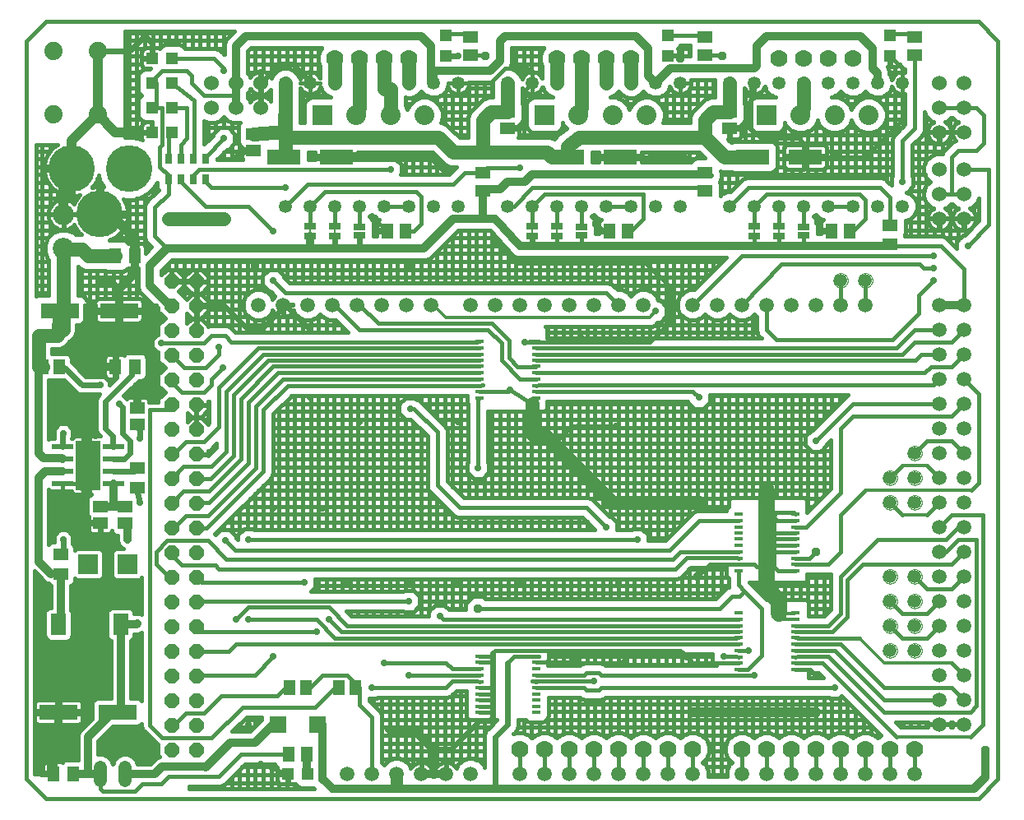
<source format=gtl>
G75*
%MOIN*%
%OFA0B0*%
%FSLAX25Y25*%
%IPPOS*%
%LPD*%
%AMOC8*
5,1,8,0,0,1.08239X$1,22.5*
%
%ADD10C,0.01600*%
%ADD11C,0.05906*%
%ADD12R,0.04724X0.04724*%
%ADD13R,0.05118X0.05906*%
%ADD14C,0.07000*%
%ADD15C,0.05315*%
%ADD16C,0.06000*%
%ADD17R,0.05906X0.05118*%
%ADD18R,0.13780X0.06299*%
%ADD19C,0.18898*%
%ADD20R,0.08000X0.08000*%
%ADD21C,0.08000*%
%ADD22C,0.08600*%
%ADD23C,0.07400*%
%ADD24C,0.00800*%
%ADD25R,0.05000X0.02500*%
%ADD26OC8,0.06000*%
%ADD27R,0.02953X0.04331*%
%ADD28R,0.08661X0.02362*%
%ADD29R,0.10000X0.20000*%
%ADD30R,0.06299X0.05118*%
%ADD31R,0.05118X0.06299*%
%ADD32R,0.15748X0.06299*%
%ADD33R,0.06299X0.08661*%
%ADD34C,0.05400*%
%ADD35R,0.03543X0.01378*%
%ADD36R,0.07087X0.06693*%
%ADD37C,0.05250*%
%ADD38C,0.00000*%
%ADD39R,0.07874X0.07874*%
%ADD40OC8,0.03562*%
%ADD41C,0.05600*%
%ADD42OC8,0.02400*%
%ADD43OC8,0.02800*%
%ADD44C,0.04000*%
%ADD45C,0.03200*%
%ADD46C,0.02400*%
%ADD47C,0.01200*%
%ADD48R,0.02400X0.02400*%
%ADD49OC8,0.03169*%
%ADD50C,0.06600*%
%ADD51C,0.05000*%
D10*
X0015300Y0009674D02*
X0023174Y0001800D01*
X0401127Y0001800D01*
X0409001Y0009674D01*
X0409001Y0308887D01*
X0401127Y0316761D01*
X0023174Y0316761D01*
X0015300Y0308887D01*
X0015300Y0308800D02*
X0015300Y0009800D01*
X0018500Y0011666D02*
X0018500Y0093943D01*
X0022971Y0089472D01*
X0024089Y0089009D01*
X0024116Y0088944D01*
X0024791Y0088269D01*
X0025300Y0088058D01*
X0025300Y0079043D01*
X0024665Y0079043D01*
X0023783Y0078677D01*
X0023108Y0078002D01*
X0022743Y0077120D01*
X0022743Y0067504D01*
X0023108Y0066622D01*
X0023783Y0065946D01*
X0024665Y0065581D01*
X0031919Y0065581D01*
X0032801Y0065946D01*
X0033476Y0066622D01*
X0033842Y0067504D01*
X0033842Y0077120D01*
X0033476Y0078002D01*
X0033300Y0078178D01*
X0033300Y0088058D01*
X0033809Y0088269D01*
X0034484Y0088944D01*
X0034850Y0089827D01*
X0034850Y0091108D01*
X0035129Y0090828D01*
X0036012Y0090463D01*
X0044840Y0090463D01*
X0045722Y0090828D01*
X0046398Y0091503D01*
X0046763Y0092386D01*
X0046763Y0101214D01*
X0046398Y0102096D01*
X0045722Y0102772D01*
X0044840Y0103137D01*
X0036012Y0103137D01*
X0035129Y0102772D01*
X0034850Y0102492D01*
X0034850Y0103773D01*
X0034484Y0104656D01*
X0034007Y0105133D01*
X0034100Y0105226D01*
X0034100Y0108374D01*
X0031874Y0110600D01*
X0028726Y0110600D01*
X0026500Y0108374D01*
X0026500Y0105696D01*
X0025673Y0105696D01*
X0024791Y0105331D01*
X0024300Y0104840D01*
X0024300Y0127006D01*
X0024628Y0126679D01*
X0025038Y0126442D01*
X0025496Y0126319D01*
X0030064Y0126319D01*
X0033565Y0126319D01*
X0033623Y0126105D01*
X0033860Y0125695D01*
X0034195Y0125360D01*
X0034605Y0125123D01*
X0035063Y0125000D01*
X0039500Y0125000D01*
X0039500Y0136000D01*
X0041100Y0136000D01*
X0041100Y0137600D01*
X0043823Y0137600D01*
X0044154Y0136800D01*
X0043823Y0136000D01*
X0041100Y0136000D01*
X0041100Y0125000D01*
X0041615Y0125000D01*
X0040988Y0124740D01*
X0040313Y0124065D01*
X0039947Y0123183D01*
X0039947Y0117110D01*
X0040313Y0116228D01*
X0040547Y0115993D01*
X0040547Y0113933D01*
X0044820Y0113933D01*
X0044820Y0112974D01*
X0040547Y0112974D01*
X0040547Y0110658D01*
X0040670Y0110200D01*
X0040907Y0109789D01*
X0041242Y0109454D01*
X0041652Y0109217D01*
X0042110Y0109094D01*
X0044820Y0109094D01*
X0044820Y0112974D01*
X0045780Y0112974D01*
X0045780Y0109094D01*
X0048490Y0109094D01*
X0048948Y0109217D01*
X0049358Y0109454D01*
X0049693Y0109789D01*
X0049930Y0110200D01*
X0049972Y0110357D01*
X0050313Y0109535D01*
X0050988Y0108860D01*
X0051870Y0108494D01*
X0052300Y0108494D01*
X0052300Y0106004D01*
X0052500Y0105522D01*
X0052500Y0105226D01*
X0052709Y0105017D01*
X0052909Y0104534D01*
X0054034Y0103409D01*
X0054517Y0103209D01*
X0054589Y0103137D01*
X0051760Y0103137D01*
X0050878Y0102772D01*
X0050202Y0102096D01*
X0049837Y0101214D01*
X0049837Y0092386D01*
X0050202Y0091503D01*
X0050878Y0090828D01*
X0051760Y0090463D01*
X0060588Y0090463D01*
X0061471Y0090828D01*
X0062100Y0091458D01*
X0062100Y0076384D01*
X0062083Y0076391D01*
X0061874Y0076600D01*
X0061578Y0076600D01*
X0061096Y0076800D01*
X0059504Y0076800D01*
X0059039Y0076607D01*
X0059039Y0077120D01*
X0058673Y0078002D01*
X0057998Y0078677D01*
X0057116Y0079043D01*
X0049862Y0079043D01*
X0048980Y0078677D01*
X0048305Y0078002D01*
X0047939Y0077120D01*
X0047939Y0067504D01*
X0048305Y0066622D01*
X0048980Y0065946D01*
X0049489Y0065736D01*
X0049489Y0042350D01*
X0043956Y0042350D01*
X0043074Y0041984D01*
X0042399Y0041309D01*
X0042034Y0040427D01*
X0042034Y0034191D01*
X0038034Y0030191D01*
X0036909Y0029066D01*
X0036300Y0027596D01*
X0036300Y0017350D01*
X0031201Y0017350D01*
X0030318Y0016984D01*
X0029835Y0016501D01*
X0029617Y0016627D01*
X0029159Y0016750D01*
X0026843Y0016750D01*
X0026843Y0012280D01*
X0025883Y0012280D01*
X0025883Y0016750D01*
X0023567Y0016750D01*
X0023109Y0016627D01*
X0022699Y0016390D01*
X0022364Y0016055D01*
X0022127Y0015644D01*
X0022004Y0015187D01*
X0022004Y0012280D01*
X0025883Y0012280D01*
X0025883Y0011320D01*
X0022890Y0011320D01*
X0018500Y0011666D01*
X0018500Y0012990D02*
X0022004Y0012990D01*
X0022004Y0014588D02*
X0018500Y0014588D01*
X0018500Y0016187D02*
X0022495Y0016187D01*
X0025883Y0016187D02*
X0026843Y0016187D01*
X0026843Y0014588D02*
X0025883Y0014588D01*
X0025883Y0012990D02*
X0026843Y0012990D01*
X0025883Y0011391D02*
X0021993Y0011391D01*
X0018500Y0017785D02*
X0036300Y0017785D01*
X0036300Y0019384D02*
X0018500Y0019384D01*
X0018500Y0020982D02*
X0036300Y0020982D01*
X0036300Y0022581D02*
X0018500Y0022581D01*
X0018500Y0024179D02*
X0036300Y0024179D01*
X0036300Y0025778D02*
X0018500Y0025778D01*
X0018500Y0027376D02*
X0036300Y0027376D01*
X0036871Y0028975D02*
X0018500Y0028975D01*
X0018500Y0030573D02*
X0038416Y0030573D01*
X0038034Y0030191D02*
X0038034Y0030191D01*
X0036861Y0031973D02*
X0037271Y0032210D01*
X0037606Y0032545D01*
X0037843Y0032956D01*
X0037966Y0033413D01*
X0037966Y0036025D01*
X0029067Y0036025D01*
X0029067Y0031850D01*
X0036403Y0031850D01*
X0036861Y0031973D01*
X0037205Y0032172D02*
X0040015Y0032172D01*
X0041613Y0033770D02*
X0037966Y0033770D01*
X0037966Y0035369D02*
X0042034Y0035369D01*
X0042034Y0036967D02*
X0029067Y0036967D01*
X0029067Y0037575D02*
X0037966Y0037575D01*
X0037966Y0040187D01*
X0037843Y0040644D01*
X0037606Y0041055D01*
X0037271Y0041390D01*
X0036861Y0041627D01*
X0036403Y0041750D01*
X0029067Y0041750D01*
X0029067Y0037575D01*
X0027517Y0037575D01*
X0027517Y0036025D01*
X0018618Y0036025D01*
X0018618Y0033413D01*
X0018741Y0032956D01*
X0018978Y0032545D01*
X0019313Y0032210D01*
X0019723Y0031973D01*
X0020181Y0031850D01*
X0027517Y0031850D01*
X0027517Y0036025D01*
X0029067Y0036025D01*
X0029067Y0037575D01*
X0029067Y0038566D02*
X0027517Y0038566D01*
X0027517Y0037575D02*
X0027517Y0041750D01*
X0020181Y0041750D01*
X0019723Y0041627D01*
X0019313Y0041390D01*
X0018978Y0041055D01*
X0018741Y0040644D01*
X0018618Y0040187D01*
X0018618Y0037575D01*
X0027517Y0037575D01*
X0027517Y0036967D02*
X0018500Y0036967D01*
X0018500Y0035369D02*
X0018618Y0035369D01*
X0018618Y0033770D02*
X0018500Y0033770D01*
X0018500Y0032172D02*
X0019379Y0032172D01*
X0018618Y0038566D02*
X0018500Y0038566D01*
X0018500Y0040164D02*
X0018618Y0040164D01*
X0018500Y0041763D02*
X0042853Y0041763D01*
X0042034Y0040164D02*
X0037966Y0040164D01*
X0037966Y0038566D02*
X0042034Y0038566D01*
X0049489Y0043361D02*
X0018500Y0043361D01*
X0018500Y0044960D02*
X0049489Y0044960D01*
X0049489Y0046558D02*
X0018500Y0046558D01*
X0018500Y0048157D02*
X0049489Y0048157D01*
X0049489Y0049755D02*
X0018500Y0049755D01*
X0018500Y0051354D02*
X0049489Y0051354D01*
X0049489Y0052952D02*
X0018500Y0052952D01*
X0018500Y0054551D02*
X0049489Y0054551D01*
X0049489Y0056149D02*
X0018500Y0056149D01*
X0018500Y0057748D02*
X0049489Y0057748D01*
X0049489Y0059346D02*
X0018500Y0059346D01*
X0018500Y0060945D02*
X0049489Y0060945D01*
X0049489Y0062543D02*
X0018500Y0062543D01*
X0018500Y0064142D02*
X0049489Y0064142D01*
X0049477Y0065740D02*
X0032304Y0065740D01*
X0033773Y0067339D02*
X0048008Y0067339D01*
X0047939Y0068937D02*
X0033842Y0068937D01*
X0033842Y0070536D02*
X0047939Y0070536D01*
X0047939Y0072134D02*
X0033842Y0072134D01*
X0033842Y0073733D02*
X0047939Y0073733D01*
X0047939Y0075332D02*
X0033842Y0075332D01*
X0033842Y0076930D02*
X0047939Y0076930D01*
X0048831Y0078529D02*
X0033300Y0078529D01*
X0033300Y0080127D02*
X0062100Y0080127D01*
X0062100Y0078529D02*
X0058147Y0078529D01*
X0059039Y0076930D02*
X0062100Y0076930D01*
X0062100Y0081726D02*
X0033300Y0081726D01*
X0033300Y0083324D02*
X0062100Y0083324D01*
X0062100Y0084923D02*
X0033300Y0084923D01*
X0033300Y0086521D02*
X0062100Y0086521D01*
X0062100Y0088120D02*
X0033448Y0088120D01*
X0034805Y0089718D02*
X0062100Y0089718D01*
X0062100Y0091317D02*
X0061959Y0091317D01*
X0067800Y0096800D02*
X0072800Y0091800D01*
X0074158Y0091367D01*
X0078300Y0096300D02*
X0091800Y0096300D01*
X0093300Y0094800D01*
X0278300Y0094800D01*
X0282800Y0099300D01*
X0303343Y0099300D01*
X0303784Y0099241D01*
X0303902Y0096800D02*
X0303784Y0096682D01*
X0292182Y0096682D01*
X0287300Y0091800D01*
X0287300Y0095300D02*
X0287300Y0082800D01*
X0284100Y0082800D02*
X0284100Y0094943D01*
X0283757Y0094600D02*
X0298813Y0094600D01*
X0298813Y0095300D02*
X0298813Y0092797D01*
X0299300Y0091621D01*
X0299784Y0091137D01*
X0299784Y0087520D01*
X0299791Y0087504D01*
X0299034Y0087191D01*
X0297909Y0086066D01*
X0294643Y0082800D01*
X0201344Y0082800D01*
X0200363Y0083781D01*
X0196237Y0083781D01*
X0193319Y0080863D01*
X0193319Y0078300D01*
X0186523Y0078300D01*
X0184623Y0080200D01*
X0180977Y0080200D01*
X0178400Y0077623D01*
X0178400Y0075800D01*
X0146957Y0075800D01*
X0144957Y0077800D01*
X0168077Y0077800D01*
X0168477Y0077400D01*
X0172123Y0077400D01*
X0174700Y0079977D01*
X0174700Y0083623D01*
X0172123Y0086200D01*
X0168477Y0086200D01*
X0168077Y0085800D01*
X0130523Y0085800D01*
X0132200Y0087477D01*
X0132200Y0090800D01*
X0279096Y0090800D01*
X0280566Y0091409D01*
X0284457Y0095300D01*
X0298813Y0095300D01*
X0296900Y0095300D02*
X0296900Y0085057D01*
X0296843Y0085000D02*
X0173323Y0085000D01*
X0172100Y0086200D02*
X0172100Y0090800D01*
X0168900Y0090800D02*
X0168900Y0086200D01*
X0165700Y0085800D02*
X0165700Y0090800D01*
X0162500Y0090800D02*
X0162500Y0085800D01*
X0159300Y0085800D02*
X0159300Y0090800D01*
X0156100Y0090800D02*
X0156100Y0085800D01*
X0152900Y0085800D02*
X0152900Y0090800D01*
X0149700Y0090800D02*
X0149700Y0085800D01*
X0146500Y0085800D02*
X0146500Y0090800D01*
X0143300Y0090800D02*
X0143300Y0085800D01*
X0140100Y0085800D02*
X0140100Y0090800D01*
X0136900Y0090800D02*
X0136900Y0085800D01*
X0133700Y0085800D02*
X0133700Y0090800D01*
X0132200Y0088200D02*
X0299784Y0088200D01*
X0299521Y0091400D02*
X0280544Y0091400D01*
X0280900Y0091743D02*
X0280900Y0082800D01*
X0277700Y0082800D02*
X0277700Y0090800D01*
X0274500Y0090800D02*
X0274500Y0082800D01*
X0271300Y0082800D02*
X0271300Y0090800D01*
X0268100Y0090800D02*
X0268100Y0082800D01*
X0264900Y0082800D02*
X0264900Y0090800D01*
X0261700Y0090800D02*
X0261700Y0082800D01*
X0258500Y0082800D02*
X0258500Y0090800D01*
X0255300Y0090800D02*
X0255300Y0082800D01*
X0252100Y0082800D02*
X0252100Y0090800D01*
X0248900Y0090800D02*
X0248900Y0082800D01*
X0245700Y0082800D02*
X0245700Y0090800D01*
X0242500Y0090800D02*
X0242500Y0082800D01*
X0239300Y0082800D02*
X0239300Y0090800D01*
X0236100Y0090800D02*
X0236100Y0082800D01*
X0232900Y0082800D02*
X0232900Y0090800D01*
X0229700Y0090800D02*
X0229700Y0082800D01*
X0226500Y0082800D02*
X0226500Y0090800D01*
X0223300Y0090800D02*
X0223300Y0082800D01*
X0220100Y0082800D02*
X0220100Y0090800D01*
X0216900Y0090800D02*
X0216900Y0082800D01*
X0213700Y0082800D02*
X0213700Y0090800D01*
X0210500Y0090800D02*
X0210500Y0082800D01*
X0207300Y0082800D02*
X0207300Y0090800D01*
X0204100Y0090800D02*
X0204100Y0082800D01*
X0200900Y0083244D02*
X0200900Y0090800D01*
X0197700Y0090800D02*
X0197700Y0083781D01*
X0194500Y0082044D02*
X0194500Y0090800D01*
X0191300Y0090800D02*
X0191300Y0078300D01*
X0193319Y0078600D02*
X0186223Y0078600D01*
X0184900Y0079923D02*
X0184900Y0090800D01*
X0181700Y0090800D02*
X0181700Y0080200D01*
X0179377Y0078600D02*
X0173323Y0078600D01*
X0172100Y0077400D02*
X0172100Y0075800D01*
X0168900Y0075800D02*
X0168900Y0077400D01*
X0165700Y0077800D02*
X0165700Y0075800D01*
X0162500Y0075800D02*
X0162500Y0077800D01*
X0159300Y0077800D02*
X0159300Y0075800D01*
X0156100Y0075800D02*
X0156100Y0077800D01*
X0152900Y0077800D02*
X0152900Y0075800D01*
X0149700Y0075800D02*
X0149700Y0077800D01*
X0146500Y0077800D02*
X0146500Y0076257D01*
X0145300Y0071800D02*
X0137800Y0079300D01*
X0105300Y0079300D01*
X0100300Y0074300D01*
X0105300Y0074300D02*
X0132800Y0074300D01*
X0140300Y0066800D01*
X0302800Y0066800D01*
X0303784Y0066918D01*
X0303784Y0064359D02*
X0302800Y0064300D01*
X0100300Y0064300D01*
X0097300Y0061300D01*
X0087300Y0061300D01*
X0084158Y0061367D01*
X0085800Y0069300D02*
X0084158Y0071367D01*
X0085800Y0069300D02*
X0132800Y0069300D01*
X0137800Y0074300D02*
X0142800Y0069300D01*
X0302800Y0069300D01*
X0303784Y0069477D01*
X0303784Y0071859D02*
X0302800Y0071800D01*
X0145300Y0071800D01*
X0160300Y0056800D02*
X0185300Y0056800D01*
X0187800Y0054300D01*
X0197800Y0054300D01*
X0198784Y0054359D01*
X0198784Y0051800D02*
X0170300Y0051800D01*
X0168900Y0042800D02*
X0168900Y0016901D01*
X0168785Y0017016D02*
X0166524Y0017953D01*
X0164076Y0017953D01*
X0161815Y0017016D01*
X0160300Y0015501D01*
X0159300Y0016501D01*
X0159300Y0042800D01*
X0157523Y0042800D02*
X0186096Y0042800D01*
X0187566Y0043409D01*
X0188691Y0044534D01*
X0189457Y0045300D01*
X0193700Y0045300D01*
X0193700Y0034637D01*
X0194637Y0033700D01*
X0205900Y0033700D01*
X0205900Y0033623D01*
X0202808Y0030530D01*
X0201570Y0029292D01*
X0200900Y0027675D01*
X0200900Y0033700D01*
X0204100Y0033700D02*
X0204100Y0031823D01*
X0202877Y0030600D02*
X0159300Y0030600D01*
X0159300Y0027400D02*
X0200900Y0027400D01*
X0200900Y0027675D02*
X0200900Y0014358D01*
X0200516Y0015285D01*
X0198785Y0017016D01*
X0196524Y0017953D01*
X0194076Y0017953D01*
X0191815Y0017016D01*
X0190084Y0015285D01*
X0189534Y0013958D01*
X0189365Y0014291D01*
X0188925Y0014896D01*
X0188396Y0015425D01*
X0187791Y0015865D01*
X0187124Y0016205D01*
X0186413Y0016436D01*
X0185674Y0016553D01*
X0185484Y0016553D01*
X0185484Y0011984D01*
X0185116Y0011984D01*
X0185116Y0011616D01*
X0180547Y0011616D01*
X0180547Y0011426D01*
X0180664Y0010687D01*
X0180693Y0010600D01*
X0179907Y0010600D01*
X0179936Y0010687D01*
X0180053Y0011426D01*
X0180053Y0011616D01*
X0175484Y0011616D01*
X0175484Y0011984D01*
X0175116Y0011984D01*
X0175116Y0016553D01*
X0174926Y0016553D01*
X0174187Y0016436D01*
X0173476Y0016205D01*
X0172809Y0015865D01*
X0172204Y0015425D01*
X0171675Y0014896D01*
X0171235Y0014291D01*
X0171066Y0013958D01*
X0170516Y0015285D01*
X0168785Y0017016D01*
X0166893Y0017800D02*
X0193707Y0017800D01*
X0194500Y0017953D02*
X0194500Y0033837D01*
X0194537Y0033800D02*
X0159300Y0033800D01*
X0159300Y0035596D02*
X0158691Y0037066D01*
X0157566Y0038191D01*
X0154300Y0041457D01*
X0154300Y0042400D01*
X0157123Y0042400D01*
X0157523Y0042800D01*
X0156100Y0042400D02*
X0156100Y0039657D01*
X0155557Y0040200D02*
X0193700Y0040200D01*
X0193700Y0037000D02*
X0158718Y0037000D01*
X0159300Y0035596D02*
X0159300Y0016501D01*
X0159300Y0017800D02*
X0163707Y0017800D01*
X0162500Y0017300D02*
X0162500Y0042800D01*
X0165700Y0042800D02*
X0165700Y0017953D01*
X0170800Y0014600D02*
X0171460Y0014600D01*
X0172100Y0015321D02*
X0172100Y0042800D01*
X0175300Y0042800D02*
X0175300Y0011984D01*
X0175484Y0011984D02*
X0175484Y0016553D01*
X0175674Y0016553D01*
X0176413Y0016436D01*
X0177124Y0016205D01*
X0177791Y0015865D01*
X0178396Y0015425D01*
X0178925Y0014896D01*
X0179365Y0014291D01*
X0179705Y0013624D01*
X0179936Y0012913D01*
X0180053Y0012174D01*
X0180053Y0011984D01*
X0175484Y0011984D01*
X0175484Y0014600D02*
X0175116Y0014600D01*
X0178500Y0015321D02*
X0178500Y0042800D01*
X0181700Y0042800D02*
X0181700Y0014921D01*
X0181675Y0014896D02*
X0181235Y0014291D01*
X0180895Y0013624D01*
X0180664Y0012913D01*
X0180547Y0012174D01*
X0180547Y0011984D01*
X0185116Y0011984D01*
X0185116Y0016553D01*
X0184926Y0016553D01*
X0184187Y0016436D01*
X0183476Y0016205D01*
X0182809Y0015865D01*
X0182204Y0015425D01*
X0181675Y0014896D01*
X0181460Y0014600D02*
X0179140Y0014600D01*
X0178500Y0011984D02*
X0178500Y0011616D01*
X0180049Y0011400D02*
X0180551Y0011400D01*
X0181700Y0011616D02*
X0181700Y0011984D01*
X0184900Y0011984D02*
X0184900Y0011616D01*
X0185116Y0014600D02*
X0185484Y0014600D01*
X0184900Y0016549D02*
X0184900Y0042800D01*
X0187544Y0043400D02*
X0193700Y0043400D01*
X0191300Y0045300D02*
X0191300Y0016501D01*
X0189800Y0014600D02*
X0189140Y0014600D01*
X0188100Y0015640D02*
X0188100Y0043943D01*
X0185300Y0046800D02*
X0155300Y0046800D01*
X0150300Y0046800D02*
X0148646Y0046800D01*
X0150300Y0046800D02*
X0150300Y0039800D01*
X0155300Y0034800D01*
X0155300Y0011800D01*
X0159300Y0021000D02*
X0200900Y0021000D01*
X0200900Y0017800D02*
X0196893Y0017800D01*
X0197700Y0017466D02*
X0197700Y0033700D01*
X0198784Y0036623D02*
X0204123Y0036623D01*
X0204182Y0039182D02*
X0198784Y0039182D01*
X0198784Y0041741D02*
X0204241Y0041741D01*
X0204123Y0044123D02*
X0198784Y0044123D01*
X0198784Y0046682D02*
X0203918Y0046682D01*
X0198784Y0049241D02*
X0197800Y0049300D01*
X0187800Y0049300D01*
X0185300Y0046800D01*
X0198784Y0056918D02*
X0204182Y0056918D01*
X0204123Y0059477D02*
X0198784Y0059477D01*
X0204300Y0060800D02*
X0205300Y0061800D01*
X0280300Y0061800D01*
X0283300Y0059300D01*
X0285418Y0056682D01*
X0303784Y0056682D01*
X0303784Y0059241D02*
X0302800Y0059300D01*
X0297800Y0059300D01*
X0294677Y0056200D02*
X0249544Y0056200D01*
X0249566Y0056191D02*
X0248096Y0056800D01*
X0241504Y0056800D01*
X0240034Y0056191D01*
X0239643Y0055800D01*
X0226740Y0055800D01*
X0226300Y0056861D01*
X0226243Y0056918D01*
X0226300Y0056976D01*
X0226787Y0058152D01*
X0226787Y0058873D01*
X0226878Y0059374D01*
X0226787Y0059789D01*
X0226787Y0060300D01*
X0293400Y0060300D01*
X0293400Y0057477D01*
X0295077Y0055800D01*
X0249957Y0055800D01*
X0249566Y0056191D01*
X0248900Y0056467D02*
X0248900Y0060300D01*
X0245700Y0060300D02*
X0245700Y0056800D01*
X0242500Y0056800D02*
X0242500Y0060300D01*
X0239300Y0060300D02*
X0239300Y0055800D01*
X0240056Y0056200D02*
X0226574Y0056200D01*
X0226500Y0056378D02*
X0226500Y0057458D01*
X0226872Y0059400D02*
X0293400Y0059400D01*
X0293700Y0057177D02*
X0293700Y0055800D01*
X0290500Y0055800D02*
X0290500Y0060300D01*
X0287300Y0060300D02*
X0287300Y0055800D01*
X0284100Y0055800D02*
X0284100Y0060300D01*
X0280900Y0060300D02*
X0280900Y0055800D01*
X0277700Y0055800D02*
X0277700Y0060300D01*
X0274500Y0060300D02*
X0274500Y0055800D01*
X0271300Y0055800D02*
X0271300Y0060300D01*
X0268100Y0060300D02*
X0268100Y0055800D01*
X0264900Y0055800D02*
X0264900Y0060300D01*
X0261700Y0060300D02*
X0261700Y0055800D01*
X0258500Y0055800D02*
X0258500Y0060300D01*
X0255300Y0060300D02*
X0255300Y0055800D01*
X0252100Y0055800D02*
X0252100Y0060300D01*
X0247300Y0052800D02*
X0242300Y0052800D01*
X0241300Y0051800D01*
X0221816Y0051800D01*
X0221816Y0049241D02*
X0220300Y0049300D01*
X0245300Y0049300D01*
X0248300Y0046800D02*
X0247300Y0045800D01*
X0242300Y0045800D01*
X0241300Y0046800D01*
X0222800Y0046800D01*
X0221816Y0046682D01*
X0226787Y0042800D02*
X0239643Y0042800D01*
X0240034Y0042409D01*
X0241504Y0041800D01*
X0248096Y0041800D01*
X0249566Y0042409D01*
X0249957Y0042800D01*
X0340577Y0042800D01*
X0340977Y0042400D01*
X0344623Y0042400D01*
X0345583Y0043360D01*
X0361484Y0027459D01*
X0360300Y0026275D01*
X0359095Y0027480D01*
X0356633Y0028500D01*
X0353967Y0028500D01*
X0351505Y0027480D01*
X0350300Y0026275D01*
X0349095Y0027480D01*
X0346633Y0028500D01*
X0343967Y0028500D01*
X0341505Y0027480D01*
X0340300Y0026275D01*
X0339095Y0027480D01*
X0336633Y0028500D01*
X0333967Y0028500D01*
X0331505Y0027480D01*
X0330300Y0026275D01*
X0329095Y0027480D01*
X0326633Y0028500D01*
X0323967Y0028500D01*
X0321505Y0027480D01*
X0320300Y0026275D01*
X0319095Y0027480D01*
X0316633Y0028500D01*
X0313967Y0028500D01*
X0311505Y0027480D01*
X0310300Y0026275D01*
X0309095Y0027480D01*
X0306633Y0028500D01*
X0303967Y0028500D01*
X0301505Y0027480D01*
X0299620Y0025595D01*
X0298600Y0023133D01*
X0298600Y0020467D01*
X0299620Y0018005D01*
X0301212Y0016413D01*
X0300084Y0015285D01*
X0299147Y0013024D01*
X0299147Y0010600D01*
X0291453Y0010600D01*
X0291453Y0013024D01*
X0290516Y0015285D01*
X0289388Y0016413D01*
X0290980Y0018005D01*
X0292000Y0020467D01*
X0292000Y0023133D01*
X0290980Y0025595D01*
X0289095Y0027480D01*
X0286633Y0028500D01*
X0283967Y0028500D01*
X0281505Y0027480D01*
X0280300Y0026275D01*
X0279095Y0027480D01*
X0276633Y0028500D01*
X0273967Y0028500D01*
X0271505Y0027480D01*
X0270300Y0026275D01*
X0269095Y0027480D01*
X0266633Y0028500D01*
X0263967Y0028500D01*
X0261505Y0027480D01*
X0260300Y0026275D01*
X0259095Y0027480D01*
X0256633Y0028500D01*
X0253967Y0028500D01*
X0251505Y0027480D01*
X0250300Y0026275D01*
X0249095Y0027480D01*
X0246633Y0028500D01*
X0243967Y0028500D01*
X0241505Y0027480D01*
X0240300Y0026275D01*
X0239095Y0027480D01*
X0236633Y0028500D01*
X0233967Y0028500D01*
X0231505Y0027480D01*
X0230300Y0026275D01*
X0229095Y0027480D01*
X0226633Y0028500D01*
X0223967Y0028500D01*
X0221505Y0027480D01*
X0220300Y0026275D01*
X0219095Y0027480D01*
X0216633Y0028500D01*
X0213967Y0028500D01*
X0212696Y0027973D01*
X0212792Y0028070D01*
X0214030Y0029308D01*
X0214700Y0030925D01*
X0214700Y0033700D01*
X0217752Y0033700D01*
X0218231Y0033221D01*
X0219408Y0032734D01*
X0224224Y0032734D01*
X0225400Y0033221D01*
X0226300Y0034121D01*
X0226787Y0035297D01*
X0226787Y0042800D01*
X0226787Y0040200D02*
X0348743Y0040200D01*
X0348100Y0040843D02*
X0348100Y0027892D01*
X0349175Y0027400D02*
X0351425Y0027400D01*
X0351300Y0027275D02*
X0351300Y0037643D01*
X0351943Y0037000D02*
X0226787Y0037000D01*
X0226500Y0034604D02*
X0226500Y0028500D01*
X0229175Y0027400D02*
X0231425Y0027400D01*
X0232900Y0028058D02*
X0232900Y0042800D01*
X0229700Y0042800D02*
X0229700Y0026875D01*
X0236100Y0028500D02*
X0236100Y0042800D01*
X0239300Y0042800D02*
X0239300Y0027275D01*
X0239175Y0027400D02*
X0241425Y0027400D01*
X0242500Y0027892D02*
X0242500Y0041800D01*
X0245700Y0041800D02*
X0245700Y0028500D01*
X0248900Y0027561D02*
X0248900Y0042133D01*
X0252100Y0042800D02*
X0252100Y0027727D01*
X0251425Y0027400D02*
X0249175Y0027400D01*
X0255300Y0028500D02*
X0255300Y0042800D01*
X0258500Y0042800D02*
X0258500Y0027727D01*
X0259175Y0027400D02*
X0261425Y0027400D01*
X0261700Y0027561D02*
X0261700Y0042800D01*
X0264900Y0042800D02*
X0264900Y0028500D01*
X0268100Y0027892D02*
X0268100Y0042800D01*
X0271300Y0042800D02*
X0271300Y0027275D01*
X0271425Y0027400D02*
X0269175Y0027400D01*
X0274500Y0028500D02*
X0274500Y0042800D01*
X0277700Y0042800D02*
X0277700Y0028058D01*
X0279175Y0027400D02*
X0281425Y0027400D01*
X0280900Y0026875D02*
X0280900Y0042800D01*
X0284100Y0042800D02*
X0284100Y0028500D01*
X0287300Y0028224D02*
X0287300Y0042800D01*
X0290500Y0042800D02*
X0290500Y0026075D01*
X0289175Y0027400D02*
X0301425Y0027400D01*
X0300100Y0026075D02*
X0300100Y0042800D01*
X0303300Y0042800D02*
X0303300Y0028224D01*
X0306500Y0028500D02*
X0306500Y0042800D01*
X0309700Y0042800D02*
X0309700Y0026875D01*
X0309175Y0027400D02*
X0311425Y0027400D01*
X0312900Y0028058D02*
X0312900Y0042800D01*
X0316100Y0042800D02*
X0316100Y0028500D01*
X0319175Y0027400D02*
X0321425Y0027400D01*
X0322500Y0027892D02*
X0322500Y0042800D01*
X0319300Y0042800D02*
X0319300Y0027275D01*
X0325700Y0028500D02*
X0325700Y0042800D01*
X0328900Y0042800D02*
X0328900Y0027561D01*
X0329175Y0027400D02*
X0331425Y0027400D01*
X0332100Y0027727D02*
X0332100Y0042800D01*
X0335300Y0042800D02*
X0335300Y0028500D01*
X0338500Y0027727D02*
X0338500Y0042800D01*
X0341700Y0042400D02*
X0341700Y0027561D01*
X0341425Y0027400D02*
X0339175Y0027400D01*
X0344900Y0028500D02*
X0344900Y0042677D01*
X0342800Y0046800D02*
X0248300Y0046800D01*
X0248300Y0051800D02*
X0247300Y0052800D01*
X0248300Y0051800D02*
X0310300Y0051800D01*
X0307623Y0054123D02*
X0303784Y0054123D01*
X0307623Y0054123D02*
X0313300Y0059800D01*
X0313300Y0078800D01*
X0306300Y0085800D01*
X0304300Y0083800D01*
X0301300Y0083800D01*
X0296300Y0078800D01*
X0198300Y0078800D01*
X0194256Y0081800D02*
X0174700Y0081800D01*
X0170300Y0081800D02*
X0085300Y0081800D01*
X0084158Y0081367D01*
X0086300Y0089300D02*
X0084158Y0091367D01*
X0086300Y0089300D02*
X0127800Y0089300D01*
X0105300Y0106800D02*
X0262800Y0106800D01*
X0267200Y0106300D02*
X0267200Y0108623D01*
X0264623Y0111200D01*
X0260977Y0111200D01*
X0260577Y0110800D01*
X0254700Y0110800D01*
X0254700Y0113623D01*
X0252123Y0116200D01*
X0251557Y0116200D01*
X0245691Y0122066D01*
X0244566Y0123191D01*
X0243096Y0123800D01*
X0192457Y0123800D01*
X0185800Y0130457D01*
X0185800Y0151096D01*
X0185191Y0152566D01*
X0175691Y0162066D01*
X0174566Y0163191D01*
X0173096Y0163800D01*
X0173023Y0163800D01*
X0172623Y0164200D01*
X0168977Y0164200D01*
X0166400Y0161623D01*
X0166400Y0157977D01*
X0168977Y0155400D01*
X0115300Y0155400D01*
X0115300Y0157643D02*
X0122898Y0165241D01*
X0193813Y0165241D01*
X0193813Y0162797D01*
X0194300Y0161621D01*
X0194300Y0138023D01*
X0193900Y0137623D01*
X0193900Y0133977D01*
X0196477Y0131400D01*
X0200123Y0131400D01*
X0202700Y0133977D01*
X0202700Y0137623D01*
X0202300Y0138023D01*
X0202300Y0158900D01*
X0225380Y0158900D01*
X0226200Y0159720D01*
X0226200Y0162800D01*
X0283400Y0162800D01*
X0283400Y0162477D01*
X0285977Y0159900D01*
X0289623Y0159900D01*
X0292200Y0162477D01*
X0292200Y0165300D01*
X0348297Y0165300D01*
X0348034Y0165191D01*
X0346909Y0164066D01*
X0334043Y0151200D01*
X0333477Y0151200D01*
X0330900Y0148623D01*
X0330900Y0144977D01*
X0333477Y0142400D01*
X0337123Y0142400D01*
X0339700Y0144977D01*
X0339700Y0145543D01*
X0341300Y0147143D01*
X0341300Y0127457D01*
X0331700Y0117857D01*
X0331700Y0122880D01*
X0330880Y0123700D01*
X0300720Y0123700D01*
X0299900Y0122880D01*
X0299900Y0120079D01*
X0299300Y0119479D01*
X0298813Y0118303D01*
X0298813Y0118300D01*
X0287004Y0118300D01*
X0285534Y0117691D01*
X0284409Y0116566D01*
X0274143Y0106300D01*
X0267200Y0106300D01*
X0268100Y0106300D02*
X0268100Y0162800D01*
X0264900Y0162800D02*
X0264900Y0110923D01*
X0265223Y0110600D02*
X0278443Y0110600D01*
X0277700Y0109857D02*
X0277700Y0162800D01*
X0274500Y0162800D02*
X0274500Y0106657D01*
X0275243Y0107400D02*
X0267200Y0107400D01*
X0271300Y0106300D02*
X0271300Y0162800D01*
X0280900Y0162800D02*
X0280900Y0113057D01*
X0281643Y0113800D02*
X0254523Y0113800D01*
X0255300Y0110800D02*
X0255300Y0162800D01*
X0252100Y0162800D02*
X0252100Y0116200D01*
X0250757Y0117000D02*
X0284843Y0117000D01*
X0284100Y0116257D02*
X0284100Y0161777D01*
X0284077Y0161800D02*
X0226200Y0161800D01*
X0226500Y0162800D02*
X0226500Y0123800D01*
X0223300Y0123800D02*
X0223300Y0158900D01*
X0220100Y0158900D02*
X0220100Y0123800D01*
X0216900Y0123800D02*
X0216900Y0158900D01*
X0213700Y0158900D02*
X0213700Y0123800D01*
X0210500Y0123800D02*
X0210500Y0158900D01*
X0207300Y0158900D02*
X0207300Y0123800D01*
X0204100Y0123800D02*
X0204100Y0158900D01*
X0202300Y0158600D02*
X0341443Y0158600D01*
X0341700Y0158857D02*
X0341700Y0165300D01*
X0338500Y0165300D02*
X0338500Y0155657D01*
X0338243Y0155400D02*
X0202300Y0155400D01*
X0202300Y0152200D02*
X0335043Y0152200D01*
X0335300Y0152457D02*
X0335300Y0165300D01*
X0332100Y0165300D02*
X0332100Y0149823D01*
X0331277Y0149000D02*
X0202300Y0149000D01*
X0202300Y0145800D02*
X0330900Y0145800D01*
X0332100Y0143777D02*
X0332100Y0118257D01*
X0331700Y0120200D02*
X0334043Y0120200D01*
X0335300Y0121457D02*
X0335300Y0142400D01*
X0337323Y0142600D02*
X0341300Y0142600D01*
X0338500Y0143777D02*
X0338500Y0124657D01*
X0337243Y0123400D02*
X0331180Y0123400D01*
X0328900Y0123700D02*
X0328900Y0165300D01*
X0325700Y0165300D02*
X0325700Y0123700D01*
X0322500Y0123700D02*
X0322500Y0165300D01*
X0319300Y0165300D02*
X0319300Y0123700D01*
X0316100Y0123700D02*
X0316100Y0165300D01*
X0312900Y0165300D02*
X0312900Y0123700D01*
X0309700Y0123700D02*
X0309700Y0165300D01*
X0306500Y0165300D02*
X0306500Y0123700D01*
X0303300Y0123700D02*
X0303300Y0165300D01*
X0300100Y0165300D02*
X0300100Y0123080D01*
X0300420Y0123400D02*
X0244061Y0123400D01*
X0242500Y0123800D02*
X0242500Y0162800D01*
X0245700Y0162800D02*
X0245700Y0122057D01*
X0247557Y0120200D02*
X0299900Y0120200D01*
X0296900Y0118300D02*
X0296900Y0165300D01*
X0293700Y0165300D02*
X0293700Y0118300D01*
X0290500Y0118300D02*
X0290500Y0160777D01*
X0291523Y0161800D02*
X0344643Y0161800D01*
X0344900Y0162057D02*
X0344900Y0165300D01*
X0347843Y0165000D02*
X0292200Y0165000D01*
X0287800Y0164300D02*
X0285300Y0166800D01*
X0222800Y0166800D01*
X0221816Y0166682D01*
X0221816Y0169241D02*
X0222800Y0169300D01*
X0382800Y0169300D01*
X0385300Y0171800D01*
X0381800Y0176800D02*
X0379359Y0174359D01*
X0221816Y0174359D01*
X0221698Y0176800D02*
X0221816Y0176918D01*
X0221698Y0176800D02*
X0214300Y0176800D01*
X0210800Y0180300D01*
X0210800Y0187300D01*
X0203800Y0194300D01*
X0157800Y0194300D01*
X0150300Y0201800D01*
X0149300Y0201800D01*
X0140300Y0201800D02*
X0139300Y0201800D01*
X0140300Y0201800D02*
X0150300Y0191800D01*
X0202300Y0191800D01*
X0207800Y0186300D01*
X0207800Y0179300D01*
X0215300Y0171800D01*
X0221816Y0171800D01*
X0221816Y0164123D02*
X0221816Y0163316D01*
X0220300Y0161800D01*
X0211300Y0167300D01*
X0210682Y0166682D01*
X0198784Y0166682D01*
X0198784Y0169241D02*
X0121241Y0169241D01*
X0111300Y0159300D01*
X0111300Y0134300D01*
X0088367Y0111367D01*
X0084158Y0111367D01*
X0088800Y0106300D02*
X0096300Y0098800D01*
X0277300Y0098800D01*
X0280300Y0101800D01*
X0303784Y0101800D01*
X0303902Y0096800D02*
X0310300Y0096800D01*
X0311300Y0095800D01*
X0318300Y0095800D01*
X0318300Y0102300D01*
X0318300Y0104300D01*
X0318300Y0106800D01*
X0318300Y0109800D01*
X0318300Y0115800D01*
X0319682Y0114418D01*
X0326816Y0114418D01*
X0326816Y0111859D02*
X0331359Y0111859D01*
X0345300Y0125800D01*
X0345300Y0151800D01*
X0350300Y0156800D01*
X0390300Y0156800D01*
X0395300Y0161800D01*
X0401300Y0165800D02*
X0395300Y0171800D01*
X0390300Y0176800D02*
X0395300Y0181800D01*
X0390300Y0176800D02*
X0381800Y0176800D01*
X0385300Y0181800D02*
X0377800Y0181800D01*
X0375477Y0179477D01*
X0221816Y0179477D01*
X0221816Y0181859D02*
X0370359Y0181859D01*
X0375300Y0186800D01*
X0390300Y0186800D01*
X0395300Y0191800D01*
X0385300Y0191800D02*
X0375300Y0191800D01*
X0367800Y0184300D01*
X0222800Y0184300D01*
X0221816Y0184418D01*
X0221816Y0186977D02*
X0220477Y0186977D01*
X0217300Y0186800D01*
X0267800Y0186800D01*
X0275800Y0194800D01*
X0275800Y0209300D01*
X0266300Y0218800D01*
X0246300Y0218800D01*
X0213800Y0218800D01*
X0205300Y0227300D01*
X0205300Y0227800D01*
X0205904Y0229000D02*
X0187288Y0229000D01*
X0188100Y0229812D02*
X0188100Y0210800D01*
X0191300Y0210800D02*
X0191300Y0232000D01*
X0190288Y0232000D02*
X0203177Y0232000D01*
X0211186Y0223190D01*
X0211231Y0223081D01*
X0211825Y0222487D01*
X0212391Y0221865D01*
X0212497Y0221814D01*
X0212581Y0221731D01*
X0213358Y0221409D01*
X0214118Y0221051D01*
X0214236Y0221045D01*
X0214345Y0221000D01*
X0215186Y0221000D01*
X0216025Y0220960D01*
X0216137Y0221000D01*
X0298843Y0221000D01*
X0285796Y0207953D01*
X0284076Y0207953D01*
X0281815Y0207016D01*
X0280084Y0205285D01*
X0279147Y0203024D01*
X0279147Y0200576D01*
X0280084Y0198315D01*
X0281815Y0196584D01*
X0284076Y0195647D01*
X0286524Y0195647D01*
X0288785Y0196584D01*
X0290300Y0198099D01*
X0291815Y0196584D01*
X0294076Y0195647D01*
X0296524Y0195647D01*
X0298785Y0196584D01*
X0300300Y0198099D01*
X0301815Y0196584D01*
X0304076Y0195647D01*
X0306524Y0195647D01*
X0308785Y0196584D01*
X0310300Y0198099D01*
X0311300Y0197099D01*
X0311300Y0191004D01*
X0311909Y0189534D01*
X0313034Y0188409D01*
X0313143Y0188300D01*
X0226200Y0188300D01*
X0226200Y0192380D01*
X0225580Y0193000D01*
X0268556Y0193000D01*
X0269953Y0193579D01*
X0271021Y0194647D01*
X0271274Y0194900D01*
X0272123Y0194900D01*
X0274700Y0197477D01*
X0274700Y0201123D01*
X0272123Y0203700D01*
X0271173Y0203700D01*
X0270516Y0205285D01*
X0268785Y0207016D01*
X0266524Y0207953D01*
X0264076Y0207953D01*
X0261815Y0207016D01*
X0260300Y0205501D01*
X0258785Y0207016D01*
X0256524Y0207953D01*
X0254804Y0207953D01*
X0252566Y0210191D01*
X0251096Y0210800D01*
X0121957Y0210800D01*
X0119700Y0213057D01*
X0119700Y0213623D01*
X0117123Y0216200D01*
X0113477Y0216200D01*
X0110900Y0213623D01*
X0110900Y0209977D01*
X0113477Y0207400D01*
X0114043Y0207400D01*
X0116111Y0205332D01*
X0115675Y0204896D01*
X0115235Y0204291D01*
X0115066Y0203958D01*
X0114516Y0205285D01*
X0112785Y0207016D01*
X0110524Y0207953D01*
X0108076Y0207953D01*
X0105815Y0207016D01*
X0104084Y0205285D01*
X0103147Y0203024D01*
X0103147Y0200576D01*
X0104084Y0198315D01*
X0105815Y0196584D01*
X0108076Y0195647D01*
X0110524Y0195647D01*
X0112785Y0196584D01*
X0114516Y0198315D01*
X0115066Y0199642D01*
X0115235Y0199309D01*
X0115675Y0198704D01*
X0116204Y0198175D01*
X0116809Y0197735D01*
X0117476Y0197395D01*
X0118187Y0197164D01*
X0118926Y0197047D01*
X0119116Y0197047D01*
X0119116Y0201616D01*
X0119484Y0201616D01*
X0119484Y0197047D01*
X0119674Y0197047D01*
X0120413Y0197164D01*
X0121124Y0197395D01*
X0121791Y0197735D01*
X0122396Y0198175D01*
X0122925Y0198704D01*
X0123365Y0199309D01*
X0123534Y0199642D01*
X0124084Y0198315D01*
X0125815Y0196584D01*
X0128076Y0195647D01*
X0130524Y0195647D01*
X0132785Y0196584D01*
X0134300Y0198099D01*
X0135815Y0196584D01*
X0138076Y0195647D01*
X0140524Y0195647D01*
X0140716Y0195727D01*
X0145643Y0190800D01*
X0099957Y0190800D01*
X0099191Y0191566D01*
X0098066Y0192691D01*
X0096596Y0193300D01*
X0089504Y0193300D01*
X0088958Y0193074D01*
X0088958Y0193355D01*
X0086146Y0196167D01*
X0084358Y0196167D01*
X0084358Y0191567D01*
X0083958Y0191567D01*
X0083958Y0196167D01*
X0082170Y0196167D01*
X0080338Y0194334D01*
X0080317Y0198420D01*
X0082170Y0196567D01*
X0083958Y0196567D01*
X0083958Y0201167D01*
X0084358Y0201167D01*
X0084358Y0196567D01*
X0086146Y0196567D01*
X0088958Y0199379D01*
X0088958Y0201167D01*
X0084358Y0201167D01*
X0084358Y0201567D01*
X0083958Y0201567D01*
X0083958Y0206167D01*
X0082170Y0206167D01*
X0080148Y0204145D01*
X0076936Y0207357D01*
X0078958Y0209379D01*
X0078958Y0211167D01*
X0074358Y0211167D01*
X0074358Y0211567D01*
X0073958Y0211567D01*
X0073958Y0216167D01*
X0072170Y0216167D01*
X0070100Y0214097D01*
X0070100Y0215812D01*
X0074288Y0220000D01*
X0177255Y0220000D01*
X0179019Y0220731D01*
X0180369Y0222081D01*
X0190288Y0232000D01*
X0194500Y0232000D02*
X0194500Y0210800D01*
X0197700Y0210800D02*
X0197700Y0232000D01*
X0200900Y0232000D02*
X0200900Y0210800D01*
X0204100Y0210800D02*
X0204100Y0230984D01*
X0207300Y0227464D02*
X0207300Y0210800D01*
X0210500Y0210800D02*
X0210500Y0223944D01*
X0211712Y0222600D02*
X0180888Y0222600D01*
X0181700Y0223412D02*
X0181700Y0210800D01*
X0178500Y0210800D02*
X0178500Y0220516D01*
X0175300Y0220000D02*
X0175300Y0210800D01*
X0172100Y0210800D02*
X0172100Y0220000D01*
X0168900Y0220000D02*
X0168900Y0210800D01*
X0165700Y0210800D02*
X0165700Y0220000D01*
X0162500Y0220000D02*
X0162500Y0210800D01*
X0159300Y0210800D02*
X0159300Y0220000D01*
X0156100Y0220000D02*
X0156100Y0210800D01*
X0152900Y0210800D02*
X0152900Y0220000D01*
X0149700Y0220000D02*
X0149700Y0210800D01*
X0146500Y0210800D02*
X0146500Y0220000D01*
X0143300Y0220000D02*
X0143300Y0210800D01*
X0140100Y0210800D02*
X0140100Y0220000D01*
X0136900Y0220000D02*
X0136900Y0210800D01*
X0133700Y0210800D02*
X0133700Y0220000D01*
X0130500Y0220000D02*
X0130500Y0210800D01*
X0127300Y0210800D02*
X0127300Y0220000D01*
X0124100Y0220000D02*
X0124100Y0210800D01*
X0120900Y0211857D02*
X0120900Y0220000D01*
X0117700Y0220000D02*
X0117700Y0215623D01*
X0114500Y0216200D02*
X0114500Y0220000D01*
X0111300Y0220000D02*
X0111300Y0214023D01*
X0110900Y0213000D02*
X0088958Y0213000D01*
X0088958Y0213355D02*
X0086146Y0216167D01*
X0084358Y0216167D01*
X0084358Y0211567D01*
X0083958Y0211567D01*
X0083958Y0211167D01*
X0079358Y0211167D01*
X0079358Y0209379D01*
X0082170Y0206567D01*
X0083958Y0206567D01*
X0083958Y0211167D01*
X0084358Y0211167D01*
X0084358Y0206567D01*
X0086146Y0206567D01*
X0088958Y0209379D01*
X0088958Y0211167D01*
X0084358Y0211167D01*
X0084358Y0211567D01*
X0088958Y0211567D01*
X0088958Y0213355D01*
X0088900Y0213413D02*
X0088900Y0220000D01*
X0085700Y0220000D02*
X0085700Y0216167D01*
X0083958Y0216167D02*
X0082170Y0216167D01*
X0079358Y0213355D01*
X0079358Y0211567D01*
X0083958Y0211567D01*
X0083958Y0216167D01*
X0082500Y0216167D02*
X0082500Y0220000D01*
X0079300Y0220000D02*
X0079300Y0204993D01*
X0077693Y0206600D02*
X0082137Y0206600D01*
X0082500Y0206567D02*
X0082500Y0206167D01*
X0083958Y0206600D02*
X0084358Y0206600D01*
X0084358Y0206167D02*
X0084358Y0201567D01*
X0088958Y0201567D01*
X0088958Y0203355D01*
X0086146Y0206167D01*
X0084358Y0206167D01*
X0085700Y0206167D02*
X0085700Y0206567D01*
X0086180Y0206600D02*
X0105399Y0206600D01*
X0104900Y0206101D02*
X0104900Y0220000D01*
X0108100Y0220000D02*
X0108100Y0207953D01*
X0111300Y0207631D02*
X0111300Y0209577D01*
X0111077Y0209800D02*
X0088958Y0209800D01*
X0088900Y0209320D02*
X0088900Y0203413D01*
X0088913Y0203400D02*
X0103303Y0203400D01*
X0103303Y0200200D02*
X0088958Y0200200D01*
X0088900Y0199320D02*
X0088900Y0193413D01*
X0088513Y0193800D02*
X0142643Y0193800D01*
X0143300Y0193143D02*
X0143300Y0190800D01*
X0140100Y0190800D02*
X0140100Y0195647D01*
X0136900Y0196134D02*
X0136900Y0190800D01*
X0133700Y0190800D02*
X0133700Y0197499D01*
X0133201Y0197000D02*
X0135399Y0197000D01*
X0130500Y0195647D02*
X0130500Y0190800D01*
X0127300Y0190800D02*
X0127300Y0195969D01*
X0125399Y0197000D02*
X0113201Y0197000D01*
X0114500Y0198299D02*
X0114500Y0190800D01*
X0111300Y0190800D02*
X0111300Y0195969D01*
X0108100Y0195647D02*
X0108100Y0190800D01*
X0104900Y0190800D02*
X0104900Y0197499D01*
X0105399Y0197000D02*
X0086580Y0197000D01*
X0085700Y0196567D02*
X0085700Y0196167D01*
X0084358Y0197000D02*
X0083958Y0197000D01*
X0082500Y0196567D02*
X0082500Y0196167D01*
X0081737Y0197000D02*
X0080324Y0197000D01*
X0083958Y0193800D02*
X0084358Y0193800D01*
X0090300Y0189300D02*
X0087300Y0186300D01*
X0069800Y0186300D01*
X0067235Y0188826D02*
X0034680Y0188826D01*
X0034708Y0188854D02*
X0034905Y0189330D01*
X0035192Y0189757D01*
X0035297Y0190276D01*
X0035500Y0190766D01*
X0035500Y0191280D01*
X0035602Y0191784D01*
X0035500Y0192304D01*
X0035500Y0193888D01*
X0037155Y0193888D01*
X0038037Y0194254D01*
X0038713Y0194929D01*
X0039078Y0195811D01*
X0039078Y0201800D01*
X0043146Y0201800D01*
X0043146Y0200213D01*
X0052045Y0200213D01*
X0052045Y0198663D01*
X0053594Y0198663D01*
X0053594Y0194488D01*
X0060931Y0194488D01*
X0061388Y0194611D01*
X0061799Y0194848D01*
X0062134Y0195183D01*
X0062371Y0195593D01*
X0062494Y0196051D01*
X0062494Y0198663D01*
X0053595Y0198663D01*
X0053595Y0200213D01*
X0062494Y0200213D01*
X0062494Y0201800D01*
X0067643Y0201800D01*
X0068758Y0200685D01*
X0068758Y0199130D01*
X0071522Y0196367D01*
X0068758Y0193604D01*
X0068758Y0189900D01*
X0068309Y0189900D01*
X0066200Y0187791D01*
X0066200Y0184809D01*
X0068309Y0182700D01*
X0068758Y0182700D01*
X0068758Y0179130D01*
X0071522Y0176367D01*
X0068758Y0173604D01*
X0068758Y0169130D01*
X0071522Y0166367D01*
X0068758Y0163604D01*
X0068758Y0162500D01*
X0065053Y0162500D01*
X0065053Y0162942D01*
X0064930Y0163400D01*
X0064693Y0163811D01*
X0064358Y0164146D01*
X0063948Y0164383D01*
X0063490Y0164505D01*
X0060780Y0164505D01*
X0060780Y0160626D01*
X0059820Y0160626D01*
X0059820Y0164505D01*
X0057110Y0164505D01*
X0056652Y0164383D01*
X0056242Y0164146D01*
X0055907Y0163811D01*
X0055897Y0163794D01*
X0054839Y0164852D01*
X0054641Y0165050D01*
X0060842Y0171250D01*
X0062273Y0171250D01*
X0063156Y0171616D01*
X0063831Y0172291D01*
X0064196Y0173173D01*
X0064196Y0180427D01*
X0063831Y0181309D01*
X0063156Y0181984D01*
X0062273Y0182350D01*
X0056201Y0182350D01*
X0055318Y0181984D01*
X0054835Y0181501D01*
X0054617Y0181627D01*
X0054159Y0181750D01*
X0051843Y0181750D01*
X0051843Y0177280D01*
X0050883Y0177280D01*
X0050883Y0181750D01*
X0048567Y0181750D01*
X0048109Y0181627D01*
X0047699Y0181390D01*
X0047364Y0181055D01*
X0047127Y0180644D01*
X0047004Y0180187D01*
X0047004Y0177280D01*
X0050883Y0177280D01*
X0050883Y0176320D01*
X0047004Y0176320D01*
X0047004Y0173413D01*
X0047127Y0172956D01*
X0047364Y0172545D01*
X0047699Y0172210D01*
X0048109Y0171973D01*
X0048567Y0171850D01*
X0050883Y0171850D01*
X0050883Y0176320D01*
X0051843Y0176320D01*
X0051843Y0172434D01*
X0048900Y0169491D01*
X0048900Y0170791D01*
X0048352Y0171339D01*
X0048352Y0171339D01*
X0047339Y0172352D01*
X0046791Y0172900D01*
X0039291Y0172900D01*
X0033605Y0178586D01*
X0033605Y0180230D01*
X0033240Y0181112D01*
X0032565Y0181787D01*
X0031683Y0182153D01*
X0025610Y0182153D01*
X0025500Y0182107D01*
X0025500Y0184100D01*
X0027543Y0184100D01*
X0028317Y0184023D01*
X0028570Y0184100D01*
X0028834Y0184100D01*
X0029553Y0184398D01*
X0030297Y0184623D01*
X0030501Y0184790D01*
X0030746Y0184892D01*
X0031295Y0185441D01*
X0031897Y0185934D01*
X0032021Y0186167D01*
X0032208Y0186354D01*
X0032477Y0187004D01*
X0032756Y0187189D01*
X0033246Y0187392D01*
X0033609Y0187755D01*
X0034038Y0188040D01*
X0034334Y0188480D01*
X0034708Y0188854D01*
X0035359Y0190424D02*
X0068758Y0190424D01*
X0068758Y0192023D02*
X0035555Y0192023D01*
X0035500Y0193621D02*
X0068776Y0193621D01*
X0070374Y0195220D02*
X0062155Y0195220D01*
X0062494Y0196818D02*
X0071070Y0196818D01*
X0069472Y0198417D02*
X0062494Y0198417D01*
X0062494Y0201614D02*
X0067829Y0201614D01*
X0068758Y0200015D02*
X0053595Y0200015D01*
X0052045Y0200015D02*
X0039078Y0200015D01*
X0039078Y0198417D02*
X0043146Y0198417D01*
X0043146Y0198663D02*
X0043146Y0196051D01*
X0043268Y0195593D01*
X0043505Y0195183D01*
X0043840Y0194848D01*
X0044251Y0194611D01*
X0044709Y0194488D01*
X0052045Y0194488D01*
X0052045Y0198663D01*
X0043146Y0198663D01*
X0043146Y0196818D02*
X0039078Y0196818D01*
X0038833Y0195220D02*
X0043484Y0195220D01*
X0043146Y0201614D02*
X0039078Y0201614D01*
X0039807Y0203394D02*
X0039391Y0204400D01*
X0038491Y0205300D01*
X0037314Y0205787D01*
X0036300Y0205787D01*
X0036300Y0217315D01*
X0036901Y0216713D01*
X0039107Y0215800D01*
X0047323Y0215800D01*
X0048167Y0215450D01*
X0054559Y0215450D01*
X0055735Y0215938D01*
X0056635Y0216838D01*
X0056640Y0216850D01*
X0058757Y0216850D01*
X0058757Y0221320D01*
X0059717Y0221320D01*
X0059717Y0216850D01*
X0060500Y0216850D01*
X0060500Y0208845D01*
X0061231Y0207081D01*
X0062581Y0205731D01*
X0065947Y0202365D01*
X0062494Y0202501D01*
X0062494Y0202824D01*
X0062371Y0203282D01*
X0062134Y0203693D01*
X0061799Y0204028D01*
X0061388Y0204265D01*
X0060931Y0204387D01*
X0053594Y0204387D01*
X0053594Y0202851D01*
X0052045Y0202912D01*
X0052045Y0204387D01*
X0044709Y0204387D01*
X0044251Y0204265D01*
X0043840Y0204028D01*
X0043505Y0203693D01*
X0043268Y0203282D01*
X0043262Y0203258D01*
X0039807Y0203394D01*
X0039805Y0203400D02*
X0043336Y0203400D01*
X0044100Y0204178D02*
X0044100Y0215800D01*
X0040900Y0215800D02*
X0040900Y0203351D01*
X0037700Y0205628D02*
X0037700Y0216383D01*
X0038141Y0216200D02*
X0036300Y0216200D01*
X0036300Y0213000D02*
X0060500Y0213000D01*
X0060500Y0216200D02*
X0055997Y0216200D01*
X0056900Y0216850D02*
X0056900Y0204387D01*
X0053700Y0204387D02*
X0053700Y0215450D01*
X0050500Y0215450D02*
X0050500Y0204387D01*
X0052045Y0203400D02*
X0053594Y0203400D01*
X0053594Y0198417D02*
X0052045Y0198417D01*
X0052045Y0196818D02*
X0053594Y0196818D01*
X0053594Y0195220D02*
X0052045Y0195220D01*
X0062303Y0203400D02*
X0064912Y0203400D01*
X0063300Y0202469D02*
X0063300Y0205012D01*
X0061712Y0206600D02*
X0036300Y0206600D01*
X0036300Y0209800D02*
X0060500Y0209800D01*
X0060100Y0204387D02*
X0060100Y0216850D01*
X0059717Y0219400D02*
X0058757Y0219400D01*
X0058757Y0222280D02*
X0058757Y0226750D01*
X0056640Y0226750D01*
X0056635Y0226762D01*
X0055735Y0227662D01*
X0054559Y0228150D01*
X0049000Y0228150D01*
X0049375Y0228281D01*
X0050514Y0228829D01*
X0051583Y0229501D01*
X0052571Y0230289D01*
X0053465Y0231182D01*
X0054252Y0232170D01*
X0054925Y0233240D01*
X0055473Y0234378D01*
X0055890Y0235571D01*
X0056171Y0236803D01*
X0056294Y0237890D01*
X0045864Y0237890D01*
X0045864Y0239490D01*
X0056294Y0239490D01*
X0056171Y0240577D01*
X0055890Y0241809D01*
X0055473Y0243001D01*
X0054925Y0244140D01*
X0054561Y0244719D01*
X0055210Y0244545D01*
X0058540Y0244545D01*
X0061757Y0245407D01*
X0064641Y0247072D01*
X0066996Y0249427D01*
X0068124Y0251380D01*
X0068124Y0249786D01*
X0068611Y0248609D01*
X0068782Y0248439D01*
X0065034Y0244691D01*
X0063909Y0243566D01*
X0063300Y0242096D01*
X0063300Y0246298D01*
X0065343Y0245000D02*
X0060239Y0245000D01*
X0060100Y0244963D02*
X0060100Y0226750D01*
X0059717Y0226750D02*
X0059717Y0222280D01*
X0058757Y0222280D01*
X0058757Y0222600D02*
X0059717Y0222600D01*
X0059717Y0225800D02*
X0058757Y0225800D01*
X0059717Y0226750D02*
X0062033Y0226750D01*
X0062491Y0226627D01*
X0062901Y0226390D01*
X0063236Y0226055D01*
X0063473Y0225644D01*
X0063596Y0225187D01*
X0063596Y0222884D01*
X0066077Y0225366D01*
X0063909Y0227534D01*
X0063300Y0229004D01*
X0063300Y0225945D01*
X0063384Y0225800D02*
X0065643Y0225800D01*
X0063302Y0229000D02*
X0050786Y0229000D01*
X0050500Y0228822D02*
X0050500Y0228150D01*
X0053700Y0228150D02*
X0053700Y0231478D01*
X0054271Y0232200D02*
X0063300Y0232200D01*
X0063300Y0229004D02*
X0063300Y0242096D01*
X0063300Y0241800D02*
X0055892Y0241800D01*
X0056900Y0244545D02*
X0056900Y0226750D01*
X0055830Y0235400D02*
X0063300Y0235400D01*
X0063300Y0238600D02*
X0045864Y0238600D01*
X0045064Y0238690D02*
X0030497Y0238690D01*
X0030300Y0238493D01*
X0030484Y0238600D02*
X0044264Y0238600D01*
X0044264Y0237890D02*
X0036380Y0237890D01*
X0036400Y0238013D01*
X0036400Y0238309D01*
X0030484Y0238309D01*
X0030484Y0238677D01*
X0030116Y0238677D01*
X0030116Y0238309D01*
X0024200Y0238309D01*
X0024200Y0238013D01*
X0024350Y0237064D01*
X0024647Y0236151D01*
X0025083Y0235296D01*
X0025647Y0234519D01*
X0026326Y0233840D01*
X0027103Y0233276D01*
X0027958Y0232840D01*
X0028872Y0232543D01*
X0029820Y0232393D01*
X0030116Y0232393D01*
X0030116Y0238309D01*
X0030484Y0238309D01*
X0030484Y0232393D01*
X0030780Y0232393D01*
X0031728Y0232543D01*
X0032642Y0232840D01*
X0033497Y0233276D01*
X0034274Y0233840D01*
X0034706Y0234272D01*
X0035203Y0233240D01*
X0035875Y0232170D01*
X0036663Y0231182D01*
X0037545Y0230300D01*
X0035320Y0230300D01*
X0034548Y0231072D01*
X0031792Y0232213D01*
X0028808Y0232213D01*
X0026052Y0231072D01*
X0023942Y0228962D01*
X0022800Y0226205D01*
X0022800Y0223222D01*
X0023942Y0220465D01*
X0024300Y0220107D01*
X0024300Y0205787D01*
X0020293Y0205787D01*
X0019300Y0205376D01*
X0019300Y0266800D01*
X0027792Y0266800D01*
X0027127Y0266382D01*
X0026139Y0265595D01*
X0025246Y0264701D01*
X0024458Y0263713D01*
X0023786Y0262644D01*
X0023238Y0261505D01*
X0022820Y0260313D01*
X0022539Y0259081D01*
X0022417Y0257994D01*
X0032846Y0257994D01*
X0032846Y0256394D01*
X0022417Y0256394D01*
X0022539Y0255306D01*
X0022820Y0254075D01*
X0023238Y0252882D01*
X0023786Y0251744D01*
X0024458Y0250674D01*
X0025246Y0249686D01*
X0026139Y0248793D01*
X0027127Y0248005D01*
X0028197Y0247333D01*
X0029335Y0246785D01*
X0030527Y0246367D01*
X0031759Y0246086D01*
X0032846Y0245964D01*
X0032846Y0256394D01*
X0034446Y0256394D01*
X0034446Y0245964D01*
X0035534Y0246086D01*
X0036765Y0246367D01*
X0036870Y0246404D01*
X0036663Y0246197D01*
X0035875Y0245209D01*
X0035203Y0244140D01*
X0034655Y0243001D01*
X0034594Y0242826D01*
X0034274Y0243146D01*
X0033497Y0243710D01*
X0032642Y0244146D01*
X0031728Y0244443D01*
X0030780Y0244593D01*
X0030484Y0244593D01*
X0030484Y0238677D01*
X0036400Y0238677D01*
X0036400Y0238973D01*
X0036318Y0239490D01*
X0044264Y0239490D01*
X0044264Y0249920D01*
X0043177Y0249797D01*
X0041945Y0249516D01*
X0041840Y0249479D01*
X0042047Y0249686D01*
X0042835Y0250674D01*
X0043507Y0251744D01*
X0044055Y0252882D01*
X0044473Y0254075D01*
X0044538Y0254363D01*
X0045088Y0252311D01*
X0046511Y0249847D01*
X0045864Y0249920D01*
X0045864Y0239490D01*
X0044264Y0239490D01*
X0044264Y0237890D01*
X0044100Y0237890D02*
X0044100Y0239490D01*
X0044264Y0241800D02*
X0045864Y0241800D01*
X0047300Y0239490D02*
X0047300Y0237890D01*
X0050500Y0237890D02*
X0050500Y0239490D01*
X0053700Y0239490D02*
X0053700Y0237890D01*
X0045864Y0245000D02*
X0044264Y0245000D01*
X0044264Y0248200D02*
X0045864Y0248200D01*
X0044100Y0249901D02*
X0044100Y0253010D01*
X0043291Y0251400D02*
X0045614Y0251400D01*
X0034446Y0251400D02*
X0032846Y0251400D01*
X0032846Y0248200D02*
X0034446Y0248200D01*
X0034500Y0245970D02*
X0034500Y0242920D01*
X0035744Y0245000D02*
X0019300Y0245000D01*
X0019300Y0241800D02*
X0025163Y0241800D01*
X0025083Y0241690D02*
X0024647Y0240834D01*
X0024350Y0239921D01*
X0024200Y0238973D01*
X0024200Y0238677D01*
X0030116Y0238677D01*
X0030116Y0244593D01*
X0029820Y0244593D01*
X0028872Y0244443D01*
X0027958Y0244146D01*
X0027103Y0243710D01*
X0026326Y0243146D01*
X0025647Y0242467D01*
X0025083Y0241690D01*
X0024900Y0241331D02*
X0024900Y0250120D01*
X0024002Y0251400D02*
X0019300Y0251400D01*
X0019300Y0248200D02*
X0026882Y0248200D01*
X0028100Y0247394D02*
X0028100Y0244192D01*
X0030116Y0241800D02*
X0030484Y0241800D01*
X0031300Y0244511D02*
X0031300Y0246191D01*
X0032846Y0254600D02*
X0034446Y0254600D01*
X0032846Y0257800D02*
X0019300Y0257800D01*
X0019300Y0254600D02*
X0022700Y0254600D01*
X0024900Y0256394D02*
X0024900Y0257994D01*
X0028100Y0257994D02*
X0028100Y0256394D01*
X0031300Y0256394D02*
X0031300Y0257994D01*
X0023061Y0261000D02*
X0019300Y0261000D01*
X0019300Y0264200D02*
X0024846Y0264200D01*
X0024900Y0264268D02*
X0024900Y0266800D01*
X0021700Y0266800D02*
X0021700Y0205787D01*
X0019300Y0206600D02*
X0024300Y0206600D01*
X0024300Y0209800D02*
X0019300Y0209800D01*
X0019300Y0213000D02*
X0024300Y0213000D01*
X0024300Y0216200D02*
X0019300Y0216200D01*
X0019300Y0219400D02*
X0024300Y0219400D01*
X0023057Y0222600D02*
X0019300Y0222600D01*
X0019300Y0225800D02*
X0022800Y0225800D01*
X0023980Y0229000D02*
X0019300Y0229000D01*
X0019300Y0232200D02*
X0028776Y0232200D01*
X0028100Y0231920D02*
X0028100Y0232794D01*
X0031300Y0232475D02*
X0031300Y0232213D01*
X0031824Y0232200D02*
X0035856Y0232200D01*
X0034500Y0231092D02*
X0034500Y0234066D01*
X0030484Y0235400D02*
X0030116Y0235400D01*
X0031300Y0238309D02*
X0031300Y0238677D01*
X0030116Y0238600D02*
X0019300Y0238600D01*
X0019300Y0235400D02*
X0025030Y0235400D01*
X0024900Y0235655D02*
X0024900Y0229920D01*
X0024900Y0238309D02*
X0024900Y0238677D01*
X0028100Y0238677D02*
X0028100Y0238309D01*
X0034500Y0238309D02*
X0034500Y0238677D01*
X0037700Y0237890D02*
X0037700Y0239490D01*
X0040900Y0239490D02*
X0040900Y0237890D01*
X0066500Y0246157D02*
X0066500Y0248931D01*
X0065769Y0248200D02*
X0068543Y0248200D01*
X0072800Y0246800D02*
X0067300Y0241300D01*
X0067300Y0229800D01*
X0072300Y0224800D01*
X0073688Y0219400D02*
X0297243Y0219400D01*
X0296900Y0219057D02*
X0296900Y0221000D01*
X0293700Y0221000D02*
X0293700Y0215857D01*
X0294043Y0216200D02*
X0070488Y0216200D01*
X0072900Y0216167D02*
X0072900Y0218612D01*
X0074358Y0216167D02*
X0074358Y0211567D01*
X0078958Y0211567D01*
X0078958Y0213355D01*
X0076146Y0216167D01*
X0074358Y0216167D01*
X0076100Y0216167D02*
X0076100Y0220000D01*
X0074358Y0213000D02*
X0073958Y0213000D01*
X0076100Y0211567D02*
X0076100Y0211167D01*
X0078958Y0209800D02*
X0079358Y0209800D01*
X0079358Y0213000D02*
X0078958Y0213000D01*
X0082500Y0211567D02*
X0082500Y0211167D01*
X0083958Y0209800D02*
X0084358Y0209800D01*
X0085700Y0211167D02*
X0085700Y0211567D01*
X0084358Y0213000D02*
X0083958Y0213000D01*
X0088900Y0211567D02*
X0088900Y0211167D01*
X0092100Y0220000D02*
X0092100Y0193300D01*
X0095300Y0193300D02*
X0095300Y0220000D01*
X0098500Y0220000D02*
X0098500Y0192257D01*
X0101700Y0190800D02*
X0101700Y0220000D01*
X0115300Y0211800D02*
X0120300Y0206800D01*
X0250300Y0206800D01*
X0255300Y0201800D01*
X0259201Y0206600D02*
X0261399Y0206600D01*
X0261700Y0206901D02*
X0261700Y0221000D01*
X0258500Y0221000D02*
X0258500Y0207134D01*
X0255300Y0207953D02*
X0255300Y0221000D01*
X0252100Y0221000D02*
X0252100Y0210384D01*
X0252957Y0209800D02*
X0287643Y0209800D01*
X0287300Y0209457D02*
X0287300Y0221000D01*
X0284100Y0221000D02*
X0284100Y0207953D01*
X0281399Y0206600D02*
X0269201Y0206600D01*
X0268100Y0207300D02*
X0268100Y0221000D01*
X0264900Y0221000D02*
X0264900Y0207953D01*
X0271300Y0203700D02*
X0271300Y0221000D01*
X0274500Y0221000D02*
X0274500Y0201323D01*
X0274700Y0200200D02*
X0279303Y0200200D01*
X0280900Y0197499D02*
X0280900Y0188300D01*
X0277700Y0188300D02*
X0277700Y0221000D01*
X0280900Y0221000D02*
X0280900Y0206101D01*
X0279303Y0203400D02*
X0272423Y0203400D01*
X0274500Y0197277D02*
X0274500Y0188300D01*
X0271300Y0188300D02*
X0271300Y0194900D01*
X0270174Y0193800D02*
X0311300Y0193800D01*
X0311300Y0197000D02*
X0309201Y0197000D01*
X0309700Y0197499D02*
X0309700Y0188300D01*
X0311467Y0190600D02*
X0226200Y0190600D01*
X0226500Y0188300D02*
X0226500Y0193000D01*
X0229700Y0193000D02*
X0229700Y0188300D01*
X0232900Y0188300D02*
X0232900Y0193000D01*
X0236100Y0193000D02*
X0236100Y0188300D01*
X0239300Y0188300D02*
X0239300Y0193000D01*
X0242500Y0193000D02*
X0242500Y0188300D01*
X0245700Y0188300D02*
X0245700Y0193000D01*
X0248900Y0193000D02*
X0248900Y0188300D01*
X0252100Y0188300D02*
X0252100Y0193000D01*
X0255300Y0193000D02*
X0255300Y0188300D01*
X0258500Y0188300D02*
X0258500Y0193000D01*
X0261700Y0193000D02*
X0261700Y0188300D01*
X0264900Y0188300D02*
X0264900Y0193000D01*
X0268100Y0193000D02*
X0268100Y0188300D01*
X0274223Y0197000D02*
X0281399Y0197000D01*
X0284100Y0195647D02*
X0284100Y0188300D01*
X0287300Y0188300D02*
X0287300Y0195969D01*
X0289201Y0197000D02*
X0291399Y0197000D01*
X0290500Y0197899D02*
X0290500Y0188300D01*
X0293700Y0188300D02*
X0293700Y0195803D01*
X0296900Y0195803D02*
X0296900Y0188300D01*
X0300100Y0188300D02*
X0300100Y0197899D01*
X0299201Y0197000D02*
X0301399Y0197000D01*
X0303300Y0195969D02*
X0303300Y0188300D01*
X0306500Y0188300D02*
X0306500Y0195647D01*
X0305300Y0201800D02*
X0321300Y0218300D01*
X0377300Y0218300D01*
X0378800Y0216800D01*
X0382800Y0216800D01*
X0382800Y0211800D02*
X0376800Y0205800D01*
X0376800Y0198300D01*
X0366300Y0187800D01*
X0319300Y0187800D01*
X0315300Y0191800D01*
X0315300Y0201800D01*
X0312900Y0188543D02*
X0312900Y0188300D01*
X0285300Y0201800D02*
X0305300Y0221800D01*
X0382800Y0221800D01*
X0385800Y0225800D02*
X0395300Y0216300D01*
X0395300Y0201800D01*
X0392400Y0224857D02*
X0388066Y0229191D01*
X0386596Y0229800D01*
X0371434Y0229800D01*
X0371227Y0230300D01*
X0371453Y0230845D01*
X0371453Y0235943D01*
X0371465Y0235943D01*
X0373618Y0236834D01*
X0375266Y0238482D01*
X0376157Y0240635D01*
X0376157Y0242965D01*
X0375266Y0245118D01*
X0373618Y0246766D01*
X0372087Y0247400D01*
X0372123Y0247400D01*
X0374700Y0249977D01*
X0374700Y0253623D01*
X0374300Y0254023D01*
X0374300Y0266643D01*
X0377566Y0269909D01*
X0378691Y0271034D01*
X0379300Y0272504D01*
X0379300Y0280084D01*
X0380044Y0278288D01*
X0381788Y0276544D01*
X0383029Y0276030D01*
X0382784Y0275905D01*
X0382173Y0275461D01*
X0381639Y0274927D01*
X0381195Y0274316D01*
X0380852Y0273643D01*
X0380618Y0272924D01*
X0380500Y0272178D01*
X0380500Y0272000D01*
X0385100Y0272000D01*
X0385100Y0271600D01*
X0385500Y0271600D01*
X0385500Y0272000D01*
X0390100Y0272000D01*
X0390100Y0272178D01*
X0389982Y0272924D01*
X0389748Y0273643D01*
X0389405Y0274316D01*
X0388961Y0274927D01*
X0388427Y0275461D01*
X0387816Y0275905D01*
X0387571Y0276030D01*
X0388812Y0276544D01*
X0390068Y0277800D01*
X0390532Y0277800D01*
X0391788Y0276544D01*
X0393029Y0276030D01*
X0392784Y0275905D01*
X0392173Y0275461D01*
X0391639Y0274927D01*
X0391195Y0274316D01*
X0390852Y0273643D01*
X0390618Y0272924D01*
X0390500Y0272178D01*
X0390500Y0272000D01*
X0395100Y0272000D01*
X0395100Y0271600D01*
X0390500Y0271600D01*
X0390500Y0271422D01*
X0390618Y0270676D01*
X0390852Y0269957D01*
X0391195Y0269284D01*
X0391639Y0268673D01*
X0392012Y0268300D01*
X0392004Y0268300D01*
X0390534Y0267691D01*
X0389409Y0266566D01*
X0386909Y0264066D01*
X0386467Y0263000D01*
X0384067Y0263000D01*
X0381788Y0262056D01*
X0380044Y0260312D01*
X0379100Y0258033D01*
X0379100Y0255567D01*
X0380044Y0253288D01*
X0381532Y0251800D01*
X0380044Y0250312D01*
X0379100Y0248033D01*
X0379100Y0245567D01*
X0380044Y0243288D01*
X0381788Y0241544D01*
X0383029Y0241030D01*
X0382784Y0240905D01*
X0382173Y0240461D01*
X0381639Y0239927D01*
X0381195Y0239316D01*
X0380852Y0238643D01*
X0380618Y0237924D01*
X0380500Y0237178D01*
X0380500Y0237000D01*
X0385100Y0237000D01*
X0385100Y0236600D01*
X0385500Y0236600D01*
X0385500Y0237000D01*
X0390100Y0237000D01*
X0390100Y0237178D01*
X0389982Y0237924D01*
X0389748Y0238643D01*
X0389405Y0239316D01*
X0388961Y0239927D01*
X0388427Y0240461D01*
X0387816Y0240905D01*
X0387571Y0241030D01*
X0388812Y0241544D01*
X0390068Y0242800D01*
X0390532Y0242800D01*
X0391788Y0241544D01*
X0393029Y0241030D01*
X0392784Y0240905D01*
X0392173Y0240461D01*
X0391639Y0239927D01*
X0391195Y0239316D01*
X0390852Y0238643D01*
X0390618Y0237924D01*
X0390500Y0237178D01*
X0390500Y0237000D01*
X0395100Y0237000D01*
X0395100Y0236600D01*
X0395500Y0236600D01*
X0395500Y0237000D01*
X0400100Y0237000D01*
X0400100Y0237178D01*
X0399982Y0237924D01*
X0399748Y0238643D01*
X0399405Y0239316D01*
X0398961Y0239927D01*
X0398427Y0240461D01*
X0397816Y0240905D01*
X0397571Y0241030D01*
X0398812Y0241544D01*
X0400556Y0243288D01*
X0401300Y0245084D01*
X0401300Y0235957D01*
X0395543Y0230200D01*
X0394977Y0230200D01*
X0392400Y0227623D01*
X0392400Y0224857D01*
X0392400Y0225800D02*
X0391457Y0225800D01*
X0389700Y0227557D02*
X0389700Y0234863D01*
X0389748Y0234957D02*
X0389982Y0235676D01*
X0390100Y0236422D01*
X0390100Y0236600D01*
X0385500Y0236600D01*
X0385500Y0232000D01*
X0385678Y0232000D01*
X0386424Y0232118D01*
X0387143Y0232352D01*
X0387816Y0232695D01*
X0388427Y0233139D01*
X0388961Y0233673D01*
X0389405Y0234284D01*
X0389748Y0234957D01*
X0389892Y0235400D02*
X0390708Y0235400D01*
X0390618Y0235676D02*
X0390852Y0234957D01*
X0391195Y0234284D01*
X0391639Y0233673D01*
X0392173Y0233139D01*
X0392784Y0232695D01*
X0393457Y0232352D01*
X0394176Y0232118D01*
X0394922Y0232000D01*
X0395100Y0232000D01*
X0395100Y0236600D01*
X0390500Y0236600D01*
X0390500Y0236422D01*
X0390618Y0235676D01*
X0389700Y0236600D02*
X0389700Y0237000D01*
X0389762Y0238600D02*
X0390838Y0238600D01*
X0389700Y0238737D02*
X0389700Y0242432D01*
X0389068Y0241800D02*
X0391532Y0241800D01*
X0392900Y0241083D02*
X0392900Y0240964D01*
X0392900Y0237000D02*
X0392900Y0236600D01*
X0395100Y0235400D02*
X0395500Y0235400D01*
X0395500Y0236600D02*
X0395500Y0232000D01*
X0395678Y0232000D01*
X0396424Y0232118D01*
X0397143Y0232352D01*
X0397816Y0232695D01*
X0398427Y0233139D01*
X0398961Y0233673D01*
X0399405Y0234284D01*
X0399748Y0234957D01*
X0399982Y0235676D01*
X0400100Y0236422D01*
X0400100Y0236600D01*
X0395500Y0236600D01*
X0396100Y0236600D02*
X0396100Y0237000D01*
X0399300Y0237000D02*
X0399300Y0236600D01*
X0399892Y0235400D02*
X0400743Y0235400D01*
X0399300Y0234139D02*
X0399300Y0233957D01*
X0397543Y0232200D02*
X0396676Y0232200D01*
X0396100Y0232067D02*
X0396100Y0230757D01*
X0395500Y0232200D02*
X0395100Y0232200D01*
X0393924Y0232200D02*
X0386676Y0232200D01*
X0386500Y0232143D02*
X0386500Y0229800D01*
X0388257Y0229000D02*
X0393777Y0229000D01*
X0392900Y0228123D02*
X0392900Y0232636D01*
X0385500Y0232200D02*
X0385100Y0232200D01*
X0385100Y0232000D02*
X0385100Y0236600D01*
X0380500Y0236600D01*
X0380500Y0236422D01*
X0380618Y0235676D01*
X0380852Y0234957D01*
X0381195Y0234284D01*
X0381639Y0233673D01*
X0382173Y0233139D01*
X0382784Y0232695D01*
X0383457Y0232352D01*
X0384176Y0232118D01*
X0384922Y0232000D01*
X0385100Y0232000D01*
X0383924Y0232200D02*
X0371453Y0232200D01*
X0371453Y0235400D02*
X0380708Y0235400D01*
X0383300Y0236600D02*
X0383300Y0237000D01*
X0385100Y0235400D02*
X0385500Y0235400D01*
X0386500Y0236600D02*
X0386500Y0237000D01*
X0380838Y0238600D02*
X0375315Y0238600D01*
X0373700Y0236916D02*
X0373700Y0229800D01*
X0376900Y0229800D02*
X0376900Y0269243D01*
X0378257Y0270600D02*
X0380643Y0270600D01*
X0380618Y0270676D02*
X0380852Y0269957D01*
X0381195Y0269284D01*
X0381639Y0268673D01*
X0382173Y0268139D01*
X0382784Y0267695D01*
X0383457Y0267352D01*
X0384176Y0267118D01*
X0384922Y0267000D01*
X0385100Y0267000D01*
X0385100Y0271600D01*
X0380500Y0271600D01*
X0380500Y0271422D01*
X0380618Y0270676D01*
X0383300Y0271600D02*
X0383300Y0272000D01*
X0385500Y0271600D02*
X0385500Y0267000D01*
X0385678Y0267000D01*
X0386424Y0267118D01*
X0387143Y0267352D01*
X0387816Y0267695D01*
X0388427Y0268139D01*
X0388961Y0268673D01*
X0389405Y0269284D01*
X0389748Y0269957D01*
X0389982Y0270676D01*
X0390100Y0271422D01*
X0390100Y0271600D01*
X0385500Y0271600D01*
X0386500Y0271600D02*
X0386500Y0272000D01*
X0385500Y0270600D02*
X0385100Y0270600D01*
X0385100Y0267400D02*
X0385500Y0267400D01*
X0386500Y0267143D02*
X0386500Y0263078D01*
X0387043Y0264200D02*
X0374300Y0264200D01*
X0374300Y0261000D02*
X0380732Y0261000D01*
X0380100Y0260368D02*
X0380100Y0278232D01*
X0379300Y0277000D02*
X0381332Y0277000D01*
X0380932Y0273800D02*
X0379300Y0273800D01*
X0375300Y0273300D02*
X0375300Y0303060D01*
X0371300Y0297471D02*
X0371300Y0296155D01*
X0370651Y0296257D01*
X0370386Y0296257D01*
X0370386Y0291886D01*
X0370214Y0291886D01*
X0370214Y0296257D01*
X0369949Y0296257D01*
X0369256Y0296148D01*
X0368589Y0295931D01*
X0367964Y0295612D01*
X0367396Y0295200D01*
X0366900Y0294704D01*
X0366488Y0294136D01*
X0366169Y0293511D01*
X0366065Y0293189D01*
X0365266Y0295118D01*
X0365100Y0295284D01*
X0365100Y0296755D01*
X0364375Y0298504D01*
X0364919Y0298504D01*
X0364919Y0302285D01*
X0365681Y0302285D01*
X0365681Y0298504D01*
X0367899Y0298504D01*
X0368357Y0298627D01*
X0368767Y0298864D01*
X0369103Y0299199D01*
X0369289Y0299522D01*
X0369634Y0298688D01*
X0370535Y0297788D01*
X0371300Y0297471D01*
X0370500Y0297823D02*
X0370500Y0296257D01*
X0370386Y0296200D02*
X0370214Y0296200D01*
X0369586Y0296200D02*
X0365100Y0296200D01*
X0367300Y0295104D02*
X0367300Y0298504D01*
X0365681Y0299400D02*
X0364919Y0299400D01*
X0365300Y0302666D02*
X0370300Y0297666D01*
X0370300Y0291800D01*
X0370300Y0276800D01*
X0355300Y0261800D01*
X0354800Y0261800D02*
X0343300Y0261800D01*
X0330930Y0261800D01*
X0330800Y0261930D01*
X0330800Y0266800D01*
X0328300Y0269300D01*
X0312800Y0269300D01*
X0308800Y0273300D01*
X0308800Y0277800D01*
X0308800Y0290300D01*
X0310300Y0291800D01*
X0310386Y0291714D02*
X0310386Y0287343D01*
X0310651Y0287343D01*
X0311344Y0287452D01*
X0312011Y0287669D01*
X0312636Y0287988D01*
X0313204Y0288400D01*
X0313700Y0288896D01*
X0314112Y0289464D01*
X0314431Y0290089D01*
X0314535Y0290411D01*
X0315334Y0288482D01*
X0316982Y0286834D01*
X0318996Y0286000D01*
X0310663Y0286000D01*
X0309487Y0285513D01*
X0308587Y0284613D01*
X0308100Y0283437D01*
X0308100Y0274163D01*
X0308587Y0272987D01*
X0309487Y0272087D01*
X0310663Y0271600D01*
X0319937Y0271600D01*
X0321113Y0272087D01*
X0322013Y0272987D01*
X0322500Y0274163D01*
X0322500Y0275870D01*
X0322976Y0274722D01*
X0325001Y0272696D01*
X0327647Y0271600D01*
X0330512Y0271600D01*
X0333158Y0272696D01*
X0335183Y0274722D01*
X0335969Y0276619D01*
X0336755Y0274722D01*
X0338781Y0272696D01*
X0341427Y0271600D01*
X0344291Y0271600D01*
X0346938Y0272696D01*
X0348963Y0274722D01*
X0349749Y0276619D01*
X0350535Y0274722D01*
X0352560Y0272696D01*
X0355206Y0271600D01*
X0358071Y0271600D01*
X0360717Y0272696D01*
X0362742Y0274722D01*
X0363839Y0277368D01*
X0363839Y0280232D01*
X0362742Y0282878D01*
X0360717Y0284904D01*
X0358071Y0286000D01*
X0355206Y0286000D01*
X0352560Y0284904D01*
X0350535Y0282878D01*
X0349749Y0280981D01*
X0348963Y0282878D01*
X0346938Y0284904D01*
X0344291Y0286000D01*
X0341604Y0286000D01*
X0343618Y0286834D01*
X0345266Y0288482D01*
X0345300Y0288565D01*
X0345334Y0288482D01*
X0346982Y0286834D01*
X0349135Y0285943D01*
X0351465Y0285943D01*
X0353618Y0286834D01*
X0355266Y0288482D01*
X0355300Y0288565D01*
X0355334Y0288482D01*
X0356982Y0286834D01*
X0359135Y0285943D01*
X0361465Y0285943D01*
X0363618Y0286834D01*
X0365266Y0288482D01*
X0366065Y0290411D01*
X0366169Y0290089D01*
X0366488Y0289464D01*
X0366900Y0288896D01*
X0367396Y0288400D01*
X0367964Y0287988D01*
X0368589Y0287669D01*
X0369256Y0287452D01*
X0369949Y0287343D01*
X0370214Y0287343D01*
X0370214Y0291714D01*
X0370386Y0291714D01*
X0370386Y0287343D01*
X0370651Y0287343D01*
X0371300Y0287445D01*
X0371300Y0274957D01*
X0366909Y0270566D01*
X0366300Y0269096D01*
X0366300Y0254023D01*
X0365900Y0253623D01*
X0365900Y0250357D01*
X0364691Y0251566D01*
X0363566Y0252691D01*
X0362096Y0253300D01*
X0307004Y0253300D01*
X0305534Y0252691D01*
X0304409Y0251566D01*
X0300501Y0247657D01*
X0299135Y0247657D01*
X0296982Y0246766D01*
X0296453Y0246236D01*
X0296453Y0251255D01*
X0296227Y0251800D01*
X0296453Y0252345D01*
X0296453Y0252666D01*
X0296800Y0253504D01*
X0296800Y0255096D01*
X0296453Y0255934D01*
X0296453Y0256071D01*
X0297107Y0255800D01*
X0301300Y0255800D01*
X0302144Y0255450D01*
X0317196Y0255450D01*
X0318372Y0255938D01*
X0319273Y0256838D01*
X0319760Y0258014D01*
X0319760Y0265586D01*
X0319273Y0266762D01*
X0318372Y0267662D01*
X0317196Y0268150D01*
X0302144Y0268150D01*
X0301300Y0267800D01*
X0300785Y0267800D01*
X0299491Y0269094D01*
X0299820Y0269094D01*
X0299820Y0272974D01*
X0300780Y0272974D01*
X0300780Y0273933D01*
X0305053Y0273933D01*
X0305053Y0274869D01*
X0305065Y0274875D01*
X0305966Y0275775D01*
X0306453Y0276951D01*
X0306453Y0283342D01*
X0306300Y0283711D01*
X0306300Y0289832D01*
X0306488Y0289464D01*
X0306900Y0288896D01*
X0307396Y0288400D01*
X0307964Y0287988D01*
X0308589Y0287669D01*
X0309256Y0287452D01*
X0309949Y0287343D01*
X0310214Y0287343D01*
X0310214Y0291714D01*
X0310386Y0291714D01*
X0310386Y0289800D02*
X0310214Y0289800D01*
X0309700Y0287382D02*
X0309700Y0285601D01*
X0308100Y0283400D02*
X0306429Y0283400D01*
X0306453Y0280200D02*
X0308100Y0280200D01*
X0308800Y0277800D02*
X0304454Y0273454D01*
X0300300Y0273454D01*
X0300100Y0272974D02*
X0300100Y0268485D01*
X0300780Y0269094D02*
X0303490Y0269094D01*
X0303948Y0269217D01*
X0304358Y0269454D01*
X0304693Y0269789D01*
X0304930Y0270200D01*
X0305053Y0270658D01*
X0305053Y0272974D01*
X0300780Y0272974D01*
X0300780Y0269094D01*
X0300780Y0270600D02*
X0299820Y0270600D01*
X0300780Y0273800D02*
X0308251Y0273800D01*
X0309700Y0271999D02*
X0309700Y0268150D01*
X0312900Y0268150D02*
X0312900Y0271600D01*
X0316100Y0271600D02*
X0316100Y0268150D01*
X0318635Y0267400D02*
X0366300Y0267400D01*
X0366300Y0264200D02*
X0339620Y0264200D01*
X0339620Y0265187D02*
X0339620Y0262575D01*
X0331705Y0262575D01*
X0331705Y0261025D01*
X0339620Y0261025D01*
X0339620Y0258413D01*
X0339497Y0257956D01*
X0339260Y0257545D01*
X0338925Y0257210D01*
X0338514Y0256973D01*
X0338057Y0256850D01*
X0331705Y0256850D01*
X0331705Y0261025D01*
X0330155Y0261025D01*
X0330155Y0256850D01*
X0323803Y0256850D01*
X0323345Y0256973D01*
X0322935Y0257210D01*
X0322600Y0257545D01*
X0322363Y0257956D01*
X0322240Y0258413D01*
X0322240Y0261025D01*
X0330155Y0261025D01*
X0330155Y0262575D01*
X0330155Y0266750D01*
X0323803Y0266750D01*
X0323345Y0266627D01*
X0322935Y0266390D01*
X0322600Y0266055D01*
X0322363Y0265644D01*
X0322240Y0265187D01*
X0322240Y0262575D01*
X0330155Y0262575D01*
X0331705Y0262575D01*
X0331705Y0266750D01*
X0338057Y0266750D01*
X0338514Y0266627D01*
X0338925Y0266390D01*
X0339260Y0266055D01*
X0339497Y0265644D01*
X0339620Y0265187D01*
X0338500Y0266631D02*
X0338500Y0272977D01*
X0337677Y0273800D02*
X0334262Y0273800D01*
X0335300Y0275003D02*
X0335300Y0266750D01*
X0332100Y0266750D02*
X0332100Y0272258D01*
X0328900Y0271600D02*
X0328900Y0266750D01*
X0330155Y0264200D02*
X0331705Y0264200D01*
X0332100Y0262575D02*
X0332100Y0261025D01*
X0331705Y0261000D02*
X0330155Y0261000D01*
X0328900Y0261025D02*
X0328900Y0262575D01*
X0325700Y0262575D02*
X0325700Y0261025D01*
X0322500Y0261025D02*
X0322500Y0262575D01*
X0322240Y0261000D02*
X0319760Y0261000D01*
X0319760Y0264200D02*
X0322240Y0264200D01*
X0322500Y0265882D02*
X0322500Y0275870D01*
X0322349Y0273800D02*
X0323897Y0273800D01*
X0325700Y0272407D02*
X0325700Y0266750D01*
X0319300Y0266696D02*
X0319300Y0271600D01*
X0308100Y0277000D02*
X0306453Y0277000D01*
X0303300Y0273933D02*
X0303300Y0272974D01*
X0305037Y0270600D02*
X0366943Y0270600D01*
X0367300Y0270957D02*
X0367300Y0288496D01*
X0366316Y0289800D02*
X0365812Y0289800D01*
X0364100Y0287316D02*
X0364100Y0252157D01*
X0364857Y0251400D02*
X0365900Y0251400D01*
X0366300Y0254600D02*
X0296800Y0254600D01*
X0296900Y0255886D02*
X0296900Y0246684D01*
X0296453Y0248200D02*
X0301043Y0248200D01*
X0300100Y0247657D02*
X0300100Y0255800D01*
X0303300Y0255450D02*
X0303300Y0250457D01*
X0304243Y0251400D02*
X0296393Y0251400D01*
X0292800Y0254300D02*
X0290300Y0254300D01*
X0290300Y0255540D01*
X0289300Y0254800D01*
X0290300Y0249300D02*
X0290300Y0248060D01*
X0290300Y0249300D02*
X0220300Y0249300D01*
X0212800Y0241800D01*
X0210300Y0241800D01*
X0220300Y0241800D02*
X0220300Y0233800D01*
X0220300Y0241800D02*
X0225300Y0246800D01*
X0265300Y0246800D01*
X0265300Y0236800D01*
X0260300Y0231800D01*
X0259040Y0231800D01*
X0251560Y0231800D02*
X0249300Y0231800D01*
X0246300Y0234800D01*
X0246000Y0235400D02*
X0247311Y0235400D01*
X0247323Y0235448D02*
X0247201Y0234990D01*
X0247201Y0232280D01*
X0251080Y0232280D01*
X0251080Y0231320D01*
X0247201Y0231320D01*
X0247201Y0230600D01*
X0246000Y0230600D01*
X0246000Y0231685D01*
X0246000Y0235458D01*
X0245513Y0236634D01*
X0244613Y0237534D01*
X0244404Y0237621D01*
X0245266Y0238482D01*
X0245300Y0238565D01*
X0245334Y0238482D01*
X0246982Y0236834D01*
X0248161Y0236346D01*
X0247896Y0236193D01*
X0247560Y0235858D01*
X0247323Y0235448D01*
X0245700Y0236182D02*
X0245700Y0238116D01*
X0240300Y0241800D02*
X0240300Y0233572D01*
X0240300Y0230028D02*
X0240300Y0225800D01*
X0239300Y0221000D02*
X0239300Y0210800D01*
X0236100Y0210800D02*
X0236100Y0221000D01*
X0232900Y0221000D02*
X0232900Y0210800D01*
X0229700Y0210800D02*
X0229700Y0221000D01*
X0226500Y0221000D02*
X0226500Y0210800D01*
X0223300Y0210800D02*
X0223300Y0221000D01*
X0220100Y0221000D02*
X0220100Y0210800D01*
X0216900Y0210800D02*
X0216900Y0221000D01*
X0213700Y0221248D02*
X0213700Y0210800D01*
X0208813Y0225800D02*
X0184088Y0225800D01*
X0184900Y0226612D02*
X0184900Y0210800D01*
X0172300Y0231800D02*
X0169040Y0231800D01*
X0172300Y0231800D02*
X0175300Y0234800D01*
X0175300Y0245800D01*
X0173300Y0247800D01*
X0136300Y0247800D01*
X0130300Y0241800D01*
X0130300Y0233800D01*
X0140300Y0233800D02*
X0140300Y0241800D01*
X0150300Y0241800D02*
X0150300Y0233572D01*
X0150300Y0230028D02*
X0150300Y0229300D01*
X0156000Y0229600D02*
X0156000Y0231685D01*
X0156000Y0235458D01*
X0155513Y0236634D01*
X0154613Y0237534D01*
X0154404Y0237621D01*
X0155266Y0238482D01*
X0155300Y0238565D01*
X0155334Y0238482D01*
X0156982Y0236834D01*
X0158161Y0236346D01*
X0157896Y0236193D01*
X0157560Y0235858D01*
X0157323Y0235448D01*
X0157201Y0234990D01*
X0157201Y0232280D01*
X0161080Y0232280D01*
X0161080Y0231320D01*
X0157201Y0231320D01*
X0157201Y0229600D01*
X0156000Y0229600D01*
X0156100Y0229600D02*
X0156100Y0237716D01*
X0156300Y0236800D02*
X0161560Y0231800D01*
X0161080Y0232200D02*
X0156000Y0232200D01*
X0156000Y0235400D02*
X0157311Y0235400D01*
X0159300Y0232280D02*
X0159300Y0231320D01*
X0160300Y0241800D02*
X0170300Y0241800D01*
X0168900Y0254800D02*
X0168900Y0263800D01*
X0165700Y0263800D02*
X0165700Y0260123D01*
X0164823Y0261000D02*
X0182615Y0261000D01*
X0181700Y0261915D02*
X0181700Y0254800D01*
X0178500Y0254800D02*
X0178500Y0263800D01*
X0179815Y0263800D02*
X0184901Y0258713D01*
X0187107Y0257800D01*
X0167200Y0257800D01*
X0167200Y0258623D02*
X0164623Y0261200D01*
X0160977Y0261200D01*
X0160577Y0260800D01*
X0149620Y0260800D01*
X0149620Y0261025D01*
X0141705Y0261025D01*
X0141705Y0262575D01*
X0149620Y0262575D01*
X0149620Y0263800D01*
X0179815Y0263800D01*
X0175300Y0263800D02*
X0175300Y0254800D01*
X0172100Y0254800D02*
X0172100Y0263800D01*
X0167200Y0258623D02*
X0167200Y0254977D01*
X0167023Y0254800D01*
X0186643Y0254800D01*
X0189643Y0257800D01*
X0187107Y0257800D01*
X0188100Y0257800D02*
X0188100Y0256257D01*
X0184900Y0254800D02*
X0184900Y0258715D01*
X0188300Y0250800D02*
X0193040Y0255540D01*
X0200300Y0255540D01*
X0202060Y0257300D01*
X0215300Y0257300D01*
X0214699Y0269800D02*
X0214930Y0270200D01*
X0215053Y0270658D01*
X0215053Y0272974D01*
X0210780Y0272974D01*
X0210780Y0273933D01*
X0215053Y0273933D01*
X0215053Y0274869D01*
X0215065Y0274875D01*
X0215966Y0275775D01*
X0216453Y0276951D01*
X0216453Y0283342D01*
X0216300Y0283711D01*
X0216300Y0289832D01*
X0216488Y0289464D01*
X0216900Y0288896D01*
X0217396Y0288400D01*
X0217964Y0287988D01*
X0218589Y0287669D01*
X0219256Y0287452D01*
X0219949Y0287343D01*
X0220214Y0287343D01*
X0220214Y0291714D01*
X0220386Y0291714D01*
X0220386Y0287343D01*
X0220651Y0287343D01*
X0221344Y0287452D01*
X0222011Y0287669D01*
X0222636Y0287988D01*
X0223204Y0288400D01*
X0223700Y0288896D01*
X0224112Y0289464D01*
X0224431Y0290089D01*
X0224468Y0290202D01*
X0225213Y0288401D01*
X0226901Y0286713D01*
X0228624Y0286000D01*
X0220663Y0286000D01*
X0219487Y0285513D01*
X0218587Y0284613D01*
X0218100Y0283437D01*
X0218100Y0274163D01*
X0218587Y0272987D01*
X0219487Y0272087D01*
X0220663Y0271600D01*
X0229937Y0271600D01*
X0231113Y0272087D01*
X0232013Y0272987D01*
X0232500Y0274163D01*
X0232500Y0275870D01*
X0232976Y0274722D01*
X0234240Y0273457D01*
X0231615Y0271399D01*
X0231271Y0271257D01*
X0230683Y0270669D01*
X0230029Y0270156D01*
X0229846Y0269832D01*
X0229584Y0269569D01*
X0229359Y0269027D01*
X0227493Y0269800D01*
X0214699Y0269800D01*
X0215037Y0270600D02*
X0230596Y0270600D01*
X0229700Y0269685D02*
X0229700Y0271600D01*
X0226500Y0271600D02*
X0226500Y0269800D01*
X0223300Y0269800D02*
X0223300Y0271600D01*
X0220100Y0271833D02*
X0220100Y0269800D01*
X0216900Y0269800D02*
X0216900Y0288896D01*
X0217300Y0288800D02*
X0220300Y0291800D01*
X0220300Y0295800D01*
X0218300Y0297800D01*
X0209300Y0297800D01*
X0203300Y0291800D01*
X0190300Y0291800D01*
X0190386Y0291886D02*
X0194757Y0291886D01*
X0194757Y0292000D01*
X0204255Y0292000D01*
X0204300Y0292019D01*
X0204300Y0286146D01*
X0202453Y0286146D01*
X0200248Y0285233D01*
X0196901Y0281887D01*
X0195213Y0280199D01*
X0194300Y0277993D01*
X0194300Y0269800D01*
X0190785Y0269800D01*
X0187387Y0273199D01*
X0185699Y0274887D01*
X0183493Y0275800D01*
X0183189Y0275800D01*
X0183839Y0277368D01*
X0183839Y0280232D01*
X0182742Y0282878D01*
X0180717Y0284904D01*
X0178071Y0286000D01*
X0175206Y0286000D01*
X0172560Y0284904D01*
X0170535Y0282878D01*
X0169749Y0280981D01*
X0168963Y0282878D01*
X0168800Y0283041D01*
X0168800Y0285927D01*
X0169107Y0285800D01*
X0171493Y0285800D01*
X0173699Y0286713D01*
X0175387Y0288401D01*
X0175395Y0288421D01*
X0176982Y0286834D01*
X0179135Y0285943D01*
X0181465Y0285943D01*
X0183618Y0286834D01*
X0185266Y0288482D01*
X0186065Y0290411D01*
X0186169Y0290089D01*
X0186488Y0289464D01*
X0186900Y0288896D01*
X0187396Y0288400D01*
X0187964Y0287988D01*
X0188589Y0287669D01*
X0189256Y0287452D01*
X0189949Y0287343D01*
X0190214Y0287343D01*
X0190214Y0291714D01*
X0190386Y0291714D01*
X0190386Y0291886D01*
X0190386Y0291714D02*
X0194757Y0291714D01*
X0194757Y0291449D01*
X0194648Y0290756D01*
X0194431Y0290089D01*
X0194112Y0289464D01*
X0193700Y0288896D01*
X0193204Y0288400D01*
X0192636Y0287988D01*
X0192011Y0287669D01*
X0191344Y0287452D01*
X0190651Y0287343D01*
X0190386Y0287343D01*
X0190386Y0291714D01*
X0190214Y0291714D02*
X0186157Y0291714D01*
X0186157Y0291886D01*
X0190214Y0291886D01*
X0190214Y0291714D01*
X0191300Y0291714D02*
X0191300Y0291886D01*
X0190386Y0289800D02*
X0190214Y0289800D01*
X0191300Y0287445D02*
X0191300Y0269800D01*
X0189985Y0270600D02*
X0194300Y0270600D01*
X0194300Y0273800D02*
X0186785Y0273800D01*
X0188100Y0272485D02*
X0188100Y0287918D01*
X0186316Y0289800D02*
X0185812Y0289800D01*
X0184900Y0288116D02*
X0184900Y0275217D01*
X0183686Y0277000D02*
X0194300Y0277000D01*
X0194500Y0278476D02*
X0194500Y0290302D01*
X0194284Y0289800D02*
X0204300Y0289800D01*
X0204100Y0292000D02*
X0204100Y0286146D01*
X0204300Y0286600D02*
X0183052Y0286600D01*
X0181700Y0286040D02*
X0181700Y0283921D01*
X0182221Y0283400D02*
X0198415Y0283400D01*
X0197700Y0282685D02*
X0197700Y0292000D01*
X0200900Y0292000D02*
X0200900Y0285503D01*
X0195215Y0280200D02*
X0183839Y0280200D01*
X0178500Y0285822D02*
X0178500Y0286205D01*
X0177548Y0286600D02*
X0173425Y0286600D01*
X0172100Y0286051D02*
X0172100Y0284444D01*
X0171056Y0283400D02*
X0168800Y0283400D01*
X0168900Y0282941D02*
X0168900Y0285886D01*
X0175300Y0286000D02*
X0175300Y0288315D01*
X0188100Y0291714D02*
X0188100Y0291886D01*
X0194500Y0291886D02*
X0194500Y0291714D01*
X0195300Y0303060D02*
X0201040Y0303060D01*
X0201300Y0302800D01*
X0212100Y0302600D02*
X0223600Y0302600D01*
X0223600Y0303133D02*
X0223600Y0300467D01*
X0224300Y0298777D01*
X0224300Y0293768D01*
X0224112Y0294136D01*
X0223700Y0294704D01*
X0223204Y0295200D01*
X0222636Y0295612D01*
X0222011Y0295931D01*
X0221344Y0296148D01*
X0220651Y0296257D01*
X0220386Y0296257D01*
X0220386Y0291886D01*
X0220214Y0291886D01*
X0220214Y0296257D01*
X0219949Y0296257D01*
X0219256Y0296148D01*
X0218589Y0295931D01*
X0217964Y0295612D01*
X0217396Y0295200D01*
X0216900Y0294704D01*
X0216488Y0294136D01*
X0216169Y0293511D01*
X0216132Y0293398D01*
X0215387Y0295199D01*
X0213699Y0296887D01*
X0211493Y0297800D01*
X0211088Y0297800D01*
X0211369Y0298081D01*
X0212100Y0299845D01*
X0212100Y0306000D01*
X0225025Y0306000D01*
X0224620Y0305595D01*
X0223600Y0303133D01*
X0223300Y0306000D02*
X0223300Y0295104D01*
X0224300Y0296200D02*
X0221014Y0296200D01*
X0220386Y0296200D02*
X0220214Y0296200D01*
X0220100Y0296257D02*
X0220100Y0306000D01*
X0216900Y0306000D02*
X0216900Y0294704D01*
X0214385Y0296200D02*
X0219586Y0296200D01*
X0220214Y0293000D02*
X0220386Y0293000D01*
X0220386Y0289800D02*
X0220214Y0289800D01*
X0220100Y0287343D02*
X0220100Y0285767D01*
X0218100Y0283400D02*
X0216429Y0283400D01*
X0216453Y0280200D02*
X0218100Y0280200D01*
X0218100Y0277000D02*
X0216453Y0277000D01*
X0217300Y0274800D02*
X0215954Y0273454D01*
X0210300Y0273454D01*
X0210780Y0273800D02*
X0218251Y0273800D01*
X0217300Y0274800D02*
X0217300Y0288800D01*
X0216316Y0289800D02*
X0216300Y0289800D01*
X0216300Y0286600D02*
X0227175Y0286600D01*
X0226500Y0287115D02*
X0226500Y0286000D01*
X0223300Y0286000D02*
X0223300Y0288496D01*
X0224284Y0289800D02*
X0224634Y0289800D01*
X0224042Y0299400D02*
X0211916Y0299400D01*
X0213700Y0296885D02*
X0213700Y0306000D01*
X0212100Y0305800D02*
X0224825Y0305800D01*
X0195300Y0310540D02*
X0195300Y0311800D01*
X0185300Y0311800D01*
X0185300Y0310934D01*
X0185681Y0303047D02*
X0189147Y0303047D01*
X0189147Y0302285D01*
X0185681Y0302285D01*
X0185681Y0303047D01*
X0185681Y0302600D02*
X0189147Y0302600D01*
X0190166Y0302666D02*
X0190300Y0302800D01*
X0190166Y0302666D02*
X0185300Y0302666D01*
X0188100Y0302285D02*
X0188100Y0303047D01*
X0213700Y0273933D02*
X0213700Y0272974D01*
X0232349Y0273800D02*
X0233897Y0273800D01*
X0232900Y0274904D02*
X0232900Y0272407D01*
X0244760Y0263800D02*
X0244760Y0259600D01*
X0247240Y0259600D01*
X0247240Y0261025D01*
X0255155Y0261025D01*
X0255155Y0262575D01*
X0247240Y0262575D01*
X0247240Y0263800D01*
X0244760Y0263800D01*
X0245700Y0263800D02*
X0245700Y0259600D01*
X0244760Y0261000D02*
X0247240Y0261000D01*
X0248900Y0261025D02*
X0248900Y0262575D01*
X0252100Y0262575D02*
X0252100Y0261025D01*
X0255930Y0261800D02*
X0270300Y0261800D01*
X0271300Y0263800D02*
X0271300Y0259600D01*
X0274500Y0259600D02*
X0274500Y0263800D01*
X0277700Y0263800D02*
X0277700Y0259600D01*
X0280900Y0259600D02*
X0280900Y0263800D01*
X0284100Y0263800D02*
X0284100Y0259600D01*
X0284505Y0259600D02*
X0264620Y0259600D01*
X0264620Y0261025D01*
X0256705Y0261025D01*
X0256705Y0262575D01*
X0264620Y0262575D01*
X0264620Y0263800D01*
X0287815Y0263800D01*
X0290316Y0261299D01*
X0286711Y0261299D01*
X0285535Y0260812D01*
X0284634Y0259912D01*
X0284505Y0259600D01*
X0285988Y0261000D02*
X0264620Y0261000D01*
X0264900Y0259600D02*
X0264900Y0263800D01*
X0268100Y0263800D02*
X0268100Y0259600D01*
X0261700Y0261025D02*
X0261700Y0262575D01*
X0258500Y0262575D02*
X0258500Y0261025D01*
X0273189Y0275800D02*
X0273839Y0277368D01*
X0273839Y0280232D01*
X0272742Y0282878D01*
X0270717Y0284904D01*
X0268071Y0286000D01*
X0265206Y0286000D01*
X0262560Y0284904D01*
X0260535Y0282878D01*
X0259749Y0280981D01*
X0258963Y0282878D01*
X0256938Y0284904D01*
X0254291Y0286000D01*
X0251976Y0286000D01*
X0253699Y0286713D01*
X0255300Y0288315D01*
X0256901Y0286713D01*
X0259107Y0285800D01*
X0261493Y0285800D01*
X0263699Y0286713D01*
X0265387Y0288401D01*
X0265395Y0288421D01*
X0266982Y0286834D01*
X0269135Y0285943D01*
X0271465Y0285943D01*
X0273618Y0286834D01*
X0275266Y0288482D01*
X0276065Y0290411D01*
X0276169Y0290089D01*
X0276488Y0289464D01*
X0276900Y0288896D01*
X0277396Y0288400D01*
X0277964Y0287988D01*
X0278589Y0287669D01*
X0279256Y0287452D01*
X0279949Y0287343D01*
X0280214Y0287343D01*
X0280214Y0291714D01*
X0280386Y0291714D01*
X0280386Y0291886D01*
X0284757Y0291886D01*
X0284757Y0292151D01*
X0284648Y0292844D01*
X0284597Y0293000D01*
X0294303Y0293000D01*
X0294300Y0292993D01*
X0294300Y0286146D01*
X0292453Y0286146D01*
X0290248Y0285233D01*
X0286901Y0281887D01*
X0285213Y0280199D01*
X0284300Y0277993D01*
X0284300Y0275800D01*
X0273189Y0275800D01*
X0273686Y0277000D02*
X0284300Y0277000D01*
X0284100Y0275800D02*
X0284100Y0289447D01*
X0284112Y0289464D02*
X0284431Y0290089D01*
X0284648Y0290756D01*
X0284757Y0291449D01*
X0284757Y0291714D01*
X0280386Y0291714D01*
X0280386Y0287343D01*
X0280651Y0287343D01*
X0281344Y0287452D01*
X0282011Y0287669D01*
X0282636Y0287988D01*
X0283204Y0288400D01*
X0283700Y0288896D01*
X0284112Y0289464D01*
X0284284Y0289800D02*
X0294300Y0289800D01*
X0294300Y0286600D02*
X0273052Y0286600D01*
X0274500Y0287716D02*
X0274500Y0275800D01*
X0277700Y0275800D02*
X0277700Y0288179D01*
X0276316Y0289800D02*
X0275812Y0289800D01*
X0280214Y0289800D02*
X0280386Y0289800D01*
X0280900Y0291714D02*
X0280900Y0291886D01*
X0284100Y0291886D02*
X0284100Y0291714D01*
X0287300Y0293000D02*
X0287300Y0282285D01*
X0288415Y0283400D02*
X0272221Y0283400D01*
X0271300Y0284321D02*
X0271300Y0285943D01*
X0268100Y0285988D02*
X0268100Y0286371D01*
X0267548Y0286600D02*
X0263425Y0286600D01*
X0264900Y0285873D02*
X0264900Y0287915D01*
X0261700Y0285886D02*
X0261700Y0284044D01*
X0261056Y0283400D02*
X0258441Y0283400D01*
X0258500Y0283341D02*
X0258500Y0286051D01*
X0257175Y0286600D02*
X0253425Y0286600D01*
X0252100Y0286051D02*
X0252100Y0286000D01*
X0255300Y0285582D02*
X0255300Y0288315D01*
X0273839Y0280200D02*
X0285215Y0280200D01*
X0280900Y0275800D02*
X0280900Y0287382D01*
X0290500Y0285338D02*
X0290500Y0293000D01*
X0293700Y0293000D02*
X0293700Y0286146D01*
X0306300Y0286600D02*
X0317548Y0286600D01*
X0316100Y0286000D02*
X0316100Y0287716D01*
X0314788Y0289800D02*
X0314284Y0289800D01*
X0312900Y0288179D02*
X0312900Y0286000D01*
X0306500Y0289447D02*
X0306500Y0268150D01*
X0303300Y0268150D02*
X0303300Y0269094D01*
X0306500Y0255450D02*
X0306500Y0253091D01*
X0309700Y0253300D02*
X0309700Y0255450D01*
X0312900Y0255450D02*
X0312900Y0253300D01*
X0316100Y0253300D02*
X0316100Y0255450D01*
X0319300Y0256904D02*
X0319300Y0253300D01*
X0322500Y0253300D02*
X0322500Y0257718D01*
X0322453Y0257800D02*
X0319671Y0257800D01*
X0325700Y0256850D02*
X0325700Y0253300D01*
X0328900Y0253300D02*
X0328900Y0256850D01*
X0330155Y0257800D02*
X0331705Y0257800D01*
X0332100Y0256850D02*
X0332100Y0253300D01*
X0335300Y0253300D02*
X0335300Y0256850D01*
X0338500Y0256969D02*
X0338500Y0253300D01*
X0341700Y0253300D02*
X0341700Y0271600D01*
X0344900Y0271852D02*
X0344900Y0253300D01*
X0348100Y0253300D02*
X0348100Y0273859D01*
X0348041Y0273800D02*
X0351456Y0273800D01*
X0351300Y0273956D02*
X0351300Y0253300D01*
X0354500Y0253300D02*
X0354500Y0271893D01*
X0357700Y0271600D02*
X0357700Y0253300D01*
X0360900Y0253300D02*
X0360900Y0272879D01*
X0361821Y0273800D02*
X0370143Y0273800D01*
X0370500Y0274157D02*
X0370500Y0287343D01*
X0371300Y0286600D02*
X0363052Y0286600D01*
X0360900Y0285943D02*
X0360900Y0284721D01*
X0362221Y0283400D02*
X0371300Y0283400D01*
X0371300Y0280200D02*
X0363839Y0280200D01*
X0363686Y0277000D02*
X0371300Y0277000D01*
X0375300Y0273300D02*
X0370300Y0268300D01*
X0370300Y0251800D01*
X0374700Y0251400D02*
X0381132Y0251400D01*
X0380100Y0250368D02*
X0380100Y0253232D01*
X0379500Y0254600D02*
X0374300Y0254600D01*
X0374300Y0257800D02*
X0379100Y0257800D01*
X0383300Y0262682D02*
X0383300Y0267432D01*
X0383363Y0267400D02*
X0375057Y0267400D01*
X0366300Y0261000D02*
X0339620Y0261000D01*
X0338500Y0261025D02*
X0338500Y0262575D01*
X0335300Y0262575D02*
X0335300Y0261025D01*
X0339407Y0257800D02*
X0366300Y0257800D01*
X0361300Y0249300D02*
X0307800Y0249300D01*
X0300300Y0241800D01*
X0310300Y0241800D02*
X0310300Y0233800D01*
X0310300Y0229800D02*
X0310300Y0225800D01*
X0320300Y0225800D02*
X0320300Y0229800D01*
X0320300Y0233800D02*
X0320300Y0241800D01*
X0315300Y0246800D02*
X0352800Y0246800D01*
X0355300Y0244300D01*
X0355300Y0236800D01*
X0350300Y0231800D01*
X0349040Y0231800D01*
X0341560Y0231800D02*
X0337300Y0231800D01*
X0336300Y0232800D01*
X0336300Y0235300D01*
X0336000Y0235400D02*
X0337311Y0235400D01*
X0337323Y0235448D02*
X0337201Y0234990D01*
X0337201Y0232280D01*
X0341080Y0232280D01*
X0341080Y0231320D01*
X0337201Y0231320D01*
X0337201Y0230600D01*
X0336000Y0230600D01*
X0336000Y0231685D01*
X0336000Y0235458D01*
X0335513Y0236634D01*
X0334613Y0237534D01*
X0334404Y0237621D01*
X0335266Y0238482D01*
X0335300Y0238565D01*
X0335334Y0238482D01*
X0336982Y0236834D01*
X0338161Y0236346D01*
X0337896Y0236193D01*
X0337560Y0235858D01*
X0337323Y0235448D01*
X0335300Y0236847D02*
X0335300Y0238565D01*
X0330300Y0241800D02*
X0330300Y0233572D01*
X0330300Y0230028D02*
X0330300Y0225800D01*
X0336000Y0232200D02*
X0341080Y0232200D01*
X0338500Y0232280D02*
X0338500Y0231320D01*
X0340300Y0241800D02*
X0350300Y0241800D01*
X0361300Y0249300D02*
X0365300Y0245300D01*
X0365300Y0234040D01*
X0365300Y0226560D02*
X0366300Y0226300D01*
X0365800Y0225800D01*
X0385800Y0225800D01*
X0383300Y0229800D02*
X0383300Y0232432D01*
X0380100Y0229800D02*
X0380100Y0243232D01*
X0379335Y0245000D02*
X0375315Y0245000D01*
X0373700Y0246684D02*
X0373700Y0248977D01*
X0372923Y0248200D02*
X0379169Y0248200D01*
X0385300Y0246800D02*
X0390300Y0246800D01*
X0390300Y0261800D01*
X0392800Y0264300D01*
X0400300Y0264300D01*
X0403300Y0267300D01*
X0403300Y0278800D01*
X0400300Y0281800D01*
X0395300Y0281800D01*
X0385300Y0281800D01*
X0389700Y0277432D02*
X0389700Y0273737D01*
X0389668Y0273800D02*
X0390932Y0273800D01*
X0389700Y0272000D02*
X0389700Y0271600D01*
X0389957Y0270600D02*
X0390643Y0270600D01*
X0389700Y0269863D02*
X0389700Y0266857D01*
X0390243Y0267400D02*
X0387237Y0267400D01*
X0392900Y0271600D02*
X0392900Y0272000D01*
X0392900Y0275964D02*
X0392900Y0276083D01*
X0391332Y0277000D02*
X0389268Y0277000D01*
X0370386Y0289800D02*
X0370214Y0289800D01*
X0370214Y0293000D02*
X0370386Y0293000D01*
X0371014Y0296200D02*
X0371300Y0296200D01*
X0369340Y0299400D02*
X0369219Y0299400D01*
X0354500Y0287716D02*
X0354500Y0285707D01*
X0353052Y0286600D02*
X0357548Y0286600D01*
X0357700Y0286537D02*
X0357700Y0286000D01*
X0351300Y0285943D02*
X0351300Y0283644D01*
X0351056Y0283400D02*
X0348441Y0283400D01*
X0348100Y0283741D02*
X0348100Y0286371D01*
X0347548Y0286600D02*
X0343052Y0286600D01*
X0341700Y0286040D02*
X0341700Y0286000D01*
X0344900Y0285748D02*
X0344900Y0288116D01*
X0365300Y0310934D02*
X0365300Y0311800D01*
X0375300Y0311800D01*
X0375300Y0310540D01*
X0395300Y0256800D02*
X0405300Y0256800D01*
X0405300Y0234300D01*
X0396800Y0225800D01*
X0399762Y0238600D02*
X0401300Y0238600D01*
X0399300Y0239461D02*
X0399300Y0242032D01*
X0399068Y0241800D02*
X0401300Y0241800D01*
X0401265Y0245000D02*
X0401300Y0245000D01*
X0395300Y0246800D02*
X0390300Y0246800D01*
X0381532Y0241800D02*
X0376157Y0241800D01*
X0365800Y0225800D02*
X0364300Y0225800D01*
X0355300Y0211800D02*
X0355300Y0201800D01*
X0345300Y0201800D02*
X0345300Y0211800D01*
X0310300Y0241800D02*
X0315300Y0246800D01*
X0287300Y0261299D02*
X0287300Y0263800D01*
X0260300Y0241800D02*
X0250300Y0241800D01*
X0248900Y0232280D02*
X0248900Y0231320D01*
X0251080Y0232200D02*
X0246000Y0232200D01*
X0245700Y0221000D02*
X0245700Y0210800D01*
X0242500Y0210800D02*
X0242500Y0221000D01*
X0248900Y0221000D02*
X0248900Y0210800D01*
X0230300Y0225800D02*
X0230300Y0229800D01*
X0230300Y0233800D02*
X0230300Y0241800D01*
X0188300Y0250800D02*
X0129300Y0250800D01*
X0120300Y0241800D01*
X0120300Y0249300D02*
X0090300Y0249300D01*
X0087800Y0251800D01*
X0087800Y0252587D01*
X0085300Y0256800D02*
X0162800Y0256800D01*
X0162500Y0261200D02*
X0162500Y0263800D01*
X0159300Y0263800D02*
X0159300Y0260800D01*
X0160777Y0261000D02*
X0149620Y0261000D01*
X0149700Y0260800D02*
X0149700Y0263800D01*
X0152900Y0263800D02*
X0152900Y0260800D01*
X0156100Y0260800D02*
X0156100Y0263800D01*
X0146500Y0262575D02*
X0146500Y0261025D01*
X0143300Y0261025D02*
X0143300Y0262575D01*
X0140155Y0262575D02*
X0140155Y0261025D01*
X0132240Y0261025D01*
X0132240Y0260800D01*
X0129760Y0260800D01*
X0129760Y0263800D01*
X0132240Y0263800D01*
X0132240Y0262575D01*
X0140155Y0262575D01*
X0140100Y0262575D02*
X0140100Y0261025D01*
X0136900Y0261025D02*
X0136900Y0262575D01*
X0133700Y0262575D02*
X0133700Y0261025D01*
X0132240Y0261000D02*
X0129760Y0261000D01*
X0130500Y0260800D02*
X0130500Y0263800D01*
X0128100Y0275800D02*
X0126300Y0275800D01*
X0126300Y0280607D01*
X0126300Y0281597D01*
X0126367Y0282585D01*
X0126300Y0282784D01*
X0126300Y0289832D01*
X0126488Y0289464D01*
X0126900Y0288896D01*
X0127396Y0288400D01*
X0127964Y0287988D01*
X0128589Y0287669D01*
X0129256Y0287452D01*
X0129949Y0287343D01*
X0130214Y0287343D01*
X0130214Y0291714D01*
X0130386Y0291714D01*
X0134300Y0291714D01*
X0134300Y0291886D01*
X0130386Y0291886D01*
X0130214Y0291886D01*
X0130214Y0296257D01*
X0129949Y0296257D01*
X0129256Y0296148D01*
X0128589Y0295931D01*
X0127964Y0295612D01*
X0127396Y0295200D01*
X0126900Y0294704D01*
X0126488Y0294136D01*
X0126169Y0293511D01*
X0126132Y0293398D01*
X0125387Y0295199D01*
X0123699Y0296887D01*
X0121493Y0297800D01*
X0119107Y0297800D01*
X0116901Y0296887D01*
X0115213Y0295199D01*
X0114649Y0293837D01*
X0114405Y0294316D01*
X0113961Y0294927D01*
X0113427Y0295461D01*
X0112816Y0295905D01*
X0112143Y0296248D01*
X0111424Y0296482D01*
X0110678Y0296600D01*
X0110500Y0296600D01*
X0110500Y0292000D01*
X0110100Y0292000D01*
X0110100Y0296600D01*
X0109922Y0296600D01*
X0109176Y0296482D01*
X0108457Y0296248D01*
X0107784Y0295905D01*
X0107173Y0295461D01*
X0106639Y0294927D01*
X0106195Y0294316D01*
X0106070Y0294071D01*
X0105556Y0295312D01*
X0105100Y0295768D01*
X0105100Y0304812D01*
X0106288Y0306000D01*
X0135025Y0306000D01*
X0134620Y0305595D01*
X0133600Y0303133D01*
X0133600Y0300467D01*
X0134300Y0298777D01*
X0134300Y0293768D01*
X0134112Y0294136D01*
X0133700Y0294704D01*
X0133204Y0295200D01*
X0132636Y0295612D01*
X0132011Y0295931D01*
X0131344Y0296148D01*
X0130651Y0296257D01*
X0130386Y0296257D01*
X0130386Y0291886D01*
X0130386Y0291714D01*
X0130386Y0287343D01*
X0130651Y0287343D01*
X0131344Y0287452D01*
X0132011Y0287669D01*
X0132636Y0287988D01*
X0133204Y0288400D01*
X0133700Y0288896D01*
X0134112Y0289464D01*
X0134431Y0290089D01*
X0134468Y0290202D01*
X0135213Y0288401D01*
X0136901Y0286713D01*
X0138624Y0286000D01*
X0130663Y0286000D01*
X0129487Y0285513D01*
X0128587Y0284613D01*
X0128100Y0283437D01*
X0128100Y0275800D01*
X0127300Y0275800D02*
X0127300Y0288496D01*
X0126316Y0289800D02*
X0126300Y0289800D01*
X0126300Y0291714D02*
X0126300Y0291886D01*
X0130214Y0291886D01*
X0130214Y0291714D01*
X0126300Y0291714D01*
X0127300Y0291714D02*
X0127300Y0291886D01*
X0130300Y0291800D02*
X0130300Y0292300D01*
X0130500Y0291886D02*
X0130500Y0291714D01*
X0130386Y0293000D02*
X0130214Y0293000D01*
X0130214Y0289800D02*
X0130386Y0289800D01*
X0130500Y0287343D02*
X0130500Y0285932D01*
X0133700Y0286000D02*
X0133700Y0288896D01*
X0134284Y0289800D02*
X0134634Y0289800D01*
X0133700Y0291714D02*
X0133700Y0291886D01*
X0133700Y0294704D02*
X0133700Y0300226D01*
X0134042Y0299400D02*
X0105100Y0299400D01*
X0105100Y0296200D02*
X0108363Y0296200D01*
X0108100Y0296066D02*
X0108100Y0306000D01*
X0106088Y0305800D02*
X0134825Y0305800D01*
X0133700Y0306000D02*
X0133700Y0303374D01*
X0133600Y0302600D02*
X0105100Y0302600D01*
X0111300Y0306000D02*
X0111300Y0296501D01*
X0110500Y0296200D02*
X0110100Y0296200D01*
X0112237Y0296200D02*
X0116215Y0296200D01*
X0117700Y0297217D02*
X0117700Y0306000D01*
X0114500Y0306000D02*
X0114500Y0294130D01*
X0110500Y0293000D02*
X0110100Y0293000D01*
X0110100Y0291600D02*
X0110500Y0291600D01*
X0110500Y0287000D01*
X0110678Y0287000D01*
X0111424Y0287118D01*
X0112143Y0287352D01*
X0112816Y0287695D01*
X0113427Y0288139D01*
X0113961Y0288673D01*
X0114300Y0289139D01*
X0114300Y0284461D01*
X0113961Y0284927D01*
X0113427Y0285461D01*
X0112816Y0285905D01*
X0112143Y0286248D01*
X0111424Y0286482D01*
X0110678Y0286600D01*
X0110500Y0286600D01*
X0110500Y0282000D01*
X0110100Y0282000D01*
X0110100Y0286600D01*
X0109922Y0286600D01*
X0109176Y0286482D01*
X0108457Y0286248D01*
X0107784Y0285905D01*
X0107173Y0285461D01*
X0106639Y0284927D01*
X0106195Y0284316D01*
X0106070Y0284071D01*
X0105556Y0285312D01*
X0105100Y0285768D01*
X0105100Y0287832D01*
X0105556Y0288288D01*
X0106070Y0289529D01*
X0106195Y0289284D01*
X0106639Y0288673D01*
X0107173Y0288139D01*
X0107784Y0287695D01*
X0108457Y0287352D01*
X0109176Y0287118D01*
X0109922Y0287000D01*
X0110100Y0287000D01*
X0110100Y0291600D01*
X0110100Y0289800D02*
X0110500Y0289800D01*
X0111300Y0287099D02*
X0111300Y0286501D01*
X0114300Y0286600D02*
X0105100Y0286600D01*
X0108100Y0286066D02*
X0108100Y0287534D01*
X0100300Y0286800D02*
X0087300Y0286800D01*
X0082300Y0291800D01*
X0082300Y0294800D01*
X0080300Y0296800D01*
X0070300Y0296800D01*
X0065300Y0291800D01*
X0066166Y0291800D01*
X0067800Y0291800D01*
X0067800Y0281800D01*
X0066166Y0281800D01*
X0067800Y0281800D02*
X0070300Y0281800D01*
X0070300Y0266800D01*
X0069300Y0265800D01*
X0069300Y0257800D01*
X0072800Y0254300D01*
X0072800Y0252587D01*
X0072800Y0246800D01*
X0077800Y0251800D02*
X0077800Y0252587D01*
X0077800Y0251800D02*
X0087800Y0241800D01*
X0105300Y0241800D01*
X0115300Y0231800D01*
X0119757Y0213000D02*
X0290843Y0213000D01*
X0290500Y0212657D02*
X0290500Y0221000D01*
X0261700Y0162800D02*
X0261700Y0111200D01*
X0258500Y0110800D02*
X0258500Y0162800D01*
X0248900Y0162800D02*
X0248900Y0118857D01*
X0242300Y0119800D02*
X0190800Y0119800D01*
X0181800Y0128800D01*
X0181800Y0150300D01*
X0172300Y0159800D01*
X0170800Y0159800D01*
X0166400Y0158600D02*
X0116257Y0158600D01*
X0115300Y0157643D02*
X0115300Y0133504D01*
X0114691Y0132034D01*
X0113566Y0130909D01*
X0091707Y0109050D01*
X0092017Y0108740D01*
X0093977Y0110700D01*
X0097623Y0110700D01*
X0100200Y0108123D01*
X0100200Y0107557D01*
X0100900Y0106857D01*
X0100900Y0108623D01*
X0103477Y0111200D01*
X0107123Y0111200D01*
X0107523Y0110800D01*
X0245643Y0110800D01*
X0240643Y0115800D01*
X0190004Y0115800D01*
X0188534Y0116409D01*
X0179534Y0125409D01*
X0178409Y0126534D01*
X0177800Y0128004D01*
X0177800Y0148643D01*
X0171043Y0155400D01*
X0168977Y0155400D01*
X0168900Y0155477D02*
X0168900Y0110800D01*
X0165700Y0110800D02*
X0165700Y0165241D01*
X0162500Y0165241D02*
X0162500Y0110800D01*
X0159300Y0110800D02*
X0159300Y0165241D01*
X0156100Y0165241D02*
X0156100Y0110800D01*
X0152900Y0110800D02*
X0152900Y0165241D01*
X0149700Y0165241D02*
X0149700Y0110800D01*
X0146500Y0110800D02*
X0146500Y0165241D01*
X0143300Y0165241D02*
X0143300Y0110800D01*
X0140100Y0110800D02*
X0140100Y0165241D01*
X0136900Y0165241D02*
X0136900Y0110800D01*
X0133700Y0110800D02*
X0133700Y0165241D01*
X0130500Y0165241D02*
X0130500Y0110800D01*
X0127300Y0110800D02*
X0127300Y0165241D01*
X0124100Y0165241D02*
X0124100Y0110800D01*
X0120900Y0110800D02*
X0120900Y0163243D01*
X0119457Y0161800D02*
X0166577Y0161800D01*
X0168900Y0164123D02*
X0168900Y0165241D01*
X0172100Y0165241D02*
X0172100Y0164200D01*
X0175300Y0165241D02*
X0175300Y0162457D01*
X0175957Y0161800D02*
X0194226Y0161800D01*
X0194300Y0161621D02*
X0194300Y0161621D01*
X0194300Y0158600D02*
X0179157Y0158600D01*
X0178500Y0159257D02*
X0178500Y0165241D01*
X0181700Y0165241D02*
X0181700Y0156057D01*
X0182357Y0155400D02*
X0194300Y0155400D01*
X0194300Y0152200D02*
X0185343Y0152200D01*
X0184900Y0152857D02*
X0184900Y0165241D01*
X0188100Y0165241D02*
X0188100Y0128157D01*
X0189657Y0126600D02*
X0340443Y0126600D01*
X0341300Y0129800D02*
X0186457Y0129800D01*
X0185800Y0133000D02*
X0194877Y0133000D01*
X0194500Y0133377D02*
X0194500Y0123800D01*
X0197700Y0123800D02*
X0197700Y0131400D01*
X0200900Y0132177D02*
X0200900Y0123800D01*
X0200900Y0115800D02*
X0200900Y0110800D01*
X0204100Y0110800D02*
X0204100Y0115800D01*
X0207300Y0115800D02*
X0207300Y0110800D01*
X0210500Y0110800D02*
X0210500Y0115800D01*
X0213700Y0115800D02*
X0213700Y0110800D01*
X0216900Y0110800D02*
X0216900Y0115800D01*
X0220100Y0115800D02*
X0220100Y0110800D01*
X0223300Y0110800D02*
X0223300Y0115800D01*
X0226500Y0115800D02*
X0226500Y0110800D01*
X0229700Y0110800D02*
X0229700Y0115800D01*
X0232900Y0115800D02*
X0232900Y0110800D01*
X0236100Y0110800D02*
X0236100Y0115800D01*
X0239300Y0115800D02*
X0239300Y0110800D01*
X0242500Y0110800D02*
X0242500Y0113943D01*
X0242643Y0113800D02*
X0096457Y0113800D01*
X0095300Y0112643D02*
X0095300Y0110700D01*
X0093877Y0110600D02*
X0093257Y0110600D01*
X0092100Y0109443D02*
X0092100Y0108823D01*
X0088800Y0106300D02*
X0072300Y0106300D01*
X0067800Y0101800D01*
X0067800Y0096800D01*
X0074158Y0101367D02*
X0075300Y0099300D01*
X0078300Y0096300D01*
X0074158Y0111367D02*
X0075300Y0111800D01*
X0079800Y0116300D01*
X0088800Y0116300D01*
X0108300Y0135800D01*
X0108300Y0160800D01*
X0119300Y0171800D01*
X0198784Y0171800D01*
X0198784Y0169241D02*
X0200300Y0169300D01*
X0198784Y0174359D02*
X0197800Y0174300D01*
X0117300Y0174300D01*
X0105300Y0162300D01*
X0105300Y0137800D01*
X0089300Y0121800D01*
X0084591Y0121800D01*
X0084158Y0121367D01*
X0079091Y0126300D02*
X0089300Y0126300D01*
X0102300Y0139300D01*
X0102300Y0163800D01*
X0115418Y0176918D01*
X0198784Y0176918D01*
X0198784Y0179477D02*
X0197800Y0179300D01*
X0113300Y0179300D01*
X0099300Y0165300D01*
X0099300Y0140800D01*
X0089800Y0131300D01*
X0084591Y0131300D01*
X0079091Y0136300D02*
X0090300Y0136300D01*
X0096300Y0142300D01*
X0096300Y0166800D01*
X0111359Y0181859D01*
X0198784Y0181859D01*
X0198784Y0184418D02*
X0197800Y0184300D01*
X0109300Y0184300D01*
X0093300Y0168300D01*
X0093300Y0152300D01*
X0087300Y0146300D01*
X0079800Y0146300D01*
X0075300Y0141800D01*
X0074158Y0141367D01*
X0079091Y0136300D02*
X0074158Y0131367D01*
X0079091Y0126300D02*
X0074158Y0121367D01*
X0052300Y0107302D02*
X0034100Y0107302D01*
X0034100Y0105703D02*
X0052425Y0105703D01*
X0053338Y0104105D02*
X0034712Y0104105D01*
X0034850Y0102506D02*
X0034864Y0102506D01*
X0033574Y0108900D02*
X0050947Y0108900D01*
X0045780Y0110499D02*
X0044820Y0110499D01*
X0044820Y0112097D02*
X0045780Y0112097D01*
X0045300Y0113454D02*
X0044954Y0113800D01*
X0038300Y0113800D01*
X0038300Y0118800D01*
X0038300Y0123800D01*
X0038300Y0126800D01*
X0040300Y0128800D01*
X0043300Y0128800D01*
X0041100Y0128082D02*
X0039500Y0128082D01*
X0039500Y0126484D02*
X0041100Y0126484D01*
X0041338Y0124885D02*
X0024300Y0124885D01*
X0024300Y0123287D02*
X0039990Y0123287D01*
X0039947Y0121688D02*
X0024300Y0121688D01*
X0024300Y0120090D02*
X0039947Y0120090D01*
X0039947Y0118491D02*
X0024300Y0118491D01*
X0024300Y0116893D02*
X0040037Y0116893D01*
X0040547Y0115294D02*
X0024300Y0115294D01*
X0024300Y0113696D02*
X0044820Y0113696D01*
X0040547Y0112097D02*
X0024300Y0112097D01*
X0024300Y0110499D02*
X0028625Y0110499D01*
X0027026Y0108900D02*
X0024300Y0108900D01*
X0024300Y0107302D02*
X0026500Y0107302D01*
X0026500Y0105703D02*
X0024300Y0105703D01*
X0031975Y0110499D02*
X0040590Y0110499D01*
X0038300Y0108800D02*
X0038300Y0113800D01*
X0045988Y0102506D02*
X0050612Y0102506D01*
X0049837Y0100908D02*
X0046763Y0100908D01*
X0046763Y0099309D02*
X0049837Y0099309D01*
X0049837Y0097711D02*
X0046763Y0097711D01*
X0046763Y0096112D02*
X0049837Y0096112D01*
X0049837Y0094514D02*
X0046763Y0094514D01*
X0046763Y0092915D02*
X0049837Y0092915D01*
X0050389Y0091317D02*
X0046211Y0091317D01*
X0025152Y0088120D02*
X0018500Y0088120D01*
X0018500Y0089718D02*
X0022725Y0089718D01*
X0021127Y0091317D02*
X0018500Y0091317D01*
X0018500Y0092915D02*
X0019528Y0092915D01*
X0018500Y0086521D02*
X0025300Y0086521D01*
X0025300Y0084923D02*
X0018500Y0084923D01*
X0018500Y0083324D02*
X0025300Y0083324D01*
X0025300Y0081726D02*
X0018500Y0081726D01*
X0018500Y0080127D02*
X0025300Y0080127D01*
X0023634Y0078529D02*
X0018500Y0078529D01*
X0018500Y0076930D02*
X0022743Y0076930D01*
X0022743Y0075332D02*
X0018500Y0075332D01*
X0018500Y0073733D02*
X0022743Y0073733D01*
X0022743Y0072134D02*
X0018500Y0072134D01*
X0018500Y0070536D02*
X0022743Y0070536D01*
X0022743Y0068937D02*
X0018500Y0068937D01*
X0018500Y0067339D02*
X0022811Y0067339D01*
X0024280Y0065740D02*
X0018500Y0065740D01*
X0027517Y0040164D02*
X0029067Y0040164D01*
X0029067Y0035369D02*
X0027517Y0035369D01*
X0027517Y0033770D02*
X0029067Y0033770D01*
X0029067Y0032172D02*
X0027517Y0032172D01*
X0044300Y0025143D02*
X0044300Y0019600D01*
X0046314Y0019600D01*
X0048189Y0018824D01*
X0049624Y0017389D01*
X0050300Y0015756D01*
X0050976Y0017389D01*
X0052411Y0018824D01*
X0054286Y0019600D01*
X0056314Y0019600D01*
X0058189Y0018824D01*
X0059624Y0017389D01*
X0060282Y0015800D01*
X0065643Y0015800D01*
X0068034Y0018191D01*
X0069210Y0018678D01*
X0068758Y0019130D01*
X0068758Y0023475D01*
X0068487Y0023587D01*
X0063487Y0028587D01*
X0062587Y0029487D01*
X0062100Y0030663D01*
X0062100Y0032174D01*
X0061541Y0031616D01*
X0060659Y0031250D01*
X0050407Y0031250D01*
X0044300Y0025143D01*
X0044935Y0025778D02*
X0066297Y0025778D01*
X0064698Y0027376D02*
X0046533Y0027376D01*
X0048132Y0028975D02*
X0063100Y0028975D01*
X0062137Y0030573D02*
X0049730Y0030573D01*
X0050300Y0036800D02*
X0052308Y0036800D01*
X0057489Y0042350D02*
X0057489Y0065736D01*
X0057998Y0065946D01*
X0058673Y0066622D01*
X0059039Y0067504D01*
X0059039Y0068312D01*
X0060607Y0068312D01*
X0062078Y0068921D01*
X0062100Y0068943D01*
X0062100Y0041426D01*
X0061541Y0041984D01*
X0060659Y0042350D01*
X0057489Y0042350D01*
X0057489Y0043361D02*
X0062100Y0043361D01*
X0062100Y0041763D02*
X0061763Y0041763D01*
X0062100Y0044960D02*
X0057489Y0044960D01*
X0057489Y0046558D02*
X0062100Y0046558D01*
X0062100Y0048157D02*
X0057489Y0048157D01*
X0057489Y0049755D02*
X0062100Y0049755D01*
X0062100Y0051354D02*
X0057489Y0051354D01*
X0057489Y0052952D02*
X0062100Y0052952D01*
X0062100Y0054551D02*
X0057489Y0054551D01*
X0057489Y0056149D02*
X0062100Y0056149D01*
X0062100Y0057748D02*
X0057489Y0057748D01*
X0057489Y0059346D02*
X0062100Y0059346D01*
X0062100Y0060945D02*
X0057489Y0060945D01*
X0057489Y0062543D02*
X0062100Y0062543D01*
X0062100Y0064142D02*
X0057489Y0064142D01*
X0057501Y0065740D02*
X0062100Y0065740D01*
X0062100Y0067339D02*
X0058970Y0067339D01*
X0062094Y0068937D02*
X0062100Y0068937D01*
X0084158Y0051367D02*
X0085300Y0051800D01*
X0107800Y0051800D01*
X0115300Y0059300D01*
X0120300Y0046800D02*
X0121954Y0046800D01*
X0120300Y0046800D02*
X0116800Y0043300D01*
X0094300Y0043300D01*
X0087300Y0036300D01*
X0079800Y0036300D01*
X0075300Y0031800D01*
X0074158Y0031367D01*
X0070300Y0026300D02*
X0065300Y0031300D01*
X0065300Y0159300D01*
X0072800Y0159300D01*
X0074158Y0161367D01*
X0070003Y0164848D02*
X0054843Y0164848D01*
X0054839Y0164852D02*
X0054839Y0164852D01*
X0056038Y0166447D02*
X0071442Y0166447D01*
X0069843Y0168045D02*
X0057636Y0168045D01*
X0059235Y0169644D02*
X0068758Y0169644D01*
X0068758Y0171242D02*
X0060833Y0171242D01*
X0064058Y0172841D02*
X0068758Y0172841D01*
X0069594Y0174439D02*
X0064196Y0174439D01*
X0064196Y0176038D02*
X0071192Y0176038D01*
X0070252Y0177636D02*
X0064196Y0177636D01*
X0064196Y0179235D02*
X0068758Y0179235D01*
X0068758Y0180833D02*
X0064028Y0180833D01*
X0066979Y0184030D02*
X0028340Y0184030D01*
X0028247Y0184030D02*
X0025500Y0184030D01*
X0025500Y0182432D02*
X0068758Y0182432D01*
X0066200Y0185629D02*
X0031524Y0185629D01*
X0032849Y0187227D02*
X0066200Y0187227D01*
X0074158Y0181367D02*
X0079225Y0176300D01*
X0087800Y0176300D01*
X0093300Y0181800D01*
X0093300Y0184800D01*
X0095800Y0189300D02*
X0098300Y0186800D01*
X0197800Y0186800D01*
X0198784Y0186977D01*
X0193813Y0165000D02*
X0122657Y0165000D01*
X0117700Y0160043D02*
X0117700Y0110800D01*
X0114500Y0110800D02*
X0114500Y0131843D01*
X0115091Y0133000D02*
X0177800Y0133000D01*
X0177800Y0129800D02*
X0112457Y0129800D01*
X0111300Y0128643D02*
X0111300Y0110800D01*
X0108100Y0110800D02*
X0108100Y0125443D01*
X0109257Y0126600D02*
X0178382Y0126600D01*
X0178500Y0126443D02*
X0178500Y0110800D01*
X0175300Y0110800D02*
X0175300Y0151143D01*
X0174243Y0152200D02*
X0115300Y0152200D01*
X0115300Y0149000D02*
X0177443Y0149000D01*
X0177800Y0145800D02*
X0115300Y0145800D01*
X0115300Y0142600D02*
X0177800Y0142600D01*
X0177800Y0139400D02*
X0115300Y0139400D01*
X0115300Y0136200D02*
X0177800Y0136200D01*
X0185800Y0136200D02*
X0193900Y0136200D01*
X0194300Y0139400D02*
X0185800Y0139400D01*
X0185800Y0142600D02*
X0194300Y0142600D01*
X0194300Y0145800D02*
X0185800Y0145800D01*
X0185800Y0149000D02*
X0194300Y0149000D01*
X0202300Y0142600D02*
X0333277Y0142600D01*
X0335300Y0146800D02*
X0350300Y0161800D01*
X0385300Y0161800D01*
X0401300Y0165800D02*
X0401300Y0129800D01*
X0398300Y0126800D01*
X0402800Y0116800D02*
X0390300Y0116800D01*
X0385300Y0111800D01*
X0380300Y0116800D02*
X0385300Y0121800D01*
X0385300Y0131800D02*
X0380300Y0136800D01*
X0375300Y0141800D02*
X0380300Y0146800D01*
X0390300Y0146800D01*
X0395300Y0141800D01*
X0370300Y0136800D02*
X0365300Y0131800D01*
X0355300Y0126800D02*
X0345300Y0116800D01*
X0345300Y0101682D01*
X0340300Y0096682D01*
X0326816Y0096682D01*
X0326816Y0099241D02*
X0332741Y0099241D01*
X0335300Y0101800D01*
X0326816Y0101800D02*
X0318800Y0101800D01*
X0318359Y0104359D02*
X0326816Y0104359D01*
X0326816Y0106918D02*
X0318418Y0106918D01*
X0318623Y0109477D02*
X0326816Y0109477D01*
X0326816Y0116977D02*
X0326139Y0117800D01*
X0318800Y0117800D01*
X0318300Y0115800D01*
X0303784Y0114418D02*
X0302902Y0114300D01*
X0287800Y0114300D01*
X0275800Y0102300D01*
X0099800Y0102300D01*
X0095800Y0106300D01*
X0098500Y0109823D02*
X0098500Y0115843D01*
X0099657Y0117000D02*
X0187943Y0117000D01*
X0188100Y0116843D02*
X0188100Y0110800D01*
X0191300Y0110800D02*
X0191300Y0115800D01*
X0194500Y0115800D02*
X0194500Y0110800D01*
X0197700Y0110800D02*
X0197700Y0115800D01*
X0191300Y0124957D02*
X0191300Y0165241D01*
X0198300Y0163639D02*
X0198784Y0164123D01*
X0198300Y0163639D02*
X0198300Y0135800D01*
X0202700Y0136200D02*
X0341300Y0136200D01*
X0341300Y0133000D02*
X0201723Y0133000D01*
X0202300Y0139400D02*
X0341300Y0139400D01*
X0341300Y0145800D02*
X0339957Y0145800D01*
X0348100Y0165218D02*
X0348100Y0165300D01*
X0365300Y0121800D02*
X0370300Y0116800D01*
X0360300Y0106800D02*
X0345300Y0091800D01*
X0345300Y0076800D01*
X0340300Y0071800D01*
X0327800Y0071800D01*
X0326816Y0071859D01*
X0326816Y0069477D02*
X0341977Y0069477D01*
X0347800Y0075300D01*
X0347800Y0090300D01*
X0354300Y0096800D01*
X0390300Y0096800D01*
X0395300Y0101800D01*
X0392800Y0106800D02*
X0387800Y0101800D01*
X0385300Y0101800D01*
X0387800Y0106800D02*
X0360300Y0106800D01*
X0375300Y0091800D02*
X0380300Y0086800D01*
X0390300Y0086800D01*
X0395300Y0091800D01*
X0385300Y0081800D02*
X0380300Y0076800D01*
X0370300Y0076800D01*
X0365300Y0081800D01*
X0365300Y0071800D02*
X0370300Y0066800D01*
X0380300Y0066800D01*
X0385300Y0071800D01*
X0390300Y0056800D02*
X0395300Y0051800D01*
X0390300Y0046800D02*
X0395300Y0041800D01*
X0390300Y0046800D02*
X0362800Y0046800D01*
X0345300Y0064300D01*
X0327800Y0064300D01*
X0326816Y0064359D01*
X0326816Y0061800D02*
X0342800Y0061800D01*
X0362800Y0041800D01*
X0385300Y0041800D01*
X0385116Y0031984D02*
X0380547Y0031984D01*
X0380547Y0032174D01*
X0380646Y0032800D01*
X0367457Y0032800D01*
X0369657Y0030600D01*
X0380693Y0030600D01*
X0380664Y0030687D01*
X0380547Y0031426D01*
X0380547Y0031616D01*
X0385116Y0031616D01*
X0385116Y0031984D01*
X0385484Y0031984D02*
X0390053Y0031984D01*
X0390053Y0032174D01*
X0389954Y0032800D01*
X0390646Y0032800D01*
X0390547Y0032174D01*
X0390547Y0031984D01*
X0395116Y0031984D01*
X0395116Y0031616D01*
X0390547Y0031616D01*
X0390547Y0031426D01*
X0390664Y0030687D01*
X0390693Y0030600D01*
X0389907Y0030600D01*
X0390693Y0030600D01*
X0389936Y0030687D02*
X0389907Y0030600D01*
X0389936Y0030687D02*
X0390053Y0031426D01*
X0390053Y0031616D01*
X0385484Y0031616D01*
X0385484Y0031984D01*
X0386500Y0031984D02*
X0386500Y0031616D01*
X0383300Y0031616D02*
X0383300Y0031984D01*
X0380693Y0030600D02*
X0369657Y0030600D01*
X0370500Y0030600D02*
X0370500Y0032800D01*
X0373700Y0032800D02*
X0373700Y0030600D01*
X0376900Y0030600D02*
X0376900Y0032800D01*
X0380100Y0032800D02*
X0380100Y0030600D01*
X0389700Y0031616D02*
X0389700Y0031984D01*
X0392900Y0031984D02*
X0392900Y0031616D01*
X0397800Y0026800D02*
X0402800Y0031800D01*
X0402800Y0116800D01*
X0395300Y0111800D02*
X0392800Y0111800D01*
X0387800Y0106800D01*
X0392800Y0106800D02*
X0400300Y0106800D01*
X0400300Y0039300D01*
X0397800Y0036800D01*
X0362800Y0036800D01*
X0340300Y0059300D01*
X0327800Y0059300D01*
X0326816Y0059241D01*
X0326816Y0056682D02*
X0327800Y0056800D01*
X0337800Y0056800D01*
X0367800Y0026800D01*
X0365300Y0021800D02*
X0365300Y0011800D01*
X0355300Y0011800D02*
X0355300Y0021800D01*
X0357700Y0028058D02*
X0357700Y0031243D01*
X0358343Y0030600D02*
X0214565Y0030600D01*
X0213700Y0028977D02*
X0213700Y0028389D01*
X0216900Y0028389D02*
X0216900Y0033700D01*
X0220100Y0032734D02*
X0220100Y0026475D01*
X0219175Y0027400D02*
X0221425Y0027400D01*
X0223300Y0028224D02*
X0223300Y0032734D01*
X0225979Y0033800D02*
X0355143Y0033800D01*
X0354500Y0034443D02*
X0354500Y0028500D01*
X0359175Y0027400D02*
X0361425Y0027400D01*
X0360900Y0026875D02*
X0360900Y0028043D01*
X0375300Y0021800D02*
X0375300Y0011800D01*
X0345300Y0011800D02*
X0345300Y0021800D01*
X0335300Y0021800D02*
X0335300Y0011800D01*
X0325300Y0011800D02*
X0325300Y0021800D01*
X0315300Y0021800D02*
X0315300Y0011800D01*
X0305300Y0011800D02*
X0305300Y0021800D01*
X0300100Y0017525D02*
X0300100Y0015301D01*
X0299800Y0014600D02*
X0290800Y0014600D01*
X0290500Y0015301D02*
X0290500Y0017525D01*
X0290775Y0017800D02*
X0299825Y0017800D01*
X0298600Y0021000D02*
X0292000Y0021000D01*
X0291558Y0024200D02*
X0299042Y0024200D01*
X0285300Y0021800D02*
X0285300Y0011800D01*
X0291453Y0011400D02*
X0299147Y0011400D01*
X0296900Y0010600D02*
X0296900Y0042800D01*
X0293700Y0042800D02*
X0293700Y0010600D01*
X0275300Y0011800D02*
X0275300Y0021800D01*
X0265300Y0021800D02*
X0265300Y0011800D01*
X0255300Y0011800D02*
X0255300Y0021800D01*
X0245300Y0021800D02*
X0245300Y0011800D01*
X0235300Y0011800D02*
X0235300Y0021800D01*
X0225300Y0021800D02*
X0225300Y0011800D01*
X0215300Y0011800D02*
X0215300Y0021800D01*
X0200900Y0024200D02*
X0159300Y0024200D01*
X0135300Y0031800D02*
X0133371Y0031800D01*
X0132300Y0038800D02*
X0102800Y0038800D01*
X0090300Y0026300D01*
X0070300Y0026300D01*
X0067895Y0024179D02*
X0044300Y0024179D01*
X0044300Y0022581D02*
X0068758Y0022581D01*
X0068758Y0020982D02*
X0044300Y0020982D01*
X0046837Y0019384D02*
X0053763Y0019384D01*
X0051373Y0017785D02*
X0049227Y0017785D01*
X0050122Y0016187D02*
X0050478Y0016187D01*
X0056837Y0019384D02*
X0068758Y0019384D01*
X0067628Y0017785D02*
X0059227Y0017785D01*
X0060122Y0016187D02*
X0066030Y0016187D01*
X0072800Y0010800D02*
X0069800Y0007800D01*
X0062300Y0007800D01*
X0059300Y0004800D01*
X0046300Y0004800D01*
X0045300Y0005800D01*
X0045300Y0011800D01*
X0035300Y0011800D02*
X0034237Y0011800D01*
X0062097Y0032172D02*
X0062100Y0032172D01*
X0087300Y0014800D02*
X0087800Y0014300D01*
X0093300Y0010800D02*
X0102300Y0019800D01*
X0121560Y0019800D01*
X0115971Y0015800D02*
X0116288Y0015035D01*
X0117004Y0014319D01*
X0117004Y0012181D01*
X0120785Y0012181D01*
X0120785Y0011419D01*
X0117004Y0011419D01*
X0117004Y0009201D01*
X0117127Y0008743D01*
X0117364Y0008333D01*
X0117699Y0007997D01*
X0118109Y0007760D01*
X0118567Y0007638D01*
X0120785Y0007638D01*
X0120785Y0011419D01*
X0121547Y0011419D01*
X0121547Y0007638D01*
X0123765Y0007638D01*
X0124223Y0007760D01*
X0124287Y0007798D01*
X0124359Y0007625D01*
X0125259Y0006725D01*
X0126435Y0006238D01*
X0131574Y0006238D01*
X0132012Y0005800D01*
X0081287Y0005800D01*
X0081282Y0006800D01*
X0094096Y0006800D01*
X0095566Y0007409D01*
X0103957Y0015800D01*
X0115971Y0015800D01*
X0116723Y0014600D02*
X0102757Y0014600D01*
X0101700Y0013543D02*
X0101700Y0005800D01*
X0098500Y0005800D02*
X0098500Y0010343D01*
X0099557Y0011400D02*
X0117004Y0011400D01*
X0117700Y0011419D02*
X0117700Y0012181D01*
X0120785Y0011400D02*
X0121547Y0011400D01*
X0121166Y0011800D02*
X0110300Y0015800D01*
X0111300Y0015800D02*
X0111300Y0005800D01*
X0108100Y0005800D02*
X0108100Y0015800D01*
X0104900Y0015800D02*
X0104900Y0005800D01*
X0096357Y0008200D02*
X0117496Y0008200D01*
X0117700Y0007997D02*
X0117700Y0005800D01*
X0114500Y0005800D02*
X0114500Y0015800D01*
X0120900Y0011419D02*
X0120900Y0005800D01*
X0120785Y0008200D02*
X0121547Y0008200D01*
X0124100Y0007727D02*
X0124100Y0005800D01*
X0127300Y0005800D02*
X0127300Y0006238D01*
X0130500Y0006238D02*
X0130500Y0005800D01*
X0129434Y0011800D02*
X0129040Y0012194D01*
X0117229Y0031800D02*
X0115300Y0031800D01*
X0110486Y0033774D02*
X0105812Y0029100D01*
X0098757Y0029100D01*
X0104457Y0034800D01*
X0110486Y0034800D01*
X0110486Y0033774D01*
X0110486Y0033800D02*
X0103457Y0033800D01*
X0104900Y0034800D02*
X0104900Y0029100D01*
X0107312Y0030600D02*
X0100257Y0030600D01*
X0101700Y0032043D02*
X0101700Y0029100D01*
X0108100Y0031388D02*
X0108100Y0034800D01*
X0128646Y0046800D02*
X0130300Y0046800D01*
X0135300Y0051800D01*
X0145300Y0051800D01*
X0150300Y0046800D01*
X0141954Y0046800D02*
X0140300Y0046800D01*
X0132300Y0038800D01*
X0093300Y0010800D02*
X0072800Y0010800D01*
X0082500Y0006800D02*
X0082500Y0005800D01*
X0085700Y0005800D02*
X0085700Y0006800D01*
X0088900Y0006800D02*
X0088900Y0005800D01*
X0092100Y0005800D02*
X0092100Y0006800D01*
X0095300Y0007299D02*
X0095300Y0005800D01*
X0175300Y0075800D02*
X0175300Y0090800D01*
X0178500Y0090800D02*
X0178500Y0077723D01*
X0182800Y0075800D02*
X0184300Y0074300D01*
X0302800Y0074300D01*
X0303784Y0074418D01*
X0293700Y0082800D02*
X0293700Y0095300D01*
X0290500Y0095300D02*
X0290500Y0082800D01*
X0303784Y0088316D02*
X0306300Y0085800D01*
X0303784Y0088316D02*
X0303784Y0094123D01*
X0308357Y0089400D02*
X0330880Y0089400D01*
X0331700Y0090220D01*
X0331700Y0091380D01*
X0331700Y0092682D01*
X0341096Y0092682D01*
X0341385Y0092802D01*
X0341300Y0092596D01*
X0341300Y0078457D01*
X0338643Y0075800D01*
X0332400Y0075800D01*
X0332400Y0081463D01*
X0331463Y0082400D01*
X0315357Y0082400D01*
X0309691Y0088066D01*
X0308566Y0089191D01*
X0308566Y0089191D01*
X0308357Y0089400D01*
X0309700Y0089400D02*
X0309700Y0088057D01*
X0309691Y0088066D02*
X0309691Y0088066D01*
X0309557Y0088200D02*
X0341300Y0088200D01*
X0341300Y0085000D02*
X0312757Y0085000D01*
X0312900Y0084857D02*
X0312900Y0089400D01*
X0316100Y0089400D02*
X0316100Y0082400D01*
X0319300Y0082400D02*
X0319300Y0089400D01*
X0322500Y0089400D02*
X0322500Y0082400D01*
X0325700Y0082400D02*
X0325700Y0089400D01*
X0328900Y0089400D02*
X0328900Y0082400D01*
X0332063Y0081800D02*
X0341300Y0081800D01*
X0341300Y0078600D02*
X0332400Y0078600D01*
X0332100Y0081763D02*
X0332100Y0092682D01*
X0331700Y0091400D02*
X0341300Y0091400D01*
X0338500Y0092682D02*
X0338500Y0075800D01*
X0335300Y0075800D02*
X0335300Y0092682D01*
X0326816Y0094123D02*
X0319977Y0094123D01*
X0318300Y0095800D01*
X0287300Y0118300D02*
X0287300Y0159900D01*
X0254300Y0152800D02*
X0239300Y0152800D01*
X0236300Y0152800D01*
X0229050Y0145550D01*
X0229700Y0162800D02*
X0229700Y0123800D01*
X0232900Y0123800D02*
X0232900Y0162800D01*
X0236100Y0162800D02*
X0236100Y0123800D01*
X0239300Y0123800D02*
X0239300Y0162800D01*
X0242300Y0119800D02*
X0250300Y0111800D01*
X0188100Y0090800D02*
X0188100Y0078300D01*
X0210300Y0056800D02*
X0212300Y0058800D01*
X0212993Y0059300D01*
X0221816Y0059477D01*
X0222800Y0059300D01*
X0221816Y0056918D02*
X0235182Y0056918D01*
X0235418Y0056918D01*
X0236100Y0055800D02*
X0236100Y0060300D01*
X0232900Y0060300D02*
X0232900Y0055800D01*
X0229700Y0055800D02*
X0229700Y0060300D01*
X0200900Y0014600D02*
X0200800Y0014600D01*
X0303784Y0061800D02*
X0307800Y0061800D01*
X0326816Y0066918D02*
X0327800Y0066800D01*
X0352800Y0066800D01*
X0338143Y0050800D02*
X0336143Y0052800D01*
X0332400Y0052800D01*
X0332400Y0050800D01*
X0338143Y0050800D01*
X0335300Y0050800D02*
X0335300Y0052800D01*
X0335300Y0051800D02*
X0332977Y0054123D01*
X0326816Y0054123D01*
X0184900Y0110800D02*
X0184900Y0120043D01*
X0184743Y0120200D02*
X0102857Y0120200D01*
X0101700Y0119043D02*
X0101700Y0109423D01*
X0102877Y0110600D02*
X0097723Y0110600D01*
X0100357Y0107400D02*
X0100900Y0107400D01*
X0104900Y0111200D02*
X0104900Y0122243D01*
X0106057Y0123400D02*
X0181543Y0123400D01*
X0181700Y0123243D02*
X0181700Y0110800D01*
X0172100Y0110800D02*
X0172100Y0154343D01*
X0124100Y0190800D02*
X0124100Y0198299D01*
X0120900Y0197323D02*
X0120900Y0190800D01*
X0117700Y0190800D02*
X0117700Y0197323D01*
X0119116Y0200200D02*
X0119484Y0200200D01*
X0119484Y0201616D02*
X0119484Y0201984D01*
X0123147Y0201984D01*
X0123147Y0201616D01*
X0119484Y0201616D01*
X0120900Y0201616D02*
X0120900Y0201984D01*
X0114500Y0205301D02*
X0114500Y0206943D01*
X0114843Y0206600D02*
X0113201Y0206600D01*
X0095800Y0189300D02*
X0090300Y0189300D01*
X0084358Y0200200D02*
X0083958Y0200200D01*
X0085700Y0201167D02*
X0085700Y0201567D01*
X0084358Y0203400D02*
X0083958Y0203400D01*
X0088900Y0201567D02*
X0088900Y0201167D01*
X0094800Y0176300D02*
X0090300Y0171800D01*
X0090300Y0169300D01*
X0087300Y0166300D01*
X0078300Y0166300D01*
X0074158Y0170442D01*
X0074158Y0171367D01*
X0068758Y0163250D02*
X0064970Y0163250D01*
X0060780Y0163250D02*
X0059820Y0163250D01*
X0059820Y0161651D02*
X0060780Y0161651D01*
X0050651Y0171242D02*
X0048449Y0171242D01*
X0047339Y0172352D02*
X0047339Y0172352D01*
X0047193Y0172841D02*
X0046850Y0172841D01*
X0047004Y0174439D02*
X0037752Y0174439D01*
X0036153Y0176038D02*
X0047004Y0176038D01*
X0047004Y0177636D02*
X0034555Y0177636D01*
X0033605Y0179235D02*
X0047004Y0179235D01*
X0047236Y0180833D02*
X0033356Y0180833D01*
X0030300Y0176800D02*
X0028646Y0176800D01*
X0030562Y0171447D02*
X0025610Y0171447D01*
X0025300Y0171576D01*
X0024990Y0171447D01*
X0024300Y0171447D01*
X0024300Y0147442D01*
X0024374Y0147516D01*
X0025256Y0147881D01*
X0026464Y0147881D01*
X0026464Y0150280D01*
X0026500Y0150367D01*
X0026500Y0151374D01*
X0028726Y0153600D01*
X0031874Y0153600D01*
X0034100Y0151374D01*
X0034100Y0148226D01*
X0033755Y0147881D01*
X0033846Y0147881D01*
X0033860Y0147905D01*
X0034195Y0148240D01*
X0034605Y0148477D01*
X0035063Y0148600D01*
X0039500Y0148600D01*
X0039500Y0137600D01*
X0041100Y0137600D01*
X0041100Y0148600D01*
X0045409Y0148600D01*
X0044248Y0149761D01*
X0043700Y0151084D01*
X0043700Y0163516D01*
X0044248Y0164839D01*
X0045109Y0165700D01*
X0037084Y0165700D01*
X0035761Y0166248D01*
X0034748Y0167261D01*
X0030562Y0171447D01*
X0030767Y0171242D02*
X0024300Y0171242D01*
X0024300Y0169644D02*
X0032365Y0169644D01*
X0033964Y0168045D02*
X0024300Y0168045D01*
X0024300Y0166447D02*
X0035562Y0166447D01*
X0033300Y0163800D02*
X0028300Y0163800D01*
X0028300Y0158800D01*
X0033300Y0158800D01*
X0038300Y0158800D01*
X0038300Y0163800D01*
X0043300Y0163800D01*
X0043300Y0158800D01*
X0043700Y0158454D02*
X0024300Y0158454D01*
X0024300Y0156856D02*
X0043700Y0156856D01*
X0043700Y0155257D02*
X0024300Y0155257D01*
X0024300Y0153659D02*
X0043700Y0153659D01*
X0043300Y0153800D02*
X0043300Y0148800D01*
X0043958Y0150462D02*
X0034100Y0150462D01*
X0034100Y0148863D02*
X0045146Y0148863D01*
X0043700Y0152060D02*
X0033414Y0152060D01*
X0038300Y0153800D02*
X0038300Y0148800D01*
X0038300Y0143800D01*
X0043300Y0143800D01*
X0038300Y0138800D01*
X0043300Y0133800D01*
X0040300Y0136800D01*
X0041300Y0136800D01*
X0043300Y0138800D01*
X0041100Y0139272D02*
X0039500Y0139272D01*
X0039500Y0140870D02*
X0041100Y0140870D01*
X0041100Y0142469D02*
X0039500Y0142469D01*
X0039500Y0144068D02*
X0041100Y0144068D01*
X0041100Y0145666D02*
X0039500Y0145666D01*
X0039500Y0147265D02*
X0041100Y0147265D01*
X0043300Y0153800D02*
X0038300Y0153800D01*
X0038300Y0158800D01*
X0043700Y0160053D02*
X0024300Y0160053D01*
X0024300Y0161651D02*
X0043700Y0161651D01*
X0043700Y0163250D02*
X0024300Y0163250D01*
X0024300Y0164848D02*
X0044257Y0164848D01*
X0048900Y0169644D02*
X0049053Y0169644D01*
X0050883Y0172841D02*
X0051843Y0172841D01*
X0051843Y0174439D02*
X0050883Y0174439D01*
X0050883Y0176038D02*
X0051843Y0176038D01*
X0051843Y0177636D02*
X0050883Y0177636D01*
X0050883Y0179235D02*
X0051843Y0179235D01*
X0051843Y0180833D02*
X0050883Y0180833D01*
X0057800Y0176800D02*
X0059237Y0176800D01*
X0080520Y0158217D02*
X0082170Y0156567D01*
X0083958Y0156567D01*
X0083958Y0161167D01*
X0084358Y0161167D01*
X0084358Y0156567D01*
X0086146Y0156567D01*
X0088958Y0159379D01*
X0088958Y0161167D01*
X0084358Y0161167D01*
X0084358Y0161567D01*
X0088958Y0161567D01*
X0088958Y0162657D01*
X0089300Y0162799D01*
X0089300Y0153957D01*
X0088828Y0153485D01*
X0086146Y0156167D01*
X0084358Y0156167D01*
X0084358Y0151567D01*
X0083958Y0151567D01*
X0083958Y0156167D01*
X0082170Y0156167D01*
X0080538Y0154535D01*
X0080520Y0158217D01*
X0082500Y0156567D02*
X0082500Y0156167D01*
X0081403Y0155400D02*
X0080534Y0155400D01*
X0083958Y0155400D02*
X0084358Y0155400D01*
X0085700Y0156167D02*
X0085700Y0156567D01*
X0086913Y0155400D02*
X0089300Y0155400D01*
X0088900Y0153557D02*
X0088900Y0159320D01*
X0089300Y0158600D02*
X0088180Y0158600D01*
X0088900Y0161167D02*
X0088900Y0161567D01*
X0088958Y0161800D02*
X0089300Y0161800D01*
X0085700Y0161567D02*
X0085700Y0161167D01*
X0084358Y0158600D02*
X0083958Y0158600D01*
X0083958Y0152200D02*
X0084358Y0152200D01*
X0092100Y0145443D02*
X0092100Y0143757D01*
X0092300Y0143957D02*
X0088958Y0140615D01*
X0088958Y0141167D01*
X0084358Y0141167D01*
X0084358Y0141567D01*
X0088958Y0141567D01*
X0088958Y0142657D01*
X0089566Y0142909D01*
X0092300Y0145643D01*
X0092300Y0143957D01*
X0090943Y0142600D02*
X0088958Y0142600D01*
X0088900Y0141567D02*
X0088900Y0141167D01*
X0085700Y0141167D02*
X0085700Y0141567D01*
X0043854Y0136075D02*
X0041100Y0136075D01*
X0040300Y0136800D02*
X0038300Y0134800D01*
X0038300Y0133800D01*
X0038300Y0126800D01*
X0035800Y0129300D01*
X0030064Y0129300D01*
X0030064Y0126319D01*
X0030064Y0129300D01*
X0030064Y0129300D01*
X0030064Y0128082D02*
X0030064Y0128082D01*
X0030064Y0126484D02*
X0030064Y0126484D01*
X0024965Y0126484D02*
X0024300Y0126484D01*
X0039500Y0129681D02*
X0041100Y0129681D01*
X0041100Y0131279D02*
X0039500Y0131279D01*
X0039500Y0132878D02*
X0041100Y0132878D01*
X0041100Y0134476D02*
X0039500Y0134476D01*
X0039500Y0137673D02*
X0041100Y0137673D01*
X0026464Y0148863D02*
X0024300Y0148863D01*
X0024300Y0150462D02*
X0026500Y0150462D01*
X0027186Y0152060D02*
X0024300Y0152060D01*
X0047300Y0204387D02*
X0047300Y0215800D01*
X0082800Y0252587D02*
X0082800Y0254300D01*
X0085300Y0256800D01*
X0083300Y0261013D02*
X0083300Y0284800D01*
X0074434Y0291800D01*
X0065481Y0297638D02*
X0065205Y0297362D01*
X0063167Y0297362D01*
X0061991Y0296875D01*
X0061091Y0295975D01*
X0060604Y0294799D01*
X0060604Y0288801D01*
X0061091Y0287625D01*
X0061916Y0286800D01*
X0061091Y0285975D01*
X0060604Y0284799D01*
X0060604Y0278801D01*
X0061091Y0277625D01*
X0061991Y0276725D01*
X0063167Y0276238D01*
X0066300Y0276238D01*
X0066300Y0272181D01*
X0065785Y0272181D01*
X0065785Y0271419D01*
X0062004Y0271419D01*
X0062004Y0269201D01*
X0062119Y0268772D01*
X0061757Y0268981D01*
X0058540Y0269843D01*
X0055300Y0269843D01*
X0055300Y0312761D01*
X0099472Y0312761D01*
X0096231Y0309519D01*
X0095500Y0307755D01*
X0095500Y0303257D01*
X0093566Y0305191D01*
X0092096Y0305800D01*
X0079581Y0305800D01*
X0095500Y0305800D01*
X0095300Y0303457D02*
X0095300Y0312761D01*
X0092100Y0312761D02*
X0092100Y0305798D01*
X0088900Y0305800D02*
X0088900Y0312761D01*
X0085700Y0312761D02*
X0085700Y0305800D01*
X0082500Y0305800D02*
X0082500Y0312761D01*
X0079300Y0312761D02*
X0079300Y0306184D01*
X0079509Y0305975D02*
X0079581Y0305800D01*
X0079509Y0305975D02*
X0078609Y0306875D01*
X0077433Y0307362D01*
X0071435Y0307362D01*
X0070259Y0306875D01*
X0069359Y0305975D01*
X0069287Y0305802D01*
X0069223Y0305840D01*
X0068765Y0305962D01*
X0066547Y0305962D01*
X0066547Y0302181D01*
X0065785Y0302181D01*
X0065785Y0301419D01*
X0062004Y0301419D01*
X0062004Y0299201D01*
X0062127Y0298743D01*
X0062364Y0298333D01*
X0062699Y0297997D01*
X0063109Y0297760D01*
X0063567Y0297638D01*
X0065481Y0297638D01*
X0063300Y0297709D02*
X0063300Y0297362D01*
X0061316Y0296200D02*
X0055300Y0296200D01*
X0055300Y0293000D02*
X0060604Y0293000D01*
X0060604Y0289800D02*
X0055300Y0289800D01*
X0055300Y0286600D02*
X0061716Y0286600D01*
X0060604Y0283400D02*
X0055300Y0283400D01*
X0055300Y0280200D02*
X0060604Y0280200D01*
X0061716Y0277000D02*
X0055300Y0277000D01*
X0055300Y0273800D02*
X0062004Y0273800D01*
X0062004Y0274399D02*
X0062004Y0272181D01*
X0065785Y0272181D01*
X0065785Y0275962D01*
X0063567Y0275962D01*
X0063109Y0275840D01*
X0062699Y0275603D01*
X0062364Y0275267D01*
X0062127Y0274857D01*
X0062004Y0274399D01*
X0063300Y0275891D02*
X0063300Y0276238D01*
X0065785Y0273800D02*
X0066300Y0273800D01*
X0066166Y0271800D02*
X0061300Y0271800D01*
X0062004Y0270600D02*
X0055300Y0270600D01*
X0056900Y0269843D02*
X0056900Y0312761D01*
X0055300Y0312200D02*
X0098912Y0312200D01*
X0098500Y0311788D02*
X0098500Y0312761D01*
X0096016Y0309000D02*
X0055300Y0309000D01*
X0055300Y0305800D02*
X0063041Y0305800D01*
X0063109Y0305840D02*
X0062699Y0305603D01*
X0062364Y0305267D01*
X0062127Y0304857D01*
X0062004Y0304399D01*
X0062004Y0302181D01*
X0065785Y0302181D01*
X0065785Y0305962D01*
X0063567Y0305962D01*
X0063109Y0305840D01*
X0063300Y0305891D02*
X0063300Y0312761D01*
X0066500Y0312761D02*
X0066500Y0302181D01*
X0066547Y0302600D02*
X0065785Y0302600D01*
X0063300Y0302181D02*
X0063300Y0301419D01*
X0062004Y0302600D02*
X0055300Y0302600D01*
X0055300Y0299400D02*
X0062004Y0299400D01*
X0065785Y0305800D02*
X0066547Y0305800D01*
X0069700Y0306316D02*
X0069700Y0312761D01*
X0072900Y0312761D02*
X0072900Y0307362D01*
X0076100Y0307362D02*
X0076100Y0312761D01*
X0074434Y0301800D02*
X0091300Y0301800D01*
X0095300Y0297800D01*
X0095300Y0296800D01*
X0110100Y0283400D02*
X0110500Y0283400D01*
X0101846Y0275729D02*
X0101634Y0275518D01*
X0101147Y0274342D01*
X0101147Y0267951D01*
X0101634Y0266775D01*
X0102535Y0265875D01*
X0102547Y0265869D01*
X0102547Y0264933D01*
X0106820Y0264933D01*
X0106820Y0263974D01*
X0102547Y0263974D01*
X0102547Y0261658D01*
X0102670Y0261200D01*
X0102901Y0260800D01*
X0092476Y0260800D01*
X0092476Y0260820D01*
X0096557Y0264900D01*
X0097123Y0264900D01*
X0099700Y0267477D01*
X0099700Y0271123D01*
X0097123Y0273700D01*
X0093477Y0273700D01*
X0090900Y0271123D01*
X0090900Y0270557D01*
X0087300Y0266957D01*
X0087300Y0276332D01*
X0089067Y0275600D01*
X0091533Y0275600D01*
X0093812Y0276544D01*
X0095300Y0278032D01*
X0095300Y0273700D01*
X0096788Y0276544D02*
X0099067Y0275600D01*
X0101533Y0275600D01*
X0101846Y0275729D01*
X0101700Y0275669D02*
X0101700Y0275584D01*
X0101147Y0273800D02*
X0087300Y0273800D01*
X0088900Y0275669D02*
X0088900Y0268557D01*
X0087743Y0267400D02*
X0087300Y0267400D01*
X0087300Y0270600D02*
X0090900Y0270600D01*
X0092100Y0272323D02*
X0092100Y0275835D01*
X0094268Y0277000D02*
X0096332Y0277000D01*
X0096788Y0276544D02*
X0095300Y0278032D01*
X0098500Y0275835D02*
X0098500Y0272323D01*
X0099700Y0270600D02*
X0101147Y0270600D01*
X0101375Y0267400D02*
X0099623Y0267400D01*
X0098500Y0266277D02*
X0098500Y0260800D01*
X0095300Y0260800D02*
X0095300Y0263643D01*
X0095857Y0264200D02*
X0106820Y0264200D01*
X0104900Y0263974D02*
X0104900Y0264933D01*
X0101700Y0266709D02*
X0101700Y0260800D01*
X0102785Y0261000D02*
X0092657Y0261000D01*
X0087800Y0261013D02*
X0087800Y0261800D01*
X0095300Y0269300D01*
X0083300Y0261013D02*
X0082800Y0261013D01*
X0077800Y0261013D02*
X0077800Y0266800D01*
X0080300Y0269300D01*
X0080300Y0281800D01*
X0074434Y0281800D01*
X0074434Y0271800D02*
X0072800Y0271800D01*
X0072800Y0261013D01*
X0060100Y0269425D02*
X0060100Y0312761D01*
X0063300Y0272181D02*
X0063300Y0271419D01*
X0120900Y0297800D02*
X0120900Y0306000D01*
X0124100Y0306000D02*
X0124100Y0296485D01*
X0124385Y0296200D02*
X0129586Y0296200D01*
X0130214Y0296200D02*
X0130386Y0296200D01*
X0130500Y0296257D02*
X0130500Y0306000D01*
X0127300Y0306000D02*
X0127300Y0295104D01*
X0131014Y0296200D02*
X0134300Y0296200D01*
X0136900Y0286715D02*
X0136900Y0286000D01*
X0137175Y0286600D02*
X0126300Y0286600D01*
X0126300Y0283400D02*
X0128100Y0283400D01*
X0128100Y0280200D02*
X0126300Y0280200D01*
X0126300Y0277000D02*
X0128100Y0277000D01*
X0140528Y0230028D02*
X0140300Y0229800D01*
X0275300Y0302666D02*
X0279434Y0302666D01*
X0280300Y0301800D01*
X0280900Y0302600D02*
X0280900Y0306934D01*
X0280447Y0306934D02*
X0284317Y0306934D01*
X0284373Y0306800D01*
X0284147Y0306255D01*
X0284147Y0302600D01*
X0275681Y0302600D01*
X0275681Y0303047D01*
X0279462Y0303047D01*
X0279462Y0305265D01*
X0279340Y0305723D01*
X0279302Y0305787D01*
X0279475Y0305859D01*
X0280375Y0306759D01*
X0280447Y0306934D01*
X0279333Y0305800D02*
X0284147Y0305800D01*
X0284100Y0306934D02*
X0284100Y0302600D01*
X0284147Y0302600D02*
X0277255Y0302600D01*
X0275681Y0302600D01*
X0277700Y0302600D02*
X0277700Y0303047D01*
X0275300Y0310934D02*
X0289906Y0310934D01*
X0290300Y0310540D01*
X0290300Y0303060D02*
X0297040Y0303060D01*
X0297300Y0302800D01*
X0306300Y0289800D02*
X0306316Y0289800D01*
X0275300Y0310934D02*
X0275300Y0311800D01*
D11*
X0265300Y0201800D03*
X0255300Y0201800D03*
X0245300Y0201800D03*
X0235300Y0201800D03*
X0225300Y0201800D03*
X0215300Y0201800D03*
X0205300Y0201800D03*
X0195300Y0201800D03*
X0179300Y0201800D03*
X0169300Y0201800D03*
X0159300Y0201800D03*
X0149300Y0201800D03*
X0139300Y0201800D03*
X0129300Y0201800D03*
X0119300Y0201800D03*
X0109300Y0201800D03*
X0285300Y0201800D03*
X0295300Y0201800D03*
X0305300Y0201800D03*
X0315300Y0201800D03*
X0325300Y0201800D03*
X0335300Y0201800D03*
X0345300Y0201800D03*
X0355300Y0201800D03*
X0385300Y0201800D03*
X0395300Y0201800D03*
X0395300Y0191800D03*
X0385300Y0191800D03*
X0385300Y0181800D03*
X0395300Y0181800D03*
X0395300Y0171800D03*
X0385300Y0171800D03*
X0385300Y0161800D03*
X0395300Y0161800D03*
X0395300Y0151800D03*
X0385300Y0151800D03*
X0385300Y0141800D03*
X0395300Y0141800D03*
X0395300Y0131800D03*
X0385300Y0131800D03*
X0385300Y0121800D03*
X0395300Y0121800D03*
X0395300Y0111800D03*
X0385300Y0111800D03*
X0385300Y0101800D03*
X0395300Y0101800D03*
X0395300Y0091800D03*
X0385300Y0091800D03*
X0385300Y0081800D03*
X0395300Y0081800D03*
X0395300Y0071800D03*
X0385300Y0071800D03*
X0385300Y0061800D03*
X0395300Y0061800D03*
X0395300Y0051800D03*
X0385300Y0051800D03*
X0385300Y0041800D03*
X0395300Y0041800D03*
X0395300Y0031800D03*
X0385300Y0031800D03*
X0375300Y0011800D03*
X0365300Y0011800D03*
X0355300Y0011800D03*
X0345300Y0011800D03*
X0335300Y0011800D03*
X0325300Y0011800D03*
X0315300Y0011800D03*
X0305300Y0011800D03*
X0285300Y0011800D03*
X0275300Y0011800D03*
X0265300Y0011800D03*
X0255300Y0011800D03*
X0245300Y0011800D03*
X0235300Y0011800D03*
X0225300Y0011800D03*
X0215300Y0011800D03*
X0195300Y0011800D03*
X0185300Y0011800D03*
X0175300Y0011800D03*
X0165300Y0011800D03*
X0155300Y0011800D03*
X0145300Y0011800D03*
D12*
X0129434Y0011800D03*
X0121166Y0011800D03*
X0074434Y0271800D03*
X0066166Y0271800D03*
X0066166Y0281800D03*
X0074434Y0281800D03*
X0074434Y0291800D03*
X0066166Y0291800D03*
X0066166Y0301800D03*
X0074434Y0301800D03*
X0185300Y0302666D03*
X0185300Y0310934D03*
X0275300Y0310934D03*
X0275300Y0302666D03*
X0365300Y0302666D03*
X0365300Y0310934D03*
D13*
X0349040Y0231800D03*
X0341560Y0231800D03*
X0259040Y0231800D03*
X0251560Y0231800D03*
X0169040Y0231800D03*
X0161560Y0231800D03*
X0028646Y0176800D03*
X0021954Y0176800D03*
X0121954Y0046800D03*
X0128646Y0046800D03*
X0141954Y0046800D03*
X0148646Y0046800D03*
X0129040Y0019800D03*
X0121560Y0019800D03*
D14*
X0215300Y0021800D03*
X0225300Y0021800D03*
X0235300Y0021800D03*
X0245300Y0021800D03*
X0255300Y0021800D03*
X0265300Y0021800D03*
X0275300Y0021800D03*
X0285300Y0021800D03*
X0305300Y0021800D03*
X0315300Y0021800D03*
X0325300Y0021800D03*
X0335300Y0021800D03*
X0345300Y0021800D03*
X0355300Y0021800D03*
X0365300Y0021800D03*
X0375300Y0021800D03*
X0350300Y0301800D03*
X0340300Y0301800D03*
X0330300Y0301800D03*
X0320300Y0301800D03*
X0260300Y0301800D03*
X0250300Y0301800D03*
X0240300Y0301800D03*
X0230300Y0301800D03*
X0170300Y0301800D03*
X0160300Y0301800D03*
X0150300Y0301800D03*
X0140300Y0301800D03*
D15*
X0140300Y0291800D03*
X0130300Y0291800D03*
X0120300Y0291800D03*
X0150300Y0291800D03*
X0160300Y0291800D03*
X0170300Y0291800D03*
X0180300Y0291800D03*
X0190300Y0291800D03*
X0210300Y0291800D03*
X0220300Y0291800D03*
X0230300Y0291800D03*
X0240300Y0291800D03*
X0250300Y0291800D03*
X0260300Y0291800D03*
X0270300Y0291800D03*
X0280300Y0291800D03*
X0300300Y0291800D03*
X0310300Y0291800D03*
X0320300Y0291800D03*
X0330300Y0291800D03*
X0340300Y0291800D03*
X0350300Y0291800D03*
X0360300Y0291800D03*
X0370300Y0291800D03*
X0370300Y0241800D03*
X0360300Y0241800D03*
X0350300Y0241800D03*
X0340300Y0241800D03*
X0330300Y0241800D03*
X0320300Y0241800D03*
X0310300Y0241800D03*
X0300300Y0241800D03*
X0280300Y0241800D03*
X0270300Y0241800D03*
X0260300Y0241800D03*
X0250300Y0241800D03*
X0240300Y0241800D03*
X0230300Y0241800D03*
X0220300Y0241800D03*
X0210300Y0241800D03*
X0190300Y0241800D03*
X0180300Y0241800D03*
X0170300Y0241800D03*
X0160300Y0241800D03*
X0150300Y0241800D03*
X0140300Y0241800D03*
X0130300Y0241800D03*
X0120300Y0241800D03*
X0375300Y0141800D03*
X0375300Y0131800D03*
X0375300Y0121800D03*
D16*
X0385300Y0236800D03*
X0395300Y0236800D03*
X0395300Y0246800D03*
X0385300Y0246800D03*
X0385300Y0256800D03*
X0395300Y0256800D03*
X0395300Y0271800D03*
X0385300Y0271800D03*
X0385300Y0281800D03*
X0395300Y0281800D03*
X0395300Y0291800D03*
X0385300Y0291800D03*
X0110300Y0291800D03*
X0100300Y0291800D03*
X0100300Y0281800D03*
X0110300Y0281800D03*
X0090300Y0281800D03*
X0090300Y0291800D03*
D17*
X0107300Y0271146D03*
X0107300Y0264454D03*
X0195300Y0303060D03*
X0195300Y0310540D03*
X0210300Y0280146D03*
X0210300Y0273454D03*
X0200300Y0255540D03*
X0200300Y0248060D03*
X0290300Y0248060D03*
X0290300Y0255540D03*
X0300300Y0273454D03*
X0300300Y0280146D03*
X0290300Y0303060D03*
X0290300Y0310540D03*
X0375300Y0310540D03*
X0375300Y0303060D03*
X0365300Y0234040D03*
X0365300Y0226560D03*
X0060300Y0160146D03*
X0060300Y0153454D03*
X0055300Y0120146D03*
X0055300Y0113454D03*
X0045300Y0113454D03*
X0045300Y0120146D03*
D18*
X0119670Y0261800D03*
X0140930Y0261800D03*
X0234670Y0261800D03*
X0255930Y0261800D03*
X0309670Y0261800D03*
X0330930Y0261800D03*
D19*
X0056875Y0257194D03*
X0033646Y0257194D03*
X0045064Y0238690D03*
D20*
X0135300Y0278800D03*
X0225300Y0278800D03*
X0315300Y0278800D03*
D21*
X0329080Y0278800D03*
X0342859Y0278800D03*
X0356639Y0278800D03*
X0266639Y0278800D03*
X0252859Y0278800D03*
X0239080Y0278800D03*
X0176639Y0278800D03*
X0162859Y0278800D03*
X0149080Y0278800D03*
D22*
X0030300Y0238493D03*
X0030300Y0224713D03*
D23*
X0026400Y0279000D03*
X0044200Y0279000D03*
X0044200Y0304600D03*
X0026400Y0304600D03*
D24*
X0130300Y0233300D02*
X0130300Y0230300D01*
X0140300Y0230300D02*
X0140300Y0233300D01*
X0220300Y0233300D02*
X0220300Y0230300D01*
X0230300Y0230300D02*
X0230300Y0233300D01*
X0310300Y0233300D02*
X0310300Y0230300D01*
X0320300Y0230300D02*
X0320300Y0233300D01*
D25*
X0320300Y0233800D03*
X0320300Y0229800D03*
X0310300Y0229800D03*
X0310300Y0233800D03*
X0330300Y0233572D03*
X0330300Y0230028D03*
X0240300Y0230028D03*
X0240300Y0233572D03*
X0230300Y0233800D03*
X0230300Y0229800D03*
X0220300Y0229800D03*
X0220300Y0233800D03*
X0150300Y0233572D03*
X0150300Y0230028D03*
X0140300Y0229800D03*
X0140300Y0233800D03*
X0130300Y0233800D03*
X0130300Y0229800D03*
D26*
X0084158Y0211367D03*
X0074158Y0211367D03*
X0074158Y0201367D03*
X0084158Y0201367D03*
X0084158Y0191367D03*
X0074158Y0191367D03*
X0074158Y0181367D03*
X0074158Y0171367D03*
X0074158Y0161367D03*
X0074158Y0151367D03*
X0074158Y0141367D03*
X0074158Y0131367D03*
X0074158Y0121367D03*
X0084158Y0121367D03*
X0084158Y0131367D03*
X0084158Y0141367D03*
X0084158Y0151367D03*
X0084158Y0161367D03*
X0084158Y0171367D03*
X0084158Y0181367D03*
X0084158Y0111367D03*
X0074158Y0111367D03*
X0074158Y0101367D03*
X0074158Y0091367D03*
X0074158Y0081367D03*
X0074158Y0071367D03*
X0074158Y0061367D03*
X0074158Y0051367D03*
X0084158Y0051367D03*
X0084158Y0061367D03*
X0084158Y0071367D03*
X0084158Y0081367D03*
X0084158Y0091367D03*
X0084158Y0101367D03*
X0084158Y0041367D03*
X0074158Y0041367D03*
X0074158Y0031367D03*
X0074158Y0021367D03*
X0084158Y0021367D03*
X0084158Y0031367D03*
D27*
X0082800Y0252587D03*
X0077800Y0252587D03*
X0072800Y0252587D03*
X0072800Y0261013D03*
X0077800Y0261013D03*
X0082800Y0261013D03*
X0087800Y0261013D03*
X0087800Y0252587D03*
D28*
X0050536Y0144300D03*
X0050536Y0139300D03*
X0050536Y0134300D03*
X0050536Y0129300D03*
X0030064Y0129300D03*
X0030064Y0134300D03*
X0030064Y0139300D03*
X0030064Y0144300D03*
D29*
X0040300Y0136800D03*
D30*
X0060300Y0135737D03*
X0060300Y0127863D03*
X0029300Y0100737D03*
X0029300Y0092863D03*
D31*
X0026363Y0011800D03*
X0034237Y0011800D03*
X0051363Y0176800D03*
X0059237Y0176800D03*
X0059237Y0221800D03*
X0051363Y0221800D03*
D32*
X0052820Y0199438D03*
X0028804Y0199438D03*
X0028292Y0036800D03*
X0052308Y0036800D03*
D33*
X0053489Y0072312D03*
X0028292Y0072312D03*
D34*
X0045300Y0014500D02*
X0045300Y0009100D01*
X0055300Y0009100D02*
X0055300Y0014500D01*
D35*
X0198784Y0036623D03*
X0198784Y0039182D03*
X0198784Y0041741D03*
X0198784Y0044123D03*
X0198784Y0046682D03*
X0198784Y0049241D03*
X0198784Y0051800D03*
X0198784Y0054359D03*
X0198784Y0056918D03*
X0198784Y0059477D03*
X0221816Y0059477D03*
X0221816Y0056918D03*
X0221816Y0054359D03*
X0221816Y0051800D03*
X0221816Y0049241D03*
X0221816Y0046682D03*
X0221816Y0044123D03*
X0221816Y0041741D03*
X0221816Y0039182D03*
X0221816Y0036623D03*
X0303784Y0054123D03*
X0303784Y0056682D03*
X0303784Y0059241D03*
X0303784Y0061800D03*
X0303784Y0064359D03*
X0303784Y0066918D03*
X0303784Y0069477D03*
X0303784Y0071859D03*
X0303784Y0074418D03*
X0303784Y0076977D03*
X0303784Y0094123D03*
X0303784Y0096682D03*
X0303784Y0099241D03*
X0303784Y0101800D03*
X0303784Y0104359D03*
X0303784Y0106918D03*
X0303784Y0109477D03*
X0303784Y0111859D03*
X0303784Y0114418D03*
X0303784Y0116977D03*
X0326816Y0116977D03*
X0326816Y0114418D03*
X0326816Y0111859D03*
X0326816Y0109477D03*
X0326816Y0106918D03*
X0326816Y0104359D03*
X0326816Y0101800D03*
X0326816Y0099241D03*
X0326816Y0096682D03*
X0326816Y0094123D03*
X0326816Y0076977D03*
X0326816Y0074418D03*
X0326816Y0071859D03*
X0326816Y0069477D03*
X0326816Y0066918D03*
X0326816Y0064359D03*
X0326816Y0061800D03*
X0326816Y0059241D03*
X0326816Y0056682D03*
X0326816Y0054123D03*
X0221816Y0164123D03*
X0221816Y0166682D03*
X0221816Y0169241D03*
X0221816Y0171800D03*
X0221816Y0174359D03*
X0221816Y0176918D03*
X0221816Y0179477D03*
X0221816Y0181859D03*
X0221816Y0184418D03*
X0221816Y0186977D03*
X0198784Y0186977D03*
X0198784Y0184418D03*
X0198784Y0181859D03*
X0198784Y0179477D03*
X0198784Y0176918D03*
X0198784Y0174359D03*
X0198784Y0171800D03*
X0198784Y0169241D03*
X0198784Y0166682D03*
X0198784Y0164123D03*
D36*
X0133371Y0031800D03*
X0117229Y0031800D03*
D37*
X0345300Y0211800D03*
X0355300Y0211800D03*
X0365300Y0131800D03*
X0365300Y0121800D03*
X0365300Y0091800D03*
X0365300Y0081800D03*
X0365300Y0071800D03*
X0365300Y0061800D03*
X0375300Y0061800D03*
X0375300Y0071800D03*
X0375300Y0081800D03*
X0375300Y0091800D03*
D38*
X0372400Y0091800D02*
X0372402Y0091907D01*
X0372408Y0092014D01*
X0372418Y0092121D01*
X0372432Y0092227D01*
X0372449Y0092333D01*
X0372471Y0092438D01*
X0372497Y0092542D01*
X0372526Y0092645D01*
X0372559Y0092747D01*
X0372596Y0092848D01*
X0372636Y0092947D01*
X0372681Y0093044D01*
X0372728Y0093140D01*
X0372780Y0093235D01*
X0372834Y0093327D01*
X0372892Y0093417D01*
X0372954Y0093505D01*
X0373018Y0093590D01*
X0373086Y0093673D01*
X0373157Y0093754D01*
X0373231Y0093832D01*
X0373307Y0093907D01*
X0373386Y0093979D01*
X0373468Y0094048D01*
X0373552Y0094114D01*
X0373639Y0094177D01*
X0373728Y0094237D01*
X0373819Y0094293D01*
X0373912Y0094346D01*
X0374007Y0094396D01*
X0374104Y0094442D01*
X0374203Y0094484D01*
X0374303Y0094523D01*
X0374404Y0094558D01*
X0374506Y0094589D01*
X0374610Y0094617D01*
X0374715Y0094640D01*
X0374820Y0094660D01*
X0374926Y0094676D01*
X0375032Y0094688D01*
X0375139Y0094696D01*
X0375246Y0094700D01*
X0375354Y0094700D01*
X0375461Y0094696D01*
X0375568Y0094688D01*
X0375674Y0094676D01*
X0375780Y0094660D01*
X0375885Y0094640D01*
X0375990Y0094617D01*
X0376094Y0094589D01*
X0376196Y0094558D01*
X0376297Y0094523D01*
X0376397Y0094484D01*
X0376496Y0094442D01*
X0376593Y0094396D01*
X0376688Y0094346D01*
X0376781Y0094293D01*
X0376872Y0094237D01*
X0376961Y0094177D01*
X0377048Y0094114D01*
X0377132Y0094048D01*
X0377214Y0093979D01*
X0377293Y0093907D01*
X0377369Y0093832D01*
X0377443Y0093754D01*
X0377514Y0093673D01*
X0377582Y0093590D01*
X0377646Y0093505D01*
X0377708Y0093417D01*
X0377766Y0093327D01*
X0377820Y0093235D01*
X0377872Y0093140D01*
X0377919Y0093044D01*
X0377964Y0092947D01*
X0378004Y0092848D01*
X0378041Y0092747D01*
X0378074Y0092645D01*
X0378103Y0092542D01*
X0378129Y0092438D01*
X0378151Y0092333D01*
X0378168Y0092227D01*
X0378182Y0092121D01*
X0378192Y0092014D01*
X0378198Y0091907D01*
X0378200Y0091800D01*
X0378198Y0091693D01*
X0378192Y0091586D01*
X0378182Y0091479D01*
X0378168Y0091373D01*
X0378151Y0091267D01*
X0378129Y0091162D01*
X0378103Y0091058D01*
X0378074Y0090955D01*
X0378041Y0090853D01*
X0378004Y0090752D01*
X0377964Y0090653D01*
X0377919Y0090556D01*
X0377872Y0090460D01*
X0377820Y0090365D01*
X0377766Y0090273D01*
X0377708Y0090183D01*
X0377646Y0090095D01*
X0377582Y0090010D01*
X0377514Y0089927D01*
X0377443Y0089846D01*
X0377369Y0089768D01*
X0377293Y0089693D01*
X0377214Y0089621D01*
X0377132Y0089552D01*
X0377048Y0089486D01*
X0376961Y0089423D01*
X0376872Y0089363D01*
X0376781Y0089307D01*
X0376688Y0089254D01*
X0376593Y0089204D01*
X0376496Y0089158D01*
X0376397Y0089116D01*
X0376297Y0089077D01*
X0376196Y0089042D01*
X0376094Y0089011D01*
X0375990Y0088983D01*
X0375885Y0088960D01*
X0375780Y0088940D01*
X0375674Y0088924D01*
X0375568Y0088912D01*
X0375461Y0088904D01*
X0375354Y0088900D01*
X0375246Y0088900D01*
X0375139Y0088904D01*
X0375032Y0088912D01*
X0374926Y0088924D01*
X0374820Y0088940D01*
X0374715Y0088960D01*
X0374610Y0088983D01*
X0374506Y0089011D01*
X0374404Y0089042D01*
X0374303Y0089077D01*
X0374203Y0089116D01*
X0374104Y0089158D01*
X0374007Y0089204D01*
X0373912Y0089254D01*
X0373819Y0089307D01*
X0373728Y0089363D01*
X0373639Y0089423D01*
X0373552Y0089486D01*
X0373468Y0089552D01*
X0373386Y0089621D01*
X0373307Y0089693D01*
X0373231Y0089768D01*
X0373157Y0089846D01*
X0373086Y0089927D01*
X0373018Y0090010D01*
X0372954Y0090095D01*
X0372892Y0090183D01*
X0372834Y0090273D01*
X0372780Y0090365D01*
X0372728Y0090460D01*
X0372681Y0090556D01*
X0372636Y0090653D01*
X0372596Y0090752D01*
X0372559Y0090853D01*
X0372526Y0090955D01*
X0372497Y0091058D01*
X0372471Y0091162D01*
X0372449Y0091267D01*
X0372432Y0091373D01*
X0372418Y0091479D01*
X0372408Y0091586D01*
X0372402Y0091693D01*
X0372400Y0091800D01*
X0362400Y0091800D02*
X0362402Y0091907D01*
X0362408Y0092014D01*
X0362418Y0092121D01*
X0362432Y0092227D01*
X0362449Y0092333D01*
X0362471Y0092438D01*
X0362497Y0092542D01*
X0362526Y0092645D01*
X0362559Y0092747D01*
X0362596Y0092848D01*
X0362636Y0092947D01*
X0362681Y0093044D01*
X0362728Y0093140D01*
X0362780Y0093235D01*
X0362834Y0093327D01*
X0362892Y0093417D01*
X0362954Y0093505D01*
X0363018Y0093590D01*
X0363086Y0093673D01*
X0363157Y0093754D01*
X0363231Y0093832D01*
X0363307Y0093907D01*
X0363386Y0093979D01*
X0363468Y0094048D01*
X0363552Y0094114D01*
X0363639Y0094177D01*
X0363728Y0094237D01*
X0363819Y0094293D01*
X0363912Y0094346D01*
X0364007Y0094396D01*
X0364104Y0094442D01*
X0364203Y0094484D01*
X0364303Y0094523D01*
X0364404Y0094558D01*
X0364506Y0094589D01*
X0364610Y0094617D01*
X0364715Y0094640D01*
X0364820Y0094660D01*
X0364926Y0094676D01*
X0365032Y0094688D01*
X0365139Y0094696D01*
X0365246Y0094700D01*
X0365354Y0094700D01*
X0365461Y0094696D01*
X0365568Y0094688D01*
X0365674Y0094676D01*
X0365780Y0094660D01*
X0365885Y0094640D01*
X0365990Y0094617D01*
X0366094Y0094589D01*
X0366196Y0094558D01*
X0366297Y0094523D01*
X0366397Y0094484D01*
X0366496Y0094442D01*
X0366593Y0094396D01*
X0366688Y0094346D01*
X0366781Y0094293D01*
X0366872Y0094237D01*
X0366961Y0094177D01*
X0367048Y0094114D01*
X0367132Y0094048D01*
X0367214Y0093979D01*
X0367293Y0093907D01*
X0367369Y0093832D01*
X0367443Y0093754D01*
X0367514Y0093673D01*
X0367582Y0093590D01*
X0367646Y0093505D01*
X0367708Y0093417D01*
X0367766Y0093327D01*
X0367820Y0093235D01*
X0367872Y0093140D01*
X0367919Y0093044D01*
X0367964Y0092947D01*
X0368004Y0092848D01*
X0368041Y0092747D01*
X0368074Y0092645D01*
X0368103Y0092542D01*
X0368129Y0092438D01*
X0368151Y0092333D01*
X0368168Y0092227D01*
X0368182Y0092121D01*
X0368192Y0092014D01*
X0368198Y0091907D01*
X0368200Y0091800D01*
X0368198Y0091693D01*
X0368192Y0091586D01*
X0368182Y0091479D01*
X0368168Y0091373D01*
X0368151Y0091267D01*
X0368129Y0091162D01*
X0368103Y0091058D01*
X0368074Y0090955D01*
X0368041Y0090853D01*
X0368004Y0090752D01*
X0367964Y0090653D01*
X0367919Y0090556D01*
X0367872Y0090460D01*
X0367820Y0090365D01*
X0367766Y0090273D01*
X0367708Y0090183D01*
X0367646Y0090095D01*
X0367582Y0090010D01*
X0367514Y0089927D01*
X0367443Y0089846D01*
X0367369Y0089768D01*
X0367293Y0089693D01*
X0367214Y0089621D01*
X0367132Y0089552D01*
X0367048Y0089486D01*
X0366961Y0089423D01*
X0366872Y0089363D01*
X0366781Y0089307D01*
X0366688Y0089254D01*
X0366593Y0089204D01*
X0366496Y0089158D01*
X0366397Y0089116D01*
X0366297Y0089077D01*
X0366196Y0089042D01*
X0366094Y0089011D01*
X0365990Y0088983D01*
X0365885Y0088960D01*
X0365780Y0088940D01*
X0365674Y0088924D01*
X0365568Y0088912D01*
X0365461Y0088904D01*
X0365354Y0088900D01*
X0365246Y0088900D01*
X0365139Y0088904D01*
X0365032Y0088912D01*
X0364926Y0088924D01*
X0364820Y0088940D01*
X0364715Y0088960D01*
X0364610Y0088983D01*
X0364506Y0089011D01*
X0364404Y0089042D01*
X0364303Y0089077D01*
X0364203Y0089116D01*
X0364104Y0089158D01*
X0364007Y0089204D01*
X0363912Y0089254D01*
X0363819Y0089307D01*
X0363728Y0089363D01*
X0363639Y0089423D01*
X0363552Y0089486D01*
X0363468Y0089552D01*
X0363386Y0089621D01*
X0363307Y0089693D01*
X0363231Y0089768D01*
X0363157Y0089846D01*
X0363086Y0089927D01*
X0363018Y0090010D01*
X0362954Y0090095D01*
X0362892Y0090183D01*
X0362834Y0090273D01*
X0362780Y0090365D01*
X0362728Y0090460D01*
X0362681Y0090556D01*
X0362636Y0090653D01*
X0362596Y0090752D01*
X0362559Y0090853D01*
X0362526Y0090955D01*
X0362497Y0091058D01*
X0362471Y0091162D01*
X0362449Y0091267D01*
X0362432Y0091373D01*
X0362418Y0091479D01*
X0362408Y0091586D01*
X0362402Y0091693D01*
X0362400Y0091800D01*
X0362400Y0081800D02*
X0362402Y0081907D01*
X0362408Y0082014D01*
X0362418Y0082121D01*
X0362432Y0082227D01*
X0362449Y0082333D01*
X0362471Y0082438D01*
X0362497Y0082542D01*
X0362526Y0082645D01*
X0362559Y0082747D01*
X0362596Y0082848D01*
X0362636Y0082947D01*
X0362681Y0083044D01*
X0362728Y0083140D01*
X0362780Y0083235D01*
X0362834Y0083327D01*
X0362892Y0083417D01*
X0362954Y0083505D01*
X0363018Y0083590D01*
X0363086Y0083673D01*
X0363157Y0083754D01*
X0363231Y0083832D01*
X0363307Y0083907D01*
X0363386Y0083979D01*
X0363468Y0084048D01*
X0363552Y0084114D01*
X0363639Y0084177D01*
X0363728Y0084237D01*
X0363819Y0084293D01*
X0363912Y0084346D01*
X0364007Y0084396D01*
X0364104Y0084442D01*
X0364203Y0084484D01*
X0364303Y0084523D01*
X0364404Y0084558D01*
X0364506Y0084589D01*
X0364610Y0084617D01*
X0364715Y0084640D01*
X0364820Y0084660D01*
X0364926Y0084676D01*
X0365032Y0084688D01*
X0365139Y0084696D01*
X0365246Y0084700D01*
X0365354Y0084700D01*
X0365461Y0084696D01*
X0365568Y0084688D01*
X0365674Y0084676D01*
X0365780Y0084660D01*
X0365885Y0084640D01*
X0365990Y0084617D01*
X0366094Y0084589D01*
X0366196Y0084558D01*
X0366297Y0084523D01*
X0366397Y0084484D01*
X0366496Y0084442D01*
X0366593Y0084396D01*
X0366688Y0084346D01*
X0366781Y0084293D01*
X0366872Y0084237D01*
X0366961Y0084177D01*
X0367048Y0084114D01*
X0367132Y0084048D01*
X0367214Y0083979D01*
X0367293Y0083907D01*
X0367369Y0083832D01*
X0367443Y0083754D01*
X0367514Y0083673D01*
X0367582Y0083590D01*
X0367646Y0083505D01*
X0367708Y0083417D01*
X0367766Y0083327D01*
X0367820Y0083235D01*
X0367872Y0083140D01*
X0367919Y0083044D01*
X0367964Y0082947D01*
X0368004Y0082848D01*
X0368041Y0082747D01*
X0368074Y0082645D01*
X0368103Y0082542D01*
X0368129Y0082438D01*
X0368151Y0082333D01*
X0368168Y0082227D01*
X0368182Y0082121D01*
X0368192Y0082014D01*
X0368198Y0081907D01*
X0368200Y0081800D01*
X0368198Y0081693D01*
X0368192Y0081586D01*
X0368182Y0081479D01*
X0368168Y0081373D01*
X0368151Y0081267D01*
X0368129Y0081162D01*
X0368103Y0081058D01*
X0368074Y0080955D01*
X0368041Y0080853D01*
X0368004Y0080752D01*
X0367964Y0080653D01*
X0367919Y0080556D01*
X0367872Y0080460D01*
X0367820Y0080365D01*
X0367766Y0080273D01*
X0367708Y0080183D01*
X0367646Y0080095D01*
X0367582Y0080010D01*
X0367514Y0079927D01*
X0367443Y0079846D01*
X0367369Y0079768D01*
X0367293Y0079693D01*
X0367214Y0079621D01*
X0367132Y0079552D01*
X0367048Y0079486D01*
X0366961Y0079423D01*
X0366872Y0079363D01*
X0366781Y0079307D01*
X0366688Y0079254D01*
X0366593Y0079204D01*
X0366496Y0079158D01*
X0366397Y0079116D01*
X0366297Y0079077D01*
X0366196Y0079042D01*
X0366094Y0079011D01*
X0365990Y0078983D01*
X0365885Y0078960D01*
X0365780Y0078940D01*
X0365674Y0078924D01*
X0365568Y0078912D01*
X0365461Y0078904D01*
X0365354Y0078900D01*
X0365246Y0078900D01*
X0365139Y0078904D01*
X0365032Y0078912D01*
X0364926Y0078924D01*
X0364820Y0078940D01*
X0364715Y0078960D01*
X0364610Y0078983D01*
X0364506Y0079011D01*
X0364404Y0079042D01*
X0364303Y0079077D01*
X0364203Y0079116D01*
X0364104Y0079158D01*
X0364007Y0079204D01*
X0363912Y0079254D01*
X0363819Y0079307D01*
X0363728Y0079363D01*
X0363639Y0079423D01*
X0363552Y0079486D01*
X0363468Y0079552D01*
X0363386Y0079621D01*
X0363307Y0079693D01*
X0363231Y0079768D01*
X0363157Y0079846D01*
X0363086Y0079927D01*
X0363018Y0080010D01*
X0362954Y0080095D01*
X0362892Y0080183D01*
X0362834Y0080273D01*
X0362780Y0080365D01*
X0362728Y0080460D01*
X0362681Y0080556D01*
X0362636Y0080653D01*
X0362596Y0080752D01*
X0362559Y0080853D01*
X0362526Y0080955D01*
X0362497Y0081058D01*
X0362471Y0081162D01*
X0362449Y0081267D01*
X0362432Y0081373D01*
X0362418Y0081479D01*
X0362408Y0081586D01*
X0362402Y0081693D01*
X0362400Y0081800D01*
X0362400Y0071800D02*
X0362402Y0071907D01*
X0362408Y0072014D01*
X0362418Y0072121D01*
X0362432Y0072227D01*
X0362449Y0072333D01*
X0362471Y0072438D01*
X0362497Y0072542D01*
X0362526Y0072645D01*
X0362559Y0072747D01*
X0362596Y0072848D01*
X0362636Y0072947D01*
X0362681Y0073044D01*
X0362728Y0073140D01*
X0362780Y0073235D01*
X0362834Y0073327D01*
X0362892Y0073417D01*
X0362954Y0073505D01*
X0363018Y0073590D01*
X0363086Y0073673D01*
X0363157Y0073754D01*
X0363231Y0073832D01*
X0363307Y0073907D01*
X0363386Y0073979D01*
X0363468Y0074048D01*
X0363552Y0074114D01*
X0363639Y0074177D01*
X0363728Y0074237D01*
X0363819Y0074293D01*
X0363912Y0074346D01*
X0364007Y0074396D01*
X0364104Y0074442D01*
X0364203Y0074484D01*
X0364303Y0074523D01*
X0364404Y0074558D01*
X0364506Y0074589D01*
X0364610Y0074617D01*
X0364715Y0074640D01*
X0364820Y0074660D01*
X0364926Y0074676D01*
X0365032Y0074688D01*
X0365139Y0074696D01*
X0365246Y0074700D01*
X0365354Y0074700D01*
X0365461Y0074696D01*
X0365568Y0074688D01*
X0365674Y0074676D01*
X0365780Y0074660D01*
X0365885Y0074640D01*
X0365990Y0074617D01*
X0366094Y0074589D01*
X0366196Y0074558D01*
X0366297Y0074523D01*
X0366397Y0074484D01*
X0366496Y0074442D01*
X0366593Y0074396D01*
X0366688Y0074346D01*
X0366781Y0074293D01*
X0366872Y0074237D01*
X0366961Y0074177D01*
X0367048Y0074114D01*
X0367132Y0074048D01*
X0367214Y0073979D01*
X0367293Y0073907D01*
X0367369Y0073832D01*
X0367443Y0073754D01*
X0367514Y0073673D01*
X0367582Y0073590D01*
X0367646Y0073505D01*
X0367708Y0073417D01*
X0367766Y0073327D01*
X0367820Y0073235D01*
X0367872Y0073140D01*
X0367919Y0073044D01*
X0367964Y0072947D01*
X0368004Y0072848D01*
X0368041Y0072747D01*
X0368074Y0072645D01*
X0368103Y0072542D01*
X0368129Y0072438D01*
X0368151Y0072333D01*
X0368168Y0072227D01*
X0368182Y0072121D01*
X0368192Y0072014D01*
X0368198Y0071907D01*
X0368200Y0071800D01*
X0368198Y0071693D01*
X0368192Y0071586D01*
X0368182Y0071479D01*
X0368168Y0071373D01*
X0368151Y0071267D01*
X0368129Y0071162D01*
X0368103Y0071058D01*
X0368074Y0070955D01*
X0368041Y0070853D01*
X0368004Y0070752D01*
X0367964Y0070653D01*
X0367919Y0070556D01*
X0367872Y0070460D01*
X0367820Y0070365D01*
X0367766Y0070273D01*
X0367708Y0070183D01*
X0367646Y0070095D01*
X0367582Y0070010D01*
X0367514Y0069927D01*
X0367443Y0069846D01*
X0367369Y0069768D01*
X0367293Y0069693D01*
X0367214Y0069621D01*
X0367132Y0069552D01*
X0367048Y0069486D01*
X0366961Y0069423D01*
X0366872Y0069363D01*
X0366781Y0069307D01*
X0366688Y0069254D01*
X0366593Y0069204D01*
X0366496Y0069158D01*
X0366397Y0069116D01*
X0366297Y0069077D01*
X0366196Y0069042D01*
X0366094Y0069011D01*
X0365990Y0068983D01*
X0365885Y0068960D01*
X0365780Y0068940D01*
X0365674Y0068924D01*
X0365568Y0068912D01*
X0365461Y0068904D01*
X0365354Y0068900D01*
X0365246Y0068900D01*
X0365139Y0068904D01*
X0365032Y0068912D01*
X0364926Y0068924D01*
X0364820Y0068940D01*
X0364715Y0068960D01*
X0364610Y0068983D01*
X0364506Y0069011D01*
X0364404Y0069042D01*
X0364303Y0069077D01*
X0364203Y0069116D01*
X0364104Y0069158D01*
X0364007Y0069204D01*
X0363912Y0069254D01*
X0363819Y0069307D01*
X0363728Y0069363D01*
X0363639Y0069423D01*
X0363552Y0069486D01*
X0363468Y0069552D01*
X0363386Y0069621D01*
X0363307Y0069693D01*
X0363231Y0069768D01*
X0363157Y0069846D01*
X0363086Y0069927D01*
X0363018Y0070010D01*
X0362954Y0070095D01*
X0362892Y0070183D01*
X0362834Y0070273D01*
X0362780Y0070365D01*
X0362728Y0070460D01*
X0362681Y0070556D01*
X0362636Y0070653D01*
X0362596Y0070752D01*
X0362559Y0070853D01*
X0362526Y0070955D01*
X0362497Y0071058D01*
X0362471Y0071162D01*
X0362449Y0071267D01*
X0362432Y0071373D01*
X0362418Y0071479D01*
X0362408Y0071586D01*
X0362402Y0071693D01*
X0362400Y0071800D01*
X0362400Y0061800D02*
X0362402Y0061907D01*
X0362408Y0062014D01*
X0362418Y0062121D01*
X0362432Y0062227D01*
X0362449Y0062333D01*
X0362471Y0062438D01*
X0362497Y0062542D01*
X0362526Y0062645D01*
X0362559Y0062747D01*
X0362596Y0062848D01*
X0362636Y0062947D01*
X0362681Y0063044D01*
X0362728Y0063140D01*
X0362780Y0063235D01*
X0362834Y0063327D01*
X0362892Y0063417D01*
X0362954Y0063505D01*
X0363018Y0063590D01*
X0363086Y0063673D01*
X0363157Y0063754D01*
X0363231Y0063832D01*
X0363307Y0063907D01*
X0363386Y0063979D01*
X0363468Y0064048D01*
X0363552Y0064114D01*
X0363639Y0064177D01*
X0363728Y0064237D01*
X0363819Y0064293D01*
X0363912Y0064346D01*
X0364007Y0064396D01*
X0364104Y0064442D01*
X0364203Y0064484D01*
X0364303Y0064523D01*
X0364404Y0064558D01*
X0364506Y0064589D01*
X0364610Y0064617D01*
X0364715Y0064640D01*
X0364820Y0064660D01*
X0364926Y0064676D01*
X0365032Y0064688D01*
X0365139Y0064696D01*
X0365246Y0064700D01*
X0365354Y0064700D01*
X0365461Y0064696D01*
X0365568Y0064688D01*
X0365674Y0064676D01*
X0365780Y0064660D01*
X0365885Y0064640D01*
X0365990Y0064617D01*
X0366094Y0064589D01*
X0366196Y0064558D01*
X0366297Y0064523D01*
X0366397Y0064484D01*
X0366496Y0064442D01*
X0366593Y0064396D01*
X0366688Y0064346D01*
X0366781Y0064293D01*
X0366872Y0064237D01*
X0366961Y0064177D01*
X0367048Y0064114D01*
X0367132Y0064048D01*
X0367214Y0063979D01*
X0367293Y0063907D01*
X0367369Y0063832D01*
X0367443Y0063754D01*
X0367514Y0063673D01*
X0367582Y0063590D01*
X0367646Y0063505D01*
X0367708Y0063417D01*
X0367766Y0063327D01*
X0367820Y0063235D01*
X0367872Y0063140D01*
X0367919Y0063044D01*
X0367964Y0062947D01*
X0368004Y0062848D01*
X0368041Y0062747D01*
X0368074Y0062645D01*
X0368103Y0062542D01*
X0368129Y0062438D01*
X0368151Y0062333D01*
X0368168Y0062227D01*
X0368182Y0062121D01*
X0368192Y0062014D01*
X0368198Y0061907D01*
X0368200Y0061800D01*
X0368198Y0061693D01*
X0368192Y0061586D01*
X0368182Y0061479D01*
X0368168Y0061373D01*
X0368151Y0061267D01*
X0368129Y0061162D01*
X0368103Y0061058D01*
X0368074Y0060955D01*
X0368041Y0060853D01*
X0368004Y0060752D01*
X0367964Y0060653D01*
X0367919Y0060556D01*
X0367872Y0060460D01*
X0367820Y0060365D01*
X0367766Y0060273D01*
X0367708Y0060183D01*
X0367646Y0060095D01*
X0367582Y0060010D01*
X0367514Y0059927D01*
X0367443Y0059846D01*
X0367369Y0059768D01*
X0367293Y0059693D01*
X0367214Y0059621D01*
X0367132Y0059552D01*
X0367048Y0059486D01*
X0366961Y0059423D01*
X0366872Y0059363D01*
X0366781Y0059307D01*
X0366688Y0059254D01*
X0366593Y0059204D01*
X0366496Y0059158D01*
X0366397Y0059116D01*
X0366297Y0059077D01*
X0366196Y0059042D01*
X0366094Y0059011D01*
X0365990Y0058983D01*
X0365885Y0058960D01*
X0365780Y0058940D01*
X0365674Y0058924D01*
X0365568Y0058912D01*
X0365461Y0058904D01*
X0365354Y0058900D01*
X0365246Y0058900D01*
X0365139Y0058904D01*
X0365032Y0058912D01*
X0364926Y0058924D01*
X0364820Y0058940D01*
X0364715Y0058960D01*
X0364610Y0058983D01*
X0364506Y0059011D01*
X0364404Y0059042D01*
X0364303Y0059077D01*
X0364203Y0059116D01*
X0364104Y0059158D01*
X0364007Y0059204D01*
X0363912Y0059254D01*
X0363819Y0059307D01*
X0363728Y0059363D01*
X0363639Y0059423D01*
X0363552Y0059486D01*
X0363468Y0059552D01*
X0363386Y0059621D01*
X0363307Y0059693D01*
X0363231Y0059768D01*
X0363157Y0059846D01*
X0363086Y0059927D01*
X0363018Y0060010D01*
X0362954Y0060095D01*
X0362892Y0060183D01*
X0362834Y0060273D01*
X0362780Y0060365D01*
X0362728Y0060460D01*
X0362681Y0060556D01*
X0362636Y0060653D01*
X0362596Y0060752D01*
X0362559Y0060853D01*
X0362526Y0060955D01*
X0362497Y0061058D01*
X0362471Y0061162D01*
X0362449Y0061267D01*
X0362432Y0061373D01*
X0362418Y0061479D01*
X0362408Y0061586D01*
X0362402Y0061693D01*
X0362400Y0061800D01*
X0372400Y0061800D02*
X0372402Y0061907D01*
X0372408Y0062014D01*
X0372418Y0062121D01*
X0372432Y0062227D01*
X0372449Y0062333D01*
X0372471Y0062438D01*
X0372497Y0062542D01*
X0372526Y0062645D01*
X0372559Y0062747D01*
X0372596Y0062848D01*
X0372636Y0062947D01*
X0372681Y0063044D01*
X0372728Y0063140D01*
X0372780Y0063235D01*
X0372834Y0063327D01*
X0372892Y0063417D01*
X0372954Y0063505D01*
X0373018Y0063590D01*
X0373086Y0063673D01*
X0373157Y0063754D01*
X0373231Y0063832D01*
X0373307Y0063907D01*
X0373386Y0063979D01*
X0373468Y0064048D01*
X0373552Y0064114D01*
X0373639Y0064177D01*
X0373728Y0064237D01*
X0373819Y0064293D01*
X0373912Y0064346D01*
X0374007Y0064396D01*
X0374104Y0064442D01*
X0374203Y0064484D01*
X0374303Y0064523D01*
X0374404Y0064558D01*
X0374506Y0064589D01*
X0374610Y0064617D01*
X0374715Y0064640D01*
X0374820Y0064660D01*
X0374926Y0064676D01*
X0375032Y0064688D01*
X0375139Y0064696D01*
X0375246Y0064700D01*
X0375354Y0064700D01*
X0375461Y0064696D01*
X0375568Y0064688D01*
X0375674Y0064676D01*
X0375780Y0064660D01*
X0375885Y0064640D01*
X0375990Y0064617D01*
X0376094Y0064589D01*
X0376196Y0064558D01*
X0376297Y0064523D01*
X0376397Y0064484D01*
X0376496Y0064442D01*
X0376593Y0064396D01*
X0376688Y0064346D01*
X0376781Y0064293D01*
X0376872Y0064237D01*
X0376961Y0064177D01*
X0377048Y0064114D01*
X0377132Y0064048D01*
X0377214Y0063979D01*
X0377293Y0063907D01*
X0377369Y0063832D01*
X0377443Y0063754D01*
X0377514Y0063673D01*
X0377582Y0063590D01*
X0377646Y0063505D01*
X0377708Y0063417D01*
X0377766Y0063327D01*
X0377820Y0063235D01*
X0377872Y0063140D01*
X0377919Y0063044D01*
X0377964Y0062947D01*
X0378004Y0062848D01*
X0378041Y0062747D01*
X0378074Y0062645D01*
X0378103Y0062542D01*
X0378129Y0062438D01*
X0378151Y0062333D01*
X0378168Y0062227D01*
X0378182Y0062121D01*
X0378192Y0062014D01*
X0378198Y0061907D01*
X0378200Y0061800D01*
X0378198Y0061693D01*
X0378192Y0061586D01*
X0378182Y0061479D01*
X0378168Y0061373D01*
X0378151Y0061267D01*
X0378129Y0061162D01*
X0378103Y0061058D01*
X0378074Y0060955D01*
X0378041Y0060853D01*
X0378004Y0060752D01*
X0377964Y0060653D01*
X0377919Y0060556D01*
X0377872Y0060460D01*
X0377820Y0060365D01*
X0377766Y0060273D01*
X0377708Y0060183D01*
X0377646Y0060095D01*
X0377582Y0060010D01*
X0377514Y0059927D01*
X0377443Y0059846D01*
X0377369Y0059768D01*
X0377293Y0059693D01*
X0377214Y0059621D01*
X0377132Y0059552D01*
X0377048Y0059486D01*
X0376961Y0059423D01*
X0376872Y0059363D01*
X0376781Y0059307D01*
X0376688Y0059254D01*
X0376593Y0059204D01*
X0376496Y0059158D01*
X0376397Y0059116D01*
X0376297Y0059077D01*
X0376196Y0059042D01*
X0376094Y0059011D01*
X0375990Y0058983D01*
X0375885Y0058960D01*
X0375780Y0058940D01*
X0375674Y0058924D01*
X0375568Y0058912D01*
X0375461Y0058904D01*
X0375354Y0058900D01*
X0375246Y0058900D01*
X0375139Y0058904D01*
X0375032Y0058912D01*
X0374926Y0058924D01*
X0374820Y0058940D01*
X0374715Y0058960D01*
X0374610Y0058983D01*
X0374506Y0059011D01*
X0374404Y0059042D01*
X0374303Y0059077D01*
X0374203Y0059116D01*
X0374104Y0059158D01*
X0374007Y0059204D01*
X0373912Y0059254D01*
X0373819Y0059307D01*
X0373728Y0059363D01*
X0373639Y0059423D01*
X0373552Y0059486D01*
X0373468Y0059552D01*
X0373386Y0059621D01*
X0373307Y0059693D01*
X0373231Y0059768D01*
X0373157Y0059846D01*
X0373086Y0059927D01*
X0373018Y0060010D01*
X0372954Y0060095D01*
X0372892Y0060183D01*
X0372834Y0060273D01*
X0372780Y0060365D01*
X0372728Y0060460D01*
X0372681Y0060556D01*
X0372636Y0060653D01*
X0372596Y0060752D01*
X0372559Y0060853D01*
X0372526Y0060955D01*
X0372497Y0061058D01*
X0372471Y0061162D01*
X0372449Y0061267D01*
X0372432Y0061373D01*
X0372418Y0061479D01*
X0372408Y0061586D01*
X0372402Y0061693D01*
X0372400Y0061800D01*
X0372400Y0071800D02*
X0372402Y0071907D01*
X0372408Y0072014D01*
X0372418Y0072121D01*
X0372432Y0072227D01*
X0372449Y0072333D01*
X0372471Y0072438D01*
X0372497Y0072542D01*
X0372526Y0072645D01*
X0372559Y0072747D01*
X0372596Y0072848D01*
X0372636Y0072947D01*
X0372681Y0073044D01*
X0372728Y0073140D01*
X0372780Y0073235D01*
X0372834Y0073327D01*
X0372892Y0073417D01*
X0372954Y0073505D01*
X0373018Y0073590D01*
X0373086Y0073673D01*
X0373157Y0073754D01*
X0373231Y0073832D01*
X0373307Y0073907D01*
X0373386Y0073979D01*
X0373468Y0074048D01*
X0373552Y0074114D01*
X0373639Y0074177D01*
X0373728Y0074237D01*
X0373819Y0074293D01*
X0373912Y0074346D01*
X0374007Y0074396D01*
X0374104Y0074442D01*
X0374203Y0074484D01*
X0374303Y0074523D01*
X0374404Y0074558D01*
X0374506Y0074589D01*
X0374610Y0074617D01*
X0374715Y0074640D01*
X0374820Y0074660D01*
X0374926Y0074676D01*
X0375032Y0074688D01*
X0375139Y0074696D01*
X0375246Y0074700D01*
X0375354Y0074700D01*
X0375461Y0074696D01*
X0375568Y0074688D01*
X0375674Y0074676D01*
X0375780Y0074660D01*
X0375885Y0074640D01*
X0375990Y0074617D01*
X0376094Y0074589D01*
X0376196Y0074558D01*
X0376297Y0074523D01*
X0376397Y0074484D01*
X0376496Y0074442D01*
X0376593Y0074396D01*
X0376688Y0074346D01*
X0376781Y0074293D01*
X0376872Y0074237D01*
X0376961Y0074177D01*
X0377048Y0074114D01*
X0377132Y0074048D01*
X0377214Y0073979D01*
X0377293Y0073907D01*
X0377369Y0073832D01*
X0377443Y0073754D01*
X0377514Y0073673D01*
X0377582Y0073590D01*
X0377646Y0073505D01*
X0377708Y0073417D01*
X0377766Y0073327D01*
X0377820Y0073235D01*
X0377872Y0073140D01*
X0377919Y0073044D01*
X0377964Y0072947D01*
X0378004Y0072848D01*
X0378041Y0072747D01*
X0378074Y0072645D01*
X0378103Y0072542D01*
X0378129Y0072438D01*
X0378151Y0072333D01*
X0378168Y0072227D01*
X0378182Y0072121D01*
X0378192Y0072014D01*
X0378198Y0071907D01*
X0378200Y0071800D01*
X0378198Y0071693D01*
X0378192Y0071586D01*
X0378182Y0071479D01*
X0378168Y0071373D01*
X0378151Y0071267D01*
X0378129Y0071162D01*
X0378103Y0071058D01*
X0378074Y0070955D01*
X0378041Y0070853D01*
X0378004Y0070752D01*
X0377964Y0070653D01*
X0377919Y0070556D01*
X0377872Y0070460D01*
X0377820Y0070365D01*
X0377766Y0070273D01*
X0377708Y0070183D01*
X0377646Y0070095D01*
X0377582Y0070010D01*
X0377514Y0069927D01*
X0377443Y0069846D01*
X0377369Y0069768D01*
X0377293Y0069693D01*
X0377214Y0069621D01*
X0377132Y0069552D01*
X0377048Y0069486D01*
X0376961Y0069423D01*
X0376872Y0069363D01*
X0376781Y0069307D01*
X0376688Y0069254D01*
X0376593Y0069204D01*
X0376496Y0069158D01*
X0376397Y0069116D01*
X0376297Y0069077D01*
X0376196Y0069042D01*
X0376094Y0069011D01*
X0375990Y0068983D01*
X0375885Y0068960D01*
X0375780Y0068940D01*
X0375674Y0068924D01*
X0375568Y0068912D01*
X0375461Y0068904D01*
X0375354Y0068900D01*
X0375246Y0068900D01*
X0375139Y0068904D01*
X0375032Y0068912D01*
X0374926Y0068924D01*
X0374820Y0068940D01*
X0374715Y0068960D01*
X0374610Y0068983D01*
X0374506Y0069011D01*
X0374404Y0069042D01*
X0374303Y0069077D01*
X0374203Y0069116D01*
X0374104Y0069158D01*
X0374007Y0069204D01*
X0373912Y0069254D01*
X0373819Y0069307D01*
X0373728Y0069363D01*
X0373639Y0069423D01*
X0373552Y0069486D01*
X0373468Y0069552D01*
X0373386Y0069621D01*
X0373307Y0069693D01*
X0373231Y0069768D01*
X0373157Y0069846D01*
X0373086Y0069927D01*
X0373018Y0070010D01*
X0372954Y0070095D01*
X0372892Y0070183D01*
X0372834Y0070273D01*
X0372780Y0070365D01*
X0372728Y0070460D01*
X0372681Y0070556D01*
X0372636Y0070653D01*
X0372596Y0070752D01*
X0372559Y0070853D01*
X0372526Y0070955D01*
X0372497Y0071058D01*
X0372471Y0071162D01*
X0372449Y0071267D01*
X0372432Y0071373D01*
X0372418Y0071479D01*
X0372408Y0071586D01*
X0372402Y0071693D01*
X0372400Y0071800D01*
X0372400Y0081800D02*
X0372402Y0081907D01*
X0372408Y0082014D01*
X0372418Y0082121D01*
X0372432Y0082227D01*
X0372449Y0082333D01*
X0372471Y0082438D01*
X0372497Y0082542D01*
X0372526Y0082645D01*
X0372559Y0082747D01*
X0372596Y0082848D01*
X0372636Y0082947D01*
X0372681Y0083044D01*
X0372728Y0083140D01*
X0372780Y0083235D01*
X0372834Y0083327D01*
X0372892Y0083417D01*
X0372954Y0083505D01*
X0373018Y0083590D01*
X0373086Y0083673D01*
X0373157Y0083754D01*
X0373231Y0083832D01*
X0373307Y0083907D01*
X0373386Y0083979D01*
X0373468Y0084048D01*
X0373552Y0084114D01*
X0373639Y0084177D01*
X0373728Y0084237D01*
X0373819Y0084293D01*
X0373912Y0084346D01*
X0374007Y0084396D01*
X0374104Y0084442D01*
X0374203Y0084484D01*
X0374303Y0084523D01*
X0374404Y0084558D01*
X0374506Y0084589D01*
X0374610Y0084617D01*
X0374715Y0084640D01*
X0374820Y0084660D01*
X0374926Y0084676D01*
X0375032Y0084688D01*
X0375139Y0084696D01*
X0375246Y0084700D01*
X0375354Y0084700D01*
X0375461Y0084696D01*
X0375568Y0084688D01*
X0375674Y0084676D01*
X0375780Y0084660D01*
X0375885Y0084640D01*
X0375990Y0084617D01*
X0376094Y0084589D01*
X0376196Y0084558D01*
X0376297Y0084523D01*
X0376397Y0084484D01*
X0376496Y0084442D01*
X0376593Y0084396D01*
X0376688Y0084346D01*
X0376781Y0084293D01*
X0376872Y0084237D01*
X0376961Y0084177D01*
X0377048Y0084114D01*
X0377132Y0084048D01*
X0377214Y0083979D01*
X0377293Y0083907D01*
X0377369Y0083832D01*
X0377443Y0083754D01*
X0377514Y0083673D01*
X0377582Y0083590D01*
X0377646Y0083505D01*
X0377708Y0083417D01*
X0377766Y0083327D01*
X0377820Y0083235D01*
X0377872Y0083140D01*
X0377919Y0083044D01*
X0377964Y0082947D01*
X0378004Y0082848D01*
X0378041Y0082747D01*
X0378074Y0082645D01*
X0378103Y0082542D01*
X0378129Y0082438D01*
X0378151Y0082333D01*
X0378168Y0082227D01*
X0378182Y0082121D01*
X0378192Y0082014D01*
X0378198Y0081907D01*
X0378200Y0081800D01*
X0378198Y0081693D01*
X0378192Y0081586D01*
X0378182Y0081479D01*
X0378168Y0081373D01*
X0378151Y0081267D01*
X0378129Y0081162D01*
X0378103Y0081058D01*
X0378074Y0080955D01*
X0378041Y0080853D01*
X0378004Y0080752D01*
X0377964Y0080653D01*
X0377919Y0080556D01*
X0377872Y0080460D01*
X0377820Y0080365D01*
X0377766Y0080273D01*
X0377708Y0080183D01*
X0377646Y0080095D01*
X0377582Y0080010D01*
X0377514Y0079927D01*
X0377443Y0079846D01*
X0377369Y0079768D01*
X0377293Y0079693D01*
X0377214Y0079621D01*
X0377132Y0079552D01*
X0377048Y0079486D01*
X0376961Y0079423D01*
X0376872Y0079363D01*
X0376781Y0079307D01*
X0376688Y0079254D01*
X0376593Y0079204D01*
X0376496Y0079158D01*
X0376397Y0079116D01*
X0376297Y0079077D01*
X0376196Y0079042D01*
X0376094Y0079011D01*
X0375990Y0078983D01*
X0375885Y0078960D01*
X0375780Y0078940D01*
X0375674Y0078924D01*
X0375568Y0078912D01*
X0375461Y0078904D01*
X0375354Y0078900D01*
X0375246Y0078900D01*
X0375139Y0078904D01*
X0375032Y0078912D01*
X0374926Y0078924D01*
X0374820Y0078940D01*
X0374715Y0078960D01*
X0374610Y0078983D01*
X0374506Y0079011D01*
X0374404Y0079042D01*
X0374303Y0079077D01*
X0374203Y0079116D01*
X0374104Y0079158D01*
X0374007Y0079204D01*
X0373912Y0079254D01*
X0373819Y0079307D01*
X0373728Y0079363D01*
X0373639Y0079423D01*
X0373552Y0079486D01*
X0373468Y0079552D01*
X0373386Y0079621D01*
X0373307Y0079693D01*
X0373231Y0079768D01*
X0373157Y0079846D01*
X0373086Y0079927D01*
X0373018Y0080010D01*
X0372954Y0080095D01*
X0372892Y0080183D01*
X0372834Y0080273D01*
X0372780Y0080365D01*
X0372728Y0080460D01*
X0372681Y0080556D01*
X0372636Y0080653D01*
X0372596Y0080752D01*
X0372559Y0080853D01*
X0372526Y0080955D01*
X0372497Y0081058D01*
X0372471Y0081162D01*
X0372449Y0081267D01*
X0372432Y0081373D01*
X0372418Y0081479D01*
X0372408Y0081586D01*
X0372402Y0081693D01*
X0372400Y0081800D01*
X0372400Y0121800D02*
X0372402Y0121907D01*
X0372408Y0122014D01*
X0372418Y0122121D01*
X0372432Y0122227D01*
X0372449Y0122333D01*
X0372471Y0122438D01*
X0372497Y0122542D01*
X0372526Y0122645D01*
X0372559Y0122747D01*
X0372596Y0122848D01*
X0372636Y0122947D01*
X0372681Y0123044D01*
X0372728Y0123140D01*
X0372780Y0123235D01*
X0372834Y0123327D01*
X0372892Y0123417D01*
X0372954Y0123505D01*
X0373018Y0123590D01*
X0373086Y0123673D01*
X0373157Y0123754D01*
X0373231Y0123832D01*
X0373307Y0123907D01*
X0373386Y0123979D01*
X0373468Y0124048D01*
X0373552Y0124114D01*
X0373639Y0124177D01*
X0373728Y0124237D01*
X0373819Y0124293D01*
X0373912Y0124346D01*
X0374007Y0124396D01*
X0374104Y0124442D01*
X0374203Y0124484D01*
X0374303Y0124523D01*
X0374404Y0124558D01*
X0374506Y0124589D01*
X0374610Y0124617D01*
X0374715Y0124640D01*
X0374820Y0124660D01*
X0374926Y0124676D01*
X0375032Y0124688D01*
X0375139Y0124696D01*
X0375246Y0124700D01*
X0375354Y0124700D01*
X0375461Y0124696D01*
X0375568Y0124688D01*
X0375674Y0124676D01*
X0375780Y0124660D01*
X0375885Y0124640D01*
X0375990Y0124617D01*
X0376094Y0124589D01*
X0376196Y0124558D01*
X0376297Y0124523D01*
X0376397Y0124484D01*
X0376496Y0124442D01*
X0376593Y0124396D01*
X0376688Y0124346D01*
X0376781Y0124293D01*
X0376872Y0124237D01*
X0376961Y0124177D01*
X0377048Y0124114D01*
X0377132Y0124048D01*
X0377214Y0123979D01*
X0377293Y0123907D01*
X0377369Y0123832D01*
X0377443Y0123754D01*
X0377514Y0123673D01*
X0377582Y0123590D01*
X0377646Y0123505D01*
X0377708Y0123417D01*
X0377766Y0123327D01*
X0377820Y0123235D01*
X0377872Y0123140D01*
X0377919Y0123044D01*
X0377964Y0122947D01*
X0378004Y0122848D01*
X0378041Y0122747D01*
X0378074Y0122645D01*
X0378103Y0122542D01*
X0378129Y0122438D01*
X0378151Y0122333D01*
X0378168Y0122227D01*
X0378182Y0122121D01*
X0378192Y0122014D01*
X0378198Y0121907D01*
X0378200Y0121800D01*
X0378198Y0121693D01*
X0378192Y0121586D01*
X0378182Y0121479D01*
X0378168Y0121373D01*
X0378151Y0121267D01*
X0378129Y0121162D01*
X0378103Y0121058D01*
X0378074Y0120955D01*
X0378041Y0120853D01*
X0378004Y0120752D01*
X0377964Y0120653D01*
X0377919Y0120556D01*
X0377872Y0120460D01*
X0377820Y0120365D01*
X0377766Y0120273D01*
X0377708Y0120183D01*
X0377646Y0120095D01*
X0377582Y0120010D01*
X0377514Y0119927D01*
X0377443Y0119846D01*
X0377369Y0119768D01*
X0377293Y0119693D01*
X0377214Y0119621D01*
X0377132Y0119552D01*
X0377048Y0119486D01*
X0376961Y0119423D01*
X0376872Y0119363D01*
X0376781Y0119307D01*
X0376688Y0119254D01*
X0376593Y0119204D01*
X0376496Y0119158D01*
X0376397Y0119116D01*
X0376297Y0119077D01*
X0376196Y0119042D01*
X0376094Y0119011D01*
X0375990Y0118983D01*
X0375885Y0118960D01*
X0375780Y0118940D01*
X0375674Y0118924D01*
X0375568Y0118912D01*
X0375461Y0118904D01*
X0375354Y0118900D01*
X0375246Y0118900D01*
X0375139Y0118904D01*
X0375032Y0118912D01*
X0374926Y0118924D01*
X0374820Y0118940D01*
X0374715Y0118960D01*
X0374610Y0118983D01*
X0374506Y0119011D01*
X0374404Y0119042D01*
X0374303Y0119077D01*
X0374203Y0119116D01*
X0374104Y0119158D01*
X0374007Y0119204D01*
X0373912Y0119254D01*
X0373819Y0119307D01*
X0373728Y0119363D01*
X0373639Y0119423D01*
X0373552Y0119486D01*
X0373468Y0119552D01*
X0373386Y0119621D01*
X0373307Y0119693D01*
X0373231Y0119768D01*
X0373157Y0119846D01*
X0373086Y0119927D01*
X0373018Y0120010D01*
X0372954Y0120095D01*
X0372892Y0120183D01*
X0372834Y0120273D01*
X0372780Y0120365D01*
X0372728Y0120460D01*
X0372681Y0120556D01*
X0372636Y0120653D01*
X0372596Y0120752D01*
X0372559Y0120853D01*
X0372526Y0120955D01*
X0372497Y0121058D01*
X0372471Y0121162D01*
X0372449Y0121267D01*
X0372432Y0121373D01*
X0372418Y0121479D01*
X0372408Y0121586D01*
X0372402Y0121693D01*
X0372400Y0121800D01*
X0362400Y0121800D02*
X0362402Y0121907D01*
X0362408Y0122014D01*
X0362418Y0122121D01*
X0362432Y0122227D01*
X0362449Y0122333D01*
X0362471Y0122438D01*
X0362497Y0122542D01*
X0362526Y0122645D01*
X0362559Y0122747D01*
X0362596Y0122848D01*
X0362636Y0122947D01*
X0362681Y0123044D01*
X0362728Y0123140D01*
X0362780Y0123235D01*
X0362834Y0123327D01*
X0362892Y0123417D01*
X0362954Y0123505D01*
X0363018Y0123590D01*
X0363086Y0123673D01*
X0363157Y0123754D01*
X0363231Y0123832D01*
X0363307Y0123907D01*
X0363386Y0123979D01*
X0363468Y0124048D01*
X0363552Y0124114D01*
X0363639Y0124177D01*
X0363728Y0124237D01*
X0363819Y0124293D01*
X0363912Y0124346D01*
X0364007Y0124396D01*
X0364104Y0124442D01*
X0364203Y0124484D01*
X0364303Y0124523D01*
X0364404Y0124558D01*
X0364506Y0124589D01*
X0364610Y0124617D01*
X0364715Y0124640D01*
X0364820Y0124660D01*
X0364926Y0124676D01*
X0365032Y0124688D01*
X0365139Y0124696D01*
X0365246Y0124700D01*
X0365354Y0124700D01*
X0365461Y0124696D01*
X0365568Y0124688D01*
X0365674Y0124676D01*
X0365780Y0124660D01*
X0365885Y0124640D01*
X0365990Y0124617D01*
X0366094Y0124589D01*
X0366196Y0124558D01*
X0366297Y0124523D01*
X0366397Y0124484D01*
X0366496Y0124442D01*
X0366593Y0124396D01*
X0366688Y0124346D01*
X0366781Y0124293D01*
X0366872Y0124237D01*
X0366961Y0124177D01*
X0367048Y0124114D01*
X0367132Y0124048D01*
X0367214Y0123979D01*
X0367293Y0123907D01*
X0367369Y0123832D01*
X0367443Y0123754D01*
X0367514Y0123673D01*
X0367582Y0123590D01*
X0367646Y0123505D01*
X0367708Y0123417D01*
X0367766Y0123327D01*
X0367820Y0123235D01*
X0367872Y0123140D01*
X0367919Y0123044D01*
X0367964Y0122947D01*
X0368004Y0122848D01*
X0368041Y0122747D01*
X0368074Y0122645D01*
X0368103Y0122542D01*
X0368129Y0122438D01*
X0368151Y0122333D01*
X0368168Y0122227D01*
X0368182Y0122121D01*
X0368192Y0122014D01*
X0368198Y0121907D01*
X0368200Y0121800D01*
X0368198Y0121693D01*
X0368192Y0121586D01*
X0368182Y0121479D01*
X0368168Y0121373D01*
X0368151Y0121267D01*
X0368129Y0121162D01*
X0368103Y0121058D01*
X0368074Y0120955D01*
X0368041Y0120853D01*
X0368004Y0120752D01*
X0367964Y0120653D01*
X0367919Y0120556D01*
X0367872Y0120460D01*
X0367820Y0120365D01*
X0367766Y0120273D01*
X0367708Y0120183D01*
X0367646Y0120095D01*
X0367582Y0120010D01*
X0367514Y0119927D01*
X0367443Y0119846D01*
X0367369Y0119768D01*
X0367293Y0119693D01*
X0367214Y0119621D01*
X0367132Y0119552D01*
X0367048Y0119486D01*
X0366961Y0119423D01*
X0366872Y0119363D01*
X0366781Y0119307D01*
X0366688Y0119254D01*
X0366593Y0119204D01*
X0366496Y0119158D01*
X0366397Y0119116D01*
X0366297Y0119077D01*
X0366196Y0119042D01*
X0366094Y0119011D01*
X0365990Y0118983D01*
X0365885Y0118960D01*
X0365780Y0118940D01*
X0365674Y0118924D01*
X0365568Y0118912D01*
X0365461Y0118904D01*
X0365354Y0118900D01*
X0365246Y0118900D01*
X0365139Y0118904D01*
X0365032Y0118912D01*
X0364926Y0118924D01*
X0364820Y0118940D01*
X0364715Y0118960D01*
X0364610Y0118983D01*
X0364506Y0119011D01*
X0364404Y0119042D01*
X0364303Y0119077D01*
X0364203Y0119116D01*
X0364104Y0119158D01*
X0364007Y0119204D01*
X0363912Y0119254D01*
X0363819Y0119307D01*
X0363728Y0119363D01*
X0363639Y0119423D01*
X0363552Y0119486D01*
X0363468Y0119552D01*
X0363386Y0119621D01*
X0363307Y0119693D01*
X0363231Y0119768D01*
X0363157Y0119846D01*
X0363086Y0119927D01*
X0363018Y0120010D01*
X0362954Y0120095D01*
X0362892Y0120183D01*
X0362834Y0120273D01*
X0362780Y0120365D01*
X0362728Y0120460D01*
X0362681Y0120556D01*
X0362636Y0120653D01*
X0362596Y0120752D01*
X0362559Y0120853D01*
X0362526Y0120955D01*
X0362497Y0121058D01*
X0362471Y0121162D01*
X0362449Y0121267D01*
X0362432Y0121373D01*
X0362418Y0121479D01*
X0362408Y0121586D01*
X0362402Y0121693D01*
X0362400Y0121800D01*
X0362400Y0131800D02*
X0362402Y0131907D01*
X0362408Y0132014D01*
X0362418Y0132121D01*
X0362432Y0132227D01*
X0362449Y0132333D01*
X0362471Y0132438D01*
X0362497Y0132542D01*
X0362526Y0132645D01*
X0362559Y0132747D01*
X0362596Y0132848D01*
X0362636Y0132947D01*
X0362681Y0133044D01*
X0362728Y0133140D01*
X0362780Y0133235D01*
X0362834Y0133327D01*
X0362892Y0133417D01*
X0362954Y0133505D01*
X0363018Y0133590D01*
X0363086Y0133673D01*
X0363157Y0133754D01*
X0363231Y0133832D01*
X0363307Y0133907D01*
X0363386Y0133979D01*
X0363468Y0134048D01*
X0363552Y0134114D01*
X0363639Y0134177D01*
X0363728Y0134237D01*
X0363819Y0134293D01*
X0363912Y0134346D01*
X0364007Y0134396D01*
X0364104Y0134442D01*
X0364203Y0134484D01*
X0364303Y0134523D01*
X0364404Y0134558D01*
X0364506Y0134589D01*
X0364610Y0134617D01*
X0364715Y0134640D01*
X0364820Y0134660D01*
X0364926Y0134676D01*
X0365032Y0134688D01*
X0365139Y0134696D01*
X0365246Y0134700D01*
X0365354Y0134700D01*
X0365461Y0134696D01*
X0365568Y0134688D01*
X0365674Y0134676D01*
X0365780Y0134660D01*
X0365885Y0134640D01*
X0365990Y0134617D01*
X0366094Y0134589D01*
X0366196Y0134558D01*
X0366297Y0134523D01*
X0366397Y0134484D01*
X0366496Y0134442D01*
X0366593Y0134396D01*
X0366688Y0134346D01*
X0366781Y0134293D01*
X0366872Y0134237D01*
X0366961Y0134177D01*
X0367048Y0134114D01*
X0367132Y0134048D01*
X0367214Y0133979D01*
X0367293Y0133907D01*
X0367369Y0133832D01*
X0367443Y0133754D01*
X0367514Y0133673D01*
X0367582Y0133590D01*
X0367646Y0133505D01*
X0367708Y0133417D01*
X0367766Y0133327D01*
X0367820Y0133235D01*
X0367872Y0133140D01*
X0367919Y0133044D01*
X0367964Y0132947D01*
X0368004Y0132848D01*
X0368041Y0132747D01*
X0368074Y0132645D01*
X0368103Y0132542D01*
X0368129Y0132438D01*
X0368151Y0132333D01*
X0368168Y0132227D01*
X0368182Y0132121D01*
X0368192Y0132014D01*
X0368198Y0131907D01*
X0368200Y0131800D01*
X0368198Y0131693D01*
X0368192Y0131586D01*
X0368182Y0131479D01*
X0368168Y0131373D01*
X0368151Y0131267D01*
X0368129Y0131162D01*
X0368103Y0131058D01*
X0368074Y0130955D01*
X0368041Y0130853D01*
X0368004Y0130752D01*
X0367964Y0130653D01*
X0367919Y0130556D01*
X0367872Y0130460D01*
X0367820Y0130365D01*
X0367766Y0130273D01*
X0367708Y0130183D01*
X0367646Y0130095D01*
X0367582Y0130010D01*
X0367514Y0129927D01*
X0367443Y0129846D01*
X0367369Y0129768D01*
X0367293Y0129693D01*
X0367214Y0129621D01*
X0367132Y0129552D01*
X0367048Y0129486D01*
X0366961Y0129423D01*
X0366872Y0129363D01*
X0366781Y0129307D01*
X0366688Y0129254D01*
X0366593Y0129204D01*
X0366496Y0129158D01*
X0366397Y0129116D01*
X0366297Y0129077D01*
X0366196Y0129042D01*
X0366094Y0129011D01*
X0365990Y0128983D01*
X0365885Y0128960D01*
X0365780Y0128940D01*
X0365674Y0128924D01*
X0365568Y0128912D01*
X0365461Y0128904D01*
X0365354Y0128900D01*
X0365246Y0128900D01*
X0365139Y0128904D01*
X0365032Y0128912D01*
X0364926Y0128924D01*
X0364820Y0128940D01*
X0364715Y0128960D01*
X0364610Y0128983D01*
X0364506Y0129011D01*
X0364404Y0129042D01*
X0364303Y0129077D01*
X0364203Y0129116D01*
X0364104Y0129158D01*
X0364007Y0129204D01*
X0363912Y0129254D01*
X0363819Y0129307D01*
X0363728Y0129363D01*
X0363639Y0129423D01*
X0363552Y0129486D01*
X0363468Y0129552D01*
X0363386Y0129621D01*
X0363307Y0129693D01*
X0363231Y0129768D01*
X0363157Y0129846D01*
X0363086Y0129927D01*
X0363018Y0130010D01*
X0362954Y0130095D01*
X0362892Y0130183D01*
X0362834Y0130273D01*
X0362780Y0130365D01*
X0362728Y0130460D01*
X0362681Y0130556D01*
X0362636Y0130653D01*
X0362596Y0130752D01*
X0362559Y0130853D01*
X0362526Y0130955D01*
X0362497Y0131058D01*
X0362471Y0131162D01*
X0362449Y0131267D01*
X0362432Y0131373D01*
X0362418Y0131479D01*
X0362408Y0131586D01*
X0362402Y0131693D01*
X0362400Y0131800D01*
X0372400Y0131800D02*
X0372402Y0131907D01*
X0372408Y0132014D01*
X0372418Y0132121D01*
X0372432Y0132227D01*
X0372449Y0132333D01*
X0372471Y0132438D01*
X0372497Y0132542D01*
X0372526Y0132645D01*
X0372559Y0132747D01*
X0372596Y0132848D01*
X0372636Y0132947D01*
X0372681Y0133044D01*
X0372728Y0133140D01*
X0372780Y0133235D01*
X0372834Y0133327D01*
X0372892Y0133417D01*
X0372954Y0133505D01*
X0373018Y0133590D01*
X0373086Y0133673D01*
X0373157Y0133754D01*
X0373231Y0133832D01*
X0373307Y0133907D01*
X0373386Y0133979D01*
X0373468Y0134048D01*
X0373552Y0134114D01*
X0373639Y0134177D01*
X0373728Y0134237D01*
X0373819Y0134293D01*
X0373912Y0134346D01*
X0374007Y0134396D01*
X0374104Y0134442D01*
X0374203Y0134484D01*
X0374303Y0134523D01*
X0374404Y0134558D01*
X0374506Y0134589D01*
X0374610Y0134617D01*
X0374715Y0134640D01*
X0374820Y0134660D01*
X0374926Y0134676D01*
X0375032Y0134688D01*
X0375139Y0134696D01*
X0375246Y0134700D01*
X0375354Y0134700D01*
X0375461Y0134696D01*
X0375568Y0134688D01*
X0375674Y0134676D01*
X0375780Y0134660D01*
X0375885Y0134640D01*
X0375990Y0134617D01*
X0376094Y0134589D01*
X0376196Y0134558D01*
X0376297Y0134523D01*
X0376397Y0134484D01*
X0376496Y0134442D01*
X0376593Y0134396D01*
X0376688Y0134346D01*
X0376781Y0134293D01*
X0376872Y0134237D01*
X0376961Y0134177D01*
X0377048Y0134114D01*
X0377132Y0134048D01*
X0377214Y0133979D01*
X0377293Y0133907D01*
X0377369Y0133832D01*
X0377443Y0133754D01*
X0377514Y0133673D01*
X0377582Y0133590D01*
X0377646Y0133505D01*
X0377708Y0133417D01*
X0377766Y0133327D01*
X0377820Y0133235D01*
X0377872Y0133140D01*
X0377919Y0133044D01*
X0377964Y0132947D01*
X0378004Y0132848D01*
X0378041Y0132747D01*
X0378074Y0132645D01*
X0378103Y0132542D01*
X0378129Y0132438D01*
X0378151Y0132333D01*
X0378168Y0132227D01*
X0378182Y0132121D01*
X0378192Y0132014D01*
X0378198Y0131907D01*
X0378200Y0131800D01*
X0378198Y0131693D01*
X0378192Y0131586D01*
X0378182Y0131479D01*
X0378168Y0131373D01*
X0378151Y0131267D01*
X0378129Y0131162D01*
X0378103Y0131058D01*
X0378074Y0130955D01*
X0378041Y0130853D01*
X0378004Y0130752D01*
X0377964Y0130653D01*
X0377919Y0130556D01*
X0377872Y0130460D01*
X0377820Y0130365D01*
X0377766Y0130273D01*
X0377708Y0130183D01*
X0377646Y0130095D01*
X0377582Y0130010D01*
X0377514Y0129927D01*
X0377443Y0129846D01*
X0377369Y0129768D01*
X0377293Y0129693D01*
X0377214Y0129621D01*
X0377132Y0129552D01*
X0377048Y0129486D01*
X0376961Y0129423D01*
X0376872Y0129363D01*
X0376781Y0129307D01*
X0376688Y0129254D01*
X0376593Y0129204D01*
X0376496Y0129158D01*
X0376397Y0129116D01*
X0376297Y0129077D01*
X0376196Y0129042D01*
X0376094Y0129011D01*
X0375990Y0128983D01*
X0375885Y0128960D01*
X0375780Y0128940D01*
X0375674Y0128924D01*
X0375568Y0128912D01*
X0375461Y0128904D01*
X0375354Y0128900D01*
X0375246Y0128900D01*
X0375139Y0128904D01*
X0375032Y0128912D01*
X0374926Y0128924D01*
X0374820Y0128940D01*
X0374715Y0128960D01*
X0374610Y0128983D01*
X0374506Y0129011D01*
X0374404Y0129042D01*
X0374303Y0129077D01*
X0374203Y0129116D01*
X0374104Y0129158D01*
X0374007Y0129204D01*
X0373912Y0129254D01*
X0373819Y0129307D01*
X0373728Y0129363D01*
X0373639Y0129423D01*
X0373552Y0129486D01*
X0373468Y0129552D01*
X0373386Y0129621D01*
X0373307Y0129693D01*
X0373231Y0129768D01*
X0373157Y0129846D01*
X0373086Y0129927D01*
X0373018Y0130010D01*
X0372954Y0130095D01*
X0372892Y0130183D01*
X0372834Y0130273D01*
X0372780Y0130365D01*
X0372728Y0130460D01*
X0372681Y0130556D01*
X0372636Y0130653D01*
X0372596Y0130752D01*
X0372559Y0130853D01*
X0372526Y0130955D01*
X0372497Y0131058D01*
X0372471Y0131162D01*
X0372449Y0131267D01*
X0372432Y0131373D01*
X0372418Y0131479D01*
X0372408Y0131586D01*
X0372402Y0131693D01*
X0372400Y0131800D01*
X0372400Y0141800D02*
X0372402Y0141907D01*
X0372408Y0142014D01*
X0372418Y0142121D01*
X0372432Y0142227D01*
X0372449Y0142333D01*
X0372471Y0142438D01*
X0372497Y0142542D01*
X0372526Y0142645D01*
X0372559Y0142747D01*
X0372596Y0142848D01*
X0372636Y0142947D01*
X0372681Y0143044D01*
X0372728Y0143140D01*
X0372780Y0143235D01*
X0372834Y0143327D01*
X0372892Y0143417D01*
X0372954Y0143505D01*
X0373018Y0143590D01*
X0373086Y0143673D01*
X0373157Y0143754D01*
X0373231Y0143832D01*
X0373307Y0143907D01*
X0373386Y0143979D01*
X0373468Y0144048D01*
X0373552Y0144114D01*
X0373639Y0144177D01*
X0373728Y0144237D01*
X0373819Y0144293D01*
X0373912Y0144346D01*
X0374007Y0144396D01*
X0374104Y0144442D01*
X0374203Y0144484D01*
X0374303Y0144523D01*
X0374404Y0144558D01*
X0374506Y0144589D01*
X0374610Y0144617D01*
X0374715Y0144640D01*
X0374820Y0144660D01*
X0374926Y0144676D01*
X0375032Y0144688D01*
X0375139Y0144696D01*
X0375246Y0144700D01*
X0375354Y0144700D01*
X0375461Y0144696D01*
X0375568Y0144688D01*
X0375674Y0144676D01*
X0375780Y0144660D01*
X0375885Y0144640D01*
X0375990Y0144617D01*
X0376094Y0144589D01*
X0376196Y0144558D01*
X0376297Y0144523D01*
X0376397Y0144484D01*
X0376496Y0144442D01*
X0376593Y0144396D01*
X0376688Y0144346D01*
X0376781Y0144293D01*
X0376872Y0144237D01*
X0376961Y0144177D01*
X0377048Y0144114D01*
X0377132Y0144048D01*
X0377214Y0143979D01*
X0377293Y0143907D01*
X0377369Y0143832D01*
X0377443Y0143754D01*
X0377514Y0143673D01*
X0377582Y0143590D01*
X0377646Y0143505D01*
X0377708Y0143417D01*
X0377766Y0143327D01*
X0377820Y0143235D01*
X0377872Y0143140D01*
X0377919Y0143044D01*
X0377964Y0142947D01*
X0378004Y0142848D01*
X0378041Y0142747D01*
X0378074Y0142645D01*
X0378103Y0142542D01*
X0378129Y0142438D01*
X0378151Y0142333D01*
X0378168Y0142227D01*
X0378182Y0142121D01*
X0378192Y0142014D01*
X0378198Y0141907D01*
X0378200Y0141800D01*
X0378198Y0141693D01*
X0378192Y0141586D01*
X0378182Y0141479D01*
X0378168Y0141373D01*
X0378151Y0141267D01*
X0378129Y0141162D01*
X0378103Y0141058D01*
X0378074Y0140955D01*
X0378041Y0140853D01*
X0378004Y0140752D01*
X0377964Y0140653D01*
X0377919Y0140556D01*
X0377872Y0140460D01*
X0377820Y0140365D01*
X0377766Y0140273D01*
X0377708Y0140183D01*
X0377646Y0140095D01*
X0377582Y0140010D01*
X0377514Y0139927D01*
X0377443Y0139846D01*
X0377369Y0139768D01*
X0377293Y0139693D01*
X0377214Y0139621D01*
X0377132Y0139552D01*
X0377048Y0139486D01*
X0376961Y0139423D01*
X0376872Y0139363D01*
X0376781Y0139307D01*
X0376688Y0139254D01*
X0376593Y0139204D01*
X0376496Y0139158D01*
X0376397Y0139116D01*
X0376297Y0139077D01*
X0376196Y0139042D01*
X0376094Y0139011D01*
X0375990Y0138983D01*
X0375885Y0138960D01*
X0375780Y0138940D01*
X0375674Y0138924D01*
X0375568Y0138912D01*
X0375461Y0138904D01*
X0375354Y0138900D01*
X0375246Y0138900D01*
X0375139Y0138904D01*
X0375032Y0138912D01*
X0374926Y0138924D01*
X0374820Y0138940D01*
X0374715Y0138960D01*
X0374610Y0138983D01*
X0374506Y0139011D01*
X0374404Y0139042D01*
X0374303Y0139077D01*
X0374203Y0139116D01*
X0374104Y0139158D01*
X0374007Y0139204D01*
X0373912Y0139254D01*
X0373819Y0139307D01*
X0373728Y0139363D01*
X0373639Y0139423D01*
X0373552Y0139486D01*
X0373468Y0139552D01*
X0373386Y0139621D01*
X0373307Y0139693D01*
X0373231Y0139768D01*
X0373157Y0139846D01*
X0373086Y0139927D01*
X0373018Y0140010D01*
X0372954Y0140095D01*
X0372892Y0140183D01*
X0372834Y0140273D01*
X0372780Y0140365D01*
X0372728Y0140460D01*
X0372681Y0140556D01*
X0372636Y0140653D01*
X0372596Y0140752D01*
X0372559Y0140853D01*
X0372526Y0140955D01*
X0372497Y0141058D01*
X0372471Y0141162D01*
X0372449Y0141267D01*
X0372432Y0141373D01*
X0372418Y0141479D01*
X0372408Y0141586D01*
X0372402Y0141693D01*
X0372400Y0141800D01*
X0352400Y0211800D02*
X0352402Y0211907D01*
X0352408Y0212014D01*
X0352418Y0212121D01*
X0352432Y0212227D01*
X0352449Y0212333D01*
X0352471Y0212438D01*
X0352497Y0212542D01*
X0352526Y0212645D01*
X0352559Y0212747D01*
X0352596Y0212848D01*
X0352636Y0212947D01*
X0352681Y0213044D01*
X0352728Y0213140D01*
X0352780Y0213235D01*
X0352834Y0213327D01*
X0352892Y0213417D01*
X0352954Y0213505D01*
X0353018Y0213590D01*
X0353086Y0213673D01*
X0353157Y0213754D01*
X0353231Y0213832D01*
X0353307Y0213907D01*
X0353386Y0213979D01*
X0353468Y0214048D01*
X0353552Y0214114D01*
X0353639Y0214177D01*
X0353728Y0214237D01*
X0353819Y0214293D01*
X0353912Y0214346D01*
X0354007Y0214396D01*
X0354104Y0214442D01*
X0354203Y0214484D01*
X0354303Y0214523D01*
X0354404Y0214558D01*
X0354506Y0214589D01*
X0354610Y0214617D01*
X0354715Y0214640D01*
X0354820Y0214660D01*
X0354926Y0214676D01*
X0355032Y0214688D01*
X0355139Y0214696D01*
X0355246Y0214700D01*
X0355354Y0214700D01*
X0355461Y0214696D01*
X0355568Y0214688D01*
X0355674Y0214676D01*
X0355780Y0214660D01*
X0355885Y0214640D01*
X0355990Y0214617D01*
X0356094Y0214589D01*
X0356196Y0214558D01*
X0356297Y0214523D01*
X0356397Y0214484D01*
X0356496Y0214442D01*
X0356593Y0214396D01*
X0356688Y0214346D01*
X0356781Y0214293D01*
X0356872Y0214237D01*
X0356961Y0214177D01*
X0357048Y0214114D01*
X0357132Y0214048D01*
X0357214Y0213979D01*
X0357293Y0213907D01*
X0357369Y0213832D01*
X0357443Y0213754D01*
X0357514Y0213673D01*
X0357582Y0213590D01*
X0357646Y0213505D01*
X0357708Y0213417D01*
X0357766Y0213327D01*
X0357820Y0213235D01*
X0357872Y0213140D01*
X0357919Y0213044D01*
X0357964Y0212947D01*
X0358004Y0212848D01*
X0358041Y0212747D01*
X0358074Y0212645D01*
X0358103Y0212542D01*
X0358129Y0212438D01*
X0358151Y0212333D01*
X0358168Y0212227D01*
X0358182Y0212121D01*
X0358192Y0212014D01*
X0358198Y0211907D01*
X0358200Y0211800D01*
X0358198Y0211693D01*
X0358192Y0211586D01*
X0358182Y0211479D01*
X0358168Y0211373D01*
X0358151Y0211267D01*
X0358129Y0211162D01*
X0358103Y0211058D01*
X0358074Y0210955D01*
X0358041Y0210853D01*
X0358004Y0210752D01*
X0357964Y0210653D01*
X0357919Y0210556D01*
X0357872Y0210460D01*
X0357820Y0210365D01*
X0357766Y0210273D01*
X0357708Y0210183D01*
X0357646Y0210095D01*
X0357582Y0210010D01*
X0357514Y0209927D01*
X0357443Y0209846D01*
X0357369Y0209768D01*
X0357293Y0209693D01*
X0357214Y0209621D01*
X0357132Y0209552D01*
X0357048Y0209486D01*
X0356961Y0209423D01*
X0356872Y0209363D01*
X0356781Y0209307D01*
X0356688Y0209254D01*
X0356593Y0209204D01*
X0356496Y0209158D01*
X0356397Y0209116D01*
X0356297Y0209077D01*
X0356196Y0209042D01*
X0356094Y0209011D01*
X0355990Y0208983D01*
X0355885Y0208960D01*
X0355780Y0208940D01*
X0355674Y0208924D01*
X0355568Y0208912D01*
X0355461Y0208904D01*
X0355354Y0208900D01*
X0355246Y0208900D01*
X0355139Y0208904D01*
X0355032Y0208912D01*
X0354926Y0208924D01*
X0354820Y0208940D01*
X0354715Y0208960D01*
X0354610Y0208983D01*
X0354506Y0209011D01*
X0354404Y0209042D01*
X0354303Y0209077D01*
X0354203Y0209116D01*
X0354104Y0209158D01*
X0354007Y0209204D01*
X0353912Y0209254D01*
X0353819Y0209307D01*
X0353728Y0209363D01*
X0353639Y0209423D01*
X0353552Y0209486D01*
X0353468Y0209552D01*
X0353386Y0209621D01*
X0353307Y0209693D01*
X0353231Y0209768D01*
X0353157Y0209846D01*
X0353086Y0209927D01*
X0353018Y0210010D01*
X0352954Y0210095D01*
X0352892Y0210183D01*
X0352834Y0210273D01*
X0352780Y0210365D01*
X0352728Y0210460D01*
X0352681Y0210556D01*
X0352636Y0210653D01*
X0352596Y0210752D01*
X0352559Y0210853D01*
X0352526Y0210955D01*
X0352497Y0211058D01*
X0352471Y0211162D01*
X0352449Y0211267D01*
X0352432Y0211373D01*
X0352418Y0211479D01*
X0352408Y0211586D01*
X0352402Y0211693D01*
X0352400Y0211800D01*
X0342400Y0211800D02*
X0342402Y0211907D01*
X0342408Y0212014D01*
X0342418Y0212121D01*
X0342432Y0212227D01*
X0342449Y0212333D01*
X0342471Y0212438D01*
X0342497Y0212542D01*
X0342526Y0212645D01*
X0342559Y0212747D01*
X0342596Y0212848D01*
X0342636Y0212947D01*
X0342681Y0213044D01*
X0342728Y0213140D01*
X0342780Y0213235D01*
X0342834Y0213327D01*
X0342892Y0213417D01*
X0342954Y0213505D01*
X0343018Y0213590D01*
X0343086Y0213673D01*
X0343157Y0213754D01*
X0343231Y0213832D01*
X0343307Y0213907D01*
X0343386Y0213979D01*
X0343468Y0214048D01*
X0343552Y0214114D01*
X0343639Y0214177D01*
X0343728Y0214237D01*
X0343819Y0214293D01*
X0343912Y0214346D01*
X0344007Y0214396D01*
X0344104Y0214442D01*
X0344203Y0214484D01*
X0344303Y0214523D01*
X0344404Y0214558D01*
X0344506Y0214589D01*
X0344610Y0214617D01*
X0344715Y0214640D01*
X0344820Y0214660D01*
X0344926Y0214676D01*
X0345032Y0214688D01*
X0345139Y0214696D01*
X0345246Y0214700D01*
X0345354Y0214700D01*
X0345461Y0214696D01*
X0345568Y0214688D01*
X0345674Y0214676D01*
X0345780Y0214660D01*
X0345885Y0214640D01*
X0345990Y0214617D01*
X0346094Y0214589D01*
X0346196Y0214558D01*
X0346297Y0214523D01*
X0346397Y0214484D01*
X0346496Y0214442D01*
X0346593Y0214396D01*
X0346688Y0214346D01*
X0346781Y0214293D01*
X0346872Y0214237D01*
X0346961Y0214177D01*
X0347048Y0214114D01*
X0347132Y0214048D01*
X0347214Y0213979D01*
X0347293Y0213907D01*
X0347369Y0213832D01*
X0347443Y0213754D01*
X0347514Y0213673D01*
X0347582Y0213590D01*
X0347646Y0213505D01*
X0347708Y0213417D01*
X0347766Y0213327D01*
X0347820Y0213235D01*
X0347872Y0213140D01*
X0347919Y0213044D01*
X0347964Y0212947D01*
X0348004Y0212848D01*
X0348041Y0212747D01*
X0348074Y0212645D01*
X0348103Y0212542D01*
X0348129Y0212438D01*
X0348151Y0212333D01*
X0348168Y0212227D01*
X0348182Y0212121D01*
X0348192Y0212014D01*
X0348198Y0211907D01*
X0348200Y0211800D01*
X0348198Y0211693D01*
X0348192Y0211586D01*
X0348182Y0211479D01*
X0348168Y0211373D01*
X0348151Y0211267D01*
X0348129Y0211162D01*
X0348103Y0211058D01*
X0348074Y0210955D01*
X0348041Y0210853D01*
X0348004Y0210752D01*
X0347964Y0210653D01*
X0347919Y0210556D01*
X0347872Y0210460D01*
X0347820Y0210365D01*
X0347766Y0210273D01*
X0347708Y0210183D01*
X0347646Y0210095D01*
X0347582Y0210010D01*
X0347514Y0209927D01*
X0347443Y0209846D01*
X0347369Y0209768D01*
X0347293Y0209693D01*
X0347214Y0209621D01*
X0347132Y0209552D01*
X0347048Y0209486D01*
X0346961Y0209423D01*
X0346872Y0209363D01*
X0346781Y0209307D01*
X0346688Y0209254D01*
X0346593Y0209204D01*
X0346496Y0209158D01*
X0346397Y0209116D01*
X0346297Y0209077D01*
X0346196Y0209042D01*
X0346094Y0209011D01*
X0345990Y0208983D01*
X0345885Y0208960D01*
X0345780Y0208940D01*
X0345674Y0208924D01*
X0345568Y0208912D01*
X0345461Y0208904D01*
X0345354Y0208900D01*
X0345246Y0208900D01*
X0345139Y0208904D01*
X0345032Y0208912D01*
X0344926Y0208924D01*
X0344820Y0208940D01*
X0344715Y0208960D01*
X0344610Y0208983D01*
X0344506Y0209011D01*
X0344404Y0209042D01*
X0344303Y0209077D01*
X0344203Y0209116D01*
X0344104Y0209158D01*
X0344007Y0209204D01*
X0343912Y0209254D01*
X0343819Y0209307D01*
X0343728Y0209363D01*
X0343639Y0209423D01*
X0343552Y0209486D01*
X0343468Y0209552D01*
X0343386Y0209621D01*
X0343307Y0209693D01*
X0343231Y0209768D01*
X0343157Y0209846D01*
X0343086Y0209927D01*
X0343018Y0210010D01*
X0342954Y0210095D01*
X0342892Y0210183D01*
X0342834Y0210273D01*
X0342780Y0210365D01*
X0342728Y0210460D01*
X0342681Y0210556D01*
X0342636Y0210653D01*
X0342596Y0210752D01*
X0342559Y0210853D01*
X0342526Y0210955D01*
X0342497Y0211058D01*
X0342471Y0211162D01*
X0342449Y0211267D01*
X0342432Y0211373D01*
X0342418Y0211479D01*
X0342408Y0211586D01*
X0342402Y0211693D01*
X0342400Y0211800D01*
D39*
X0056174Y0096800D03*
X0040426Y0096800D03*
D40*
X0060300Y0166800D03*
X0045300Y0176800D03*
X0045300Y0211800D03*
X0107800Y0217300D03*
X0156300Y0236800D03*
X0170300Y0217800D03*
X0205300Y0227800D03*
X0185300Y0256800D03*
X0175300Y0261800D03*
X0151300Y0261800D03*
X0101300Y0261800D03*
X0061300Y0271800D03*
X0063300Y0310800D03*
X0201300Y0302800D03*
X0270300Y0261800D03*
X0280300Y0261800D03*
X0246300Y0234800D03*
X0280300Y0301800D03*
X0297300Y0302800D03*
X0343300Y0261800D03*
X0336300Y0235300D03*
X0335300Y0101800D03*
X0287300Y0091800D03*
X0283300Y0059300D03*
X0257800Y0056800D03*
X0237800Y0056800D03*
X0198300Y0078800D03*
X0285300Y0036800D03*
X0335300Y0036800D03*
X0403800Y0021300D03*
D41*
X0287800Y0121800D02*
X0287300Y0121800D01*
X0252800Y0121800D01*
X0229050Y0145550D01*
X0225300Y0149300D01*
X0220300Y0149300D01*
X0220300Y0161800D01*
X0095300Y0236800D02*
X0072800Y0236800D01*
X0051363Y0221800D02*
X0040300Y0221800D01*
X0037800Y0224300D01*
X0030300Y0224300D01*
X0030300Y0224713D01*
X0030300Y0191800D01*
X0028804Y0199438D01*
X0027800Y0189300D01*
X0020300Y0189300D01*
X0020300Y0176800D01*
X0021954Y0176800D01*
X0119670Y0261800D02*
X0120300Y0261800D01*
X0120300Y0269800D01*
X0182300Y0269800D01*
X0188300Y0263800D01*
X0200300Y0263800D01*
X0200300Y0276800D01*
X0203646Y0280146D01*
X0210300Y0280146D01*
X0210300Y0291800D01*
X0230300Y0291800D02*
X0230300Y0301800D01*
X0240300Y0301800D02*
X0240300Y0291800D01*
X0240300Y0281800D01*
X0239080Y0278800D01*
X0239300Y0269800D02*
X0290300Y0269800D01*
X0298300Y0261800D01*
X0309670Y0261800D01*
X0300300Y0280146D02*
X0293646Y0280146D01*
X0290300Y0276800D01*
X0290300Y0269800D01*
X0280300Y0261800D02*
X0270300Y0261800D01*
X0239300Y0269800D02*
X0234670Y0266170D01*
X0234670Y0261800D01*
X0228300Y0261800D01*
X0226300Y0263800D01*
X0200300Y0263800D01*
X0162859Y0278800D02*
X0162800Y0281800D01*
X0162800Y0289300D01*
X0160300Y0289300D01*
X0160300Y0291800D01*
X0160300Y0301800D01*
X0150300Y0301800D02*
X0150300Y0291800D01*
X0150300Y0281800D01*
X0149080Y0278800D01*
X0140300Y0291800D02*
X0140300Y0301800D01*
X0120300Y0291800D02*
X0120300Y0281800D01*
X0119646Y0272146D01*
X0107300Y0271146D01*
X0120300Y0269800D02*
X0120300Y0281800D01*
X0170300Y0291800D02*
X0170300Y0301800D01*
X0250300Y0301800D02*
X0250300Y0291800D01*
X0260300Y0291800D02*
X0260300Y0301800D01*
X0300300Y0291800D02*
X0300300Y0280146D01*
X0329080Y0278800D02*
X0330300Y0281800D01*
X0330300Y0291800D01*
D42*
X0370300Y0251800D03*
X0396800Y0225800D03*
X0382800Y0221800D03*
X0382800Y0216800D03*
X0382800Y0211800D03*
X0335300Y0146800D03*
X0287800Y0164300D03*
X0281300Y0190800D03*
X0271300Y0190800D03*
X0270300Y0199300D03*
X0281300Y0215800D03*
X0240300Y0188300D03*
X0217300Y0186800D03*
X0211300Y0167300D03*
X0220300Y0154300D03*
X0239300Y0152800D03*
X0254300Y0152800D03*
X0250300Y0111800D03*
X0262800Y0106800D03*
X0255300Y0089300D03*
X0215300Y0089300D03*
X0190300Y0089300D03*
X0182800Y0075800D03*
X0170300Y0081800D03*
X0170300Y0089300D03*
X0145300Y0089300D03*
X0137800Y0074300D03*
X0132800Y0069300D03*
X0115300Y0059300D03*
X0105300Y0074300D03*
X0100300Y0074300D03*
X0127800Y0089300D03*
X0105300Y0106800D03*
X0095800Y0106300D03*
X0115300Y0119300D03*
X0135300Y0119300D03*
X0175300Y0119300D03*
X0175300Y0119300D03*
X0198300Y0135800D03*
X0190300Y0154300D03*
X0170800Y0159800D03*
X0150300Y0154300D03*
X0130300Y0164300D03*
X0094800Y0176300D03*
X0093300Y0184800D03*
X0069800Y0186300D03*
X0045300Y0169300D03*
X0043300Y0163800D03*
X0038300Y0163800D03*
X0038300Y0158800D03*
X0038300Y0153800D03*
X0043300Y0153800D03*
X0043300Y0158800D03*
X0052800Y0161800D03*
X0043300Y0148800D03*
X0043300Y0143800D03*
X0038300Y0143800D03*
X0038300Y0148800D03*
X0038300Y0138800D03*
X0043300Y0138800D03*
X0043300Y0133800D03*
X0043300Y0128800D03*
X0038300Y0128800D03*
X0038300Y0133800D03*
X0038300Y0123800D03*
X0038300Y0118800D03*
X0038300Y0113800D03*
X0038300Y0108800D03*
X0033300Y0158800D03*
X0028300Y0158800D03*
X0028300Y0163800D03*
X0033300Y0163800D03*
X0115300Y0211800D03*
X0115300Y0231800D03*
X0095300Y0236800D03*
X0072800Y0236800D03*
X0095300Y0269300D03*
X0120300Y0249300D03*
X0162800Y0256800D03*
X0215300Y0257300D03*
X0190300Y0302800D03*
X0095300Y0296800D03*
X0307800Y0061800D03*
X0297800Y0059300D03*
X0310300Y0051800D03*
X0342800Y0046800D03*
X0245300Y0049300D03*
X0170300Y0051800D03*
X0160300Y0056800D03*
X0155300Y0046800D03*
D43*
X0162300Y0029800D03*
X0110300Y0015800D03*
X0105300Y0031800D03*
X0060300Y0028800D03*
X0050300Y0028800D03*
X0060300Y0051800D03*
X0060300Y0061800D03*
X0060300Y0072800D03*
X0056300Y0106800D03*
X0061300Y0121800D03*
X0030300Y0106800D03*
X0030300Y0149800D03*
X0061300Y0147800D03*
X0287300Y0121800D03*
X0319800Y0075300D03*
X0335300Y0051800D03*
D44*
X0335300Y0036800D02*
X0285300Y0036800D01*
X0059300Y0221863D02*
X0059237Y0221800D01*
X0059300Y0221863D02*
X0059300Y0228800D01*
X0049410Y0238690D01*
X0045064Y0238690D01*
X0030300Y0238493D02*
X0030300Y0253847D01*
X0033646Y0257194D01*
X0033646Y0268446D01*
X0044200Y0279000D01*
X0051400Y0271800D01*
X0061300Y0271800D01*
X0044200Y0279000D02*
X0044200Y0304600D01*
X0140930Y0261800D02*
X0151300Y0261800D01*
X0180300Y0261800D01*
X0185300Y0256800D01*
D45*
X0200300Y0248060D02*
X0200300Y0236800D01*
X0188300Y0236800D01*
X0176300Y0224800D01*
X0150300Y0224800D01*
X0140300Y0224800D01*
X0131300Y0224800D01*
X0072300Y0224800D01*
X0065300Y0217800D01*
X0065300Y0209800D01*
X0073733Y0201367D01*
X0074158Y0201367D01*
X0059300Y0214800D02*
X0059300Y0221737D01*
X0059237Y0221800D01*
X0059300Y0214800D02*
X0052820Y0208320D01*
X0052820Y0199438D01*
X0052820Y0189320D01*
X0045300Y0181800D01*
X0045300Y0176800D01*
X0051363Y0176800D01*
X0060300Y0166800D02*
X0060300Y0160146D01*
X0030064Y0139300D02*
X0029564Y0139800D01*
X0022300Y0139800D01*
X0020300Y0141800D01*
X0020300Y0175146D01*
X0021954Y0176800D01*
X0022800Y0134300D02*
X0020300Y0131800D01*
X0020300Y0097800D01*
X0025237Y0092863D01*
X0029300Y0092863D02*
X0029300Y0073320D01*
X0053489Y0072312D02*
X0059812Y0072312D01*
X0060300Y0072800D01*
X0053489Y0072312D02*
X0053489Y0037981D01*
X0050300Y0036800D02*
X0040300Y0026800D01*
X0040300Y0011800D01*
X0034237Y0011800D01*
X0040300Y0011800D02*
X0045300Y0011800D01*
X0055300Y0011800D02*
X0067300Y0011800D01*
X0070300Y0014800D01*
X0087300Y0014800D01*
X0087800Y0014300D02*
X0097800Y0024300D01*
X0107800Y0024300D01*
X0115300Y0031800D01*
X0129040Y0019800D02*
X0129040Y0012194D01*
X0135300Y0009300D02*
X0135800Y0009300D01*
X0139300Y0005800D01*
X0165300Y0005800D01*
X0205300Y0005800D01*
X0399300Y0005800D01*
X0403800Y0010300D01*
X0403800Y0021300D01*
X0185300Y0011800D02*
X0180300Y0011800D01*
X0180300Y0021800D01*
X0172300Y0029800D01*
X0162300Y0029800D01*
X0175300Y0011800D02*
X0180300Y0011800D01*
X0165300Y0006800D02*
X0165300Y0005800D01*
X0135300Y0009300D02*
X0135300Y0031800D01*
X0056300Y0106800D02*
X0056300Y0112454D01*
X0055300Y0120146D02*
X0050300Y0120146D01*
X0045300Y0120146D01*
X0050536Y0120383D02*
X0050536Y0129300D01*
X0030064Y0134300D02*
X0022800Y0134300D01*
X0130300Y0225800D02*
X0130300Y0229800D01*
X0130300Y0225800D02*
X0131300Y0224800D01*
X0200300Y0236800D02*
X0205300Y0236800D01*
X0215300Y0225800D01*
X0220300Y0225800D01*
X0230300Y0225800D01*
X0240300Y0225800D01*
X0310300Y0225800D01*
X0320300Y0225800D01*
X0330300Y0225800D01*
X0364300Y0225800D01*
X0385300Y0201800D02*
X0395300Y0201800D01*
X0289300Y0254800D02*
X0220300Y0254800D01*
X0217300Y0251800D01*
X0210300Y0251800D01*
X0207300Y0248800D01*
X0201040Y0248800D01*
X0200300Y0248060D01*
X0180300Y0291800D02*
X0179300Y0292800D01*
X0179300Y0306800D01*
X0175300Y0310800D01*
X0104300Y0310800D01*
X0100300Y0306800D01*
X0100300Y0291800D01*
X0100300Y0286800D01*
X0100300Y0281800D01*
X0180300Y0291800D02*
X0180300Y0296800D01*
X0203300Y0296800D01*
X0207300Y0300800D01*
X0207300Y0308800D01*
X0209300Y0310800D01*
X0262300Y0310800D01*
X0267300Y0305800D01*
X0267300Y0294800D01*
X0270300Y0291800D01*
X0276300Y0297800D01*
X0310300Y0297800D01*
X0311300Y0298800D01*
X0311300Y0306800D01*
X0315300Y0310800D01*
X0353300Y0310800D01*
X0358300Y0305800D01*
X0358300Y0297800D01*
X0360300Y0295800D01*
X0360300Y0291800D01*
X0031300Y0036800D02*
X0028292Y0036800D01*
X0028292Y0029792D01*
X0025300Y0026800D01*
X0025300Y0012863D01*
X0026363Y0011800D01*
D46*
X0052308Y0036800D02*
X0053489Y0037981D01*
X0028292Y0072312D02*
X0029300Y0073320D01*
X0029300Y0092863D02*
X0025237Y0092863D01*
X0029300Y0100737D02*
X0030300Y0101737D01*
X0030300Y0106800D01*
X0050300Y0120146D02*
X0050536Y0120383D01*
X0055300Y0113454D02*
X0056300Y0112454D01*
X0061300Y0121800D02*
X0060300Y0125800D01*
X0060300Y0127863D01*
X0058863Y0134300D02*
X0050536Y0134300D01*
X0050536Y0139300D02*
X0054800Y0139300D01*
X0057300Y0141800D01*
X0057300Y0146800D01*
X0054300Y0149800D01*
X0054300Y0160300D01*
X0052800Y0161800D01*
X0047300Y0162800D02*
X0047300Y0151800D01*
X0050300Y0148800D01*
X0050300Y0144536D01*
X0050536Y0144300D01*
X0061300Y0147800D02*
X0061300Y0150800D01*
X0060300Y0152800D01*
X0060300Y0153454D01*
X0047300Y0162800D02*
X0057800Y0173300D01*
X0057800Y0176800D01*
X0045300Y0169300D02*
X0037800Y0169300D01*
X0030300Y0176800D01*
X0030300Y0149800D02*
X0030064Y0149564D01*
X0030064Y0144300D01*
X0058863Y0134300D02*
X0060300Y0135737D01*
X0084158Y0191367D02*
X0084158Y0201367D01*
X0084158Y0211367D01*
X0074158Y0211367D01*
X0084158Y0201367D02*
X0084591Y0201800D01*
X0095300Y0201800D01*
X0105300Y0191800D01*
X0110300Y0191800D01*
X0119300Y0200800D01*
X0119300Y0201800D01*
X0120300Y0201800D01*
X0130300Y0191800D01*
X0140300Y0224800D02*
X0140300Y0229800D01*
X0150300Y0230028D02*
X0150300Y0224800D01*
X0107300Y0264454D02*
X0103954Y0264454D01*
X0101300Y0261800D01*
X0110300Y0291800D02*
X0117800Y0299300D01*
X0123300Y0299300D01*
X0130300Y0292300D01*
X0066166Y0301800D02*
X0066166Y0307934D01*
X0063300Y0310800D01*
X0057100Y0304600D01*
X0044200Y0304600D01*
X0045300Y0211800D02*
X0049339Y0211800D01*
X0052820Y0208320D01*
X0220300Y0225800D02*
X0220300Y0229800D01*
X0204300Y0060800D02*
X0204300Y0059300D01*
X0204300Y0056800D01*
X0204300Y0046300D01*
X0204300Y0044300D01*
X0204300Y0041800D01*
X0204300Y0039300D01*
X0204300Y0036800D01*
X0204300Y0034800D01*
X0202816Y0033316D01*
X0198784Y0033316D01*
X0187269Y0021800D01*
X0180300Y0021800D01*
X0205300Y0026800D02*
X0205300Y0005800D01*
X0205300Y0026800D02*
X0210300Y0031800D01*
X0210300Y0056800D01*
D47*
X0204300Y0056800D02*
X0204182Y0056918D01*
X0204300Y0059300D02*
X0204123Y0059477D01*
X0203918Y0046682D02*
X0204300Y0046300D01*
X0204300Y0044300D02*
X0204123Y0044123D01*
X0204300Y0041800D02*
X0204241Y0041741D01*
X0204300Y0039300D02*
X0204182Y0039182D01*
X0204300Y0036800D02*
X0204123Y0036623D01*
X0235182Y0056918D02*
X0237800Y0056800D01*
X0257800Y0056800D01*
X0319800Y0075300D02*
X0319800Y0076300D01*
X0320300Y0076800D01*
X0326639Y0076800D01*
X0326816Y0076977D01*
X0326816Y0074418D02*
X0320682Y0074418D01*
X0319800Y00
... [770 chars truncated]
</source>
